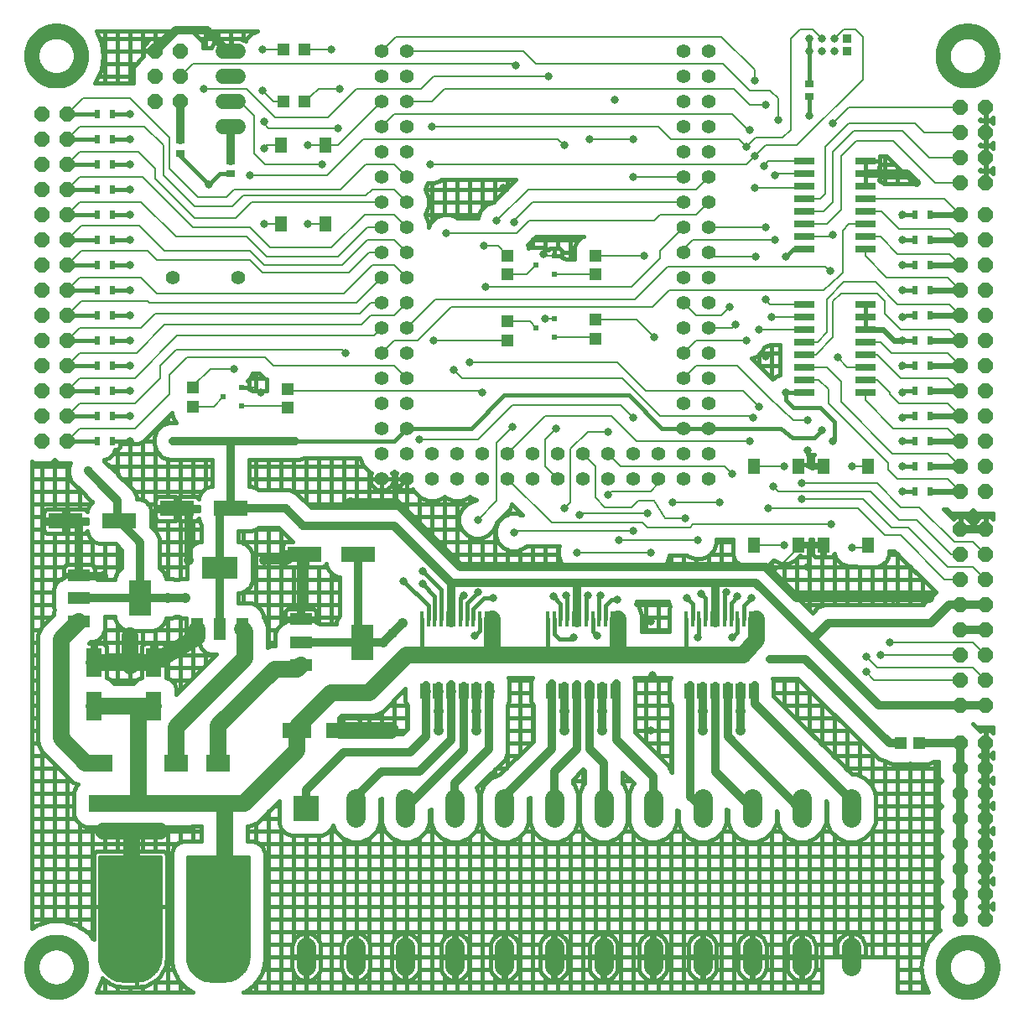
<source format=gtl>
G75*
%MOIN*%
%OFA0B0*%
%FSLAX25Y25*%
%IPPOS*%
%LPD*%
%AMOC8*
5,1,8,0,0,1.08239X$1,22.5*
%
%ADD10C,0.05600*%
%ADD11R,0.06299X0.11811*%
%ADD12R,0.13780X0.06299*%
%ADD13R,0.11811X0.06299*%
%ADD14R,0.09449X0.07087*%
%ADD15R,0.04800X0.08800*%
%ADD16R,0.14173X0.08661*%
%ADD17R,0.08800X0.04800*%
%ADD18R,0.08661X0.14173*%
%ADD19R,0.08000X0.02600*%
%ADD20C,0.03200*%
%ADD21R,0.03200X0.03200*%
%ADD22R,0.10000X0.10000*%
%ADD23C,0.07600*%
%ADD24OC8,0.06000*%
%ADD25C,0.06000*%
%ADD26R,0.04724X0.04724*%
%ADD27R,0.02400X0.03500*%
%ADD28R,0.03543X0.02756*%
%ADD29R,0.05000X0.04500*%
%ADD30R,0.04500X0.05000*%
%ADD31C,0.00500*%
%ADD32R,0.02500X0.05000*%
%ADD33R,0.01575X0.05906*%
%ADD34R,0.02362X0.02362*%
%ADD35R,0.05118X0.06102*%
%ADD36C,0.05906*%
%ADD37C,0.01800*%
%ADD38C,0.04200*%
%ADD39C,0.03200*%
%ADD40C,0.06600*%
%ADD41C,0.00800*%
%ADD42C,0.01600*%
%ADD43C,0.00600*%
%ADD44C,0.02400*%
%ADD45C,0.05000*%
%ADD46C,0.03543*%
D10*
X0146800Y0211800D03*
X0146800Y0221800D03*
X0146800Y0231800D03*
X0146800Y0241800D03*
X0146800Y0251800D03*
X0146800Y0261800D03*
X0146800Y0271800D03*
X0146800Y0281800D03*
X0146800Y0291800D03*
X0146800Y0301800D03*
X0146800Y0311800D03*
X0146800Y0321800D03*
X0146800Y0331800D03*
X0146800Y0341800D03*
X0146800Y0351800D03*
X0146800Y0361800D03*
X0146800Y0371800D03*
X0146800Y0381800D03*
X0156800Y0381800D03*
X0156800Y0371800D03*
X0156800Y0361800D03*
X0156800Y0351800D03*
X0156800Y0341800D03*
X0156800Y0331800D03*
X0156800Y0321800D03*
X0156800Y0311800D03*
X0156800Y0301800D03*
X0156800Y0291800D03*
X0156800Y0281800D03*
X0156800Y0271800D03*
X0156800Y0261800D03*
X0156800Y0251800D03*
X0156800Y0241800D03*
X0156800Y0231800D03*
X0156800Y0221800D03*
X0156800Y0211800D03*
X0166800Y0211800D03*
X0166800Y0221800D03*
X0176800Y0221800D03*
X0176800Y0211800D03*
X0186800Y0211800D03*
X0186800Y0221800D03*
X0196800Y0221800D03*
X0196800Y0211800D03*
X0206800Y0211800D03*
X0206800Y0221800D03*
X0216800Y0221800D03*
X0216800Y0211800D03*
X0226800Y0211800D03*
X0226800Y0221800D03*
X0236800Y0221800D03*
X0236800Y0211800D03*
X0246800Y0211800D03*
X0246800Y0221800D03*
X0256800Y0221800D03*
X0256800Y0211800D03*
X0266800Y0211800D03*
X0266800Y0221800D03*
X0276800Y0221800D03*
X0276800Y0211800D03*
X0276800Y0231800D03*
X0276800Y0241800D03*
X0266800Y0241800D03*
X0266800Y0231800D03*
X0266800Y0251800D03*
X0266800Y0261800D03*
X0276800Y0261800D03*
X0276800Y0251800D03*
X0276800Y0271800D03*
X0276800Y0281800D03*
X0266800Y0281800D03*
X0266800Y0271800D03*
X0266800Y0291800D03*
X0266800Y0301800D03*
X0276800Y0301800D03*
X0276800Y0291800D03*
X0276800Y0311800D03*
X0276800Y0321800D03*
X0266800Y0321800D03*
X0266800Y0311800D03*
X0266800Y0331800D03*
X0276800Y0331800D03*
X0276800Y0341800D03*
X0276800Y0351800D03*
X0266800Y0351800D03*
X0266800Y0341800D03*
X0266800Y0361800D03*
X0266800Y0371800D03*
X0276800Y0371800D03*
X0276800Y0361800D03*
X0276800Y0381800D03*
X0266800Y0381800D03*
X0089792Y0291800D03*
X0063808Y0291800D03*
D11*
X0056175Y0138586D03*
X0056175Y0121264D03*
X0032425Y0121264D03*
X0032425Y0138586D03*
D12*
X0042430Y0194925D03*
X0021170Y0194925D03*
X0065545Y0199925D03*
X0086805Y0199925D03*
X0116170Y0181800D03*
X0137430Y0181800D03*
D13*
X0130461Y0111800D03*
X0113139Y0111800D03*
D14*
X0081800Y0098772D03*
X0081800Y0082828D03*
X0064925Y0082828D03*
X0064925Y0098772D03*
X0034925Y0098772D03*
X0034925Y0082828D03*
D15*
X0073325Y0152100D03*
X0082425Y0152100D03*
X0091525Y0152100D03*
D16*
X0082425Y0176501D03*
D17*
X0114600Y0155900D03*
X0114600Y0146800D03*
X0114600Y0137700D03*
X0026475Y0155200D03*
X0026475Y0164300D03*
X0026475Y0173400D03*
D18*
X0050876Y0164300D03*
X0139001Y0146800D03*
D19*
X0314700Y0246175D03*
X0314700Y0251175D03*
X0314700Y0256175D03*
X0314700Y0261175D03*
X0314700Y0266175D03*
X0314700Y0271175D03*
X0314700Y0276175D03*
X0314700Y0281175D03*
X0314700Y0303050D03*
X0314700Y0308050D03*
X0314700Y0313050D03*
X0314700Y0318050D03*
X0314700Y0323050D03*
X0314700Y0328050D03*
X0314700Y0333050D03*
X0314700Y0338050D03*
X0338900Y0338050D03*
X0338900Y0333050D03*
X0338900Y0328050D03*
X0338900Y0323050D03*
X0338900Y0318050D03*
X0338900Y0313050D03*
X0338900Y0308050D03*
X0338900Y0303050D03*
X0338900Y0281175D03*
X0338900Y0276175D03*
X0338900Y0271175D03*
X0338900Y0266175D03*
X0338900Y0261175D03*
X0338900Y0256175D03*
X0338900Y0251175D03*
X0338900Y0246175D03*
D20*
X0353675Y0246175D03*
X0353675Y0236175D03*
X0353675Y0226800D03*
X0353675Y0216800D03*
X0353675Y0206800D03*
X0333675Y0216800D03*
X0326175Y0226800D03*
X0321800Y0231175D03*
X0316175Y0234925D03*
X0307425Y0246175D03*
X0296800Y0240550D03*
X0294300Y0236175D03*
X0293050Y0226800D03*
X0286175Y0213675D03*
X0281175Y0202425D03*
X0267425Y0196175D03*
X0262425Y0202425D03*
X0252425Y0198050D03*
X0246800Y0191175D03*
X0241175Y0187425D03*
X0253675Y0182425D03*
X0240550Y0163675D03*
X0233675Y0165550D03*
X0228675Y0165550D03*
X0219925Y0165550D03*
X0214925Y0164925D03*
X0207425Y0176800D03*
X0199300Y0190550D03*
X0184925Y0195550D03*
X0179300Y0176800D03*
X0179300Y0165550D03*
X0184925Y0166800D03*
X0191175Y0164300D03*
X0183675Y0149300D03*
X0163050Y0169925D03*
X0163050Y0174925D03*
X0155550Y0171175D03*
X0161800Y0227425D03*
X0175550Y0254925D03*
X0181800Y0258050D03*
X0186800Y0246175D03*
X0198675Y0232425D03*
X0216175Y0231800D03*
X0236800Y0230550D03*
X0246800Y0236175D03*
X0236800Y0205550D03*
X0225550Y0197425D03*
X0219300Y0199925D03*
X0224300Y0182425D03*
X0228675Y0176800D03*
X0253675Y0154925D03*
X0268050Y0164300D03*
X0273675Y0166175D03*
X0283675Y0166800D03*
X0288050Y0164925D03*
X0293675Y0164300D03*
X0280550Y0176800D03*
X0272425Y0187425D03*
X0300550Y0199925D03*
X0302425Y0208675D03*
X0306800Y0216800D03*
X0313675Y0209925D03*
X0313675Y0203675D03*
X0325550Y0193675D03*
X0333675Y0184300D03*
X0316175Y0176800D03*
X0306800Y0185550D03*
X0286175Y0148675D03*
X0301175Y0139925D03*
X0308675Y0139925D03*
X0314925Y0139925D03*
X0339300Y0141175D03*
X0344925Y0141800D03*
X0348675Y0146800D03*
X0339300Y0134925D03*
X0272425Y0148675D03*
X0254300Y0133675D03*
X0253675Y0111800D03*
X0232425Y0149300D03*
X0223050Y0148675D03*
X0316175Y0223050D03*
X0328050Y0259925D03*
X0353675Y0256800D03*
X0353675Y0266800D03*
X0353675Y0276175D03*
X0353675Y0286800D03*
X0353675Y0296800D03*
X0353675Y0306800D03*
X0353675Y0316800D03*
X0359300Y0329300D03*
X0326175Y0308675D03*
X0324925Y0294300D03*
X0307425Y0299925D03*
X0303050Y0306800D03*
X0299300Y0311800D03*
X0295550Y0299925D03*
X0299300Y0283050D03*
X0301800Y0276175D03*
X0296800Y0271175D03*
X0291800Y0266800D03*
X0287425Y0273050D03*
X0284925Y0279925D03*
X0299300Y0260550D03*
X0254925Y0268050D03*
X0251175Y0300550D03*
X0246800Y0331800D03*
X0246800Y0346800D03*
X0239300Y0362425D03*
X0229300Y0346800D03*
X0219300Y0344300D03*
X0194925Y0327425D03*
X0192425Y0314300D03*
X0199300Y0313675D03*
X0187425Y0304300D03*
X0172425Y0309300D03*
X0188050Y0288050D03*
X0167425Y0266800D03*
X0132425Y0261800D03*
X0112425Y0226800D03*
X0098675Y0246175D03*
X0088050Y0255550D03*
X0086800Y0226800D03*
X0063675Y0226800D03*
X0046800Y0226800D03*
X0046800Y0236800D03*
X0046800Y0246800D03*
X0046800Y0256800D03*
X0046800Y0266800D03*
X0046800Y0276800D03*
X0046800Y0286800D03*
X0046800Y0296800D03*
X0046800Y0306800D03*
X0046800Y0316800D03*
X0046800Y0326800D03*
X0046800Y0336800D03*
X0046800Y0346800D03*
X0046800Y0356800D03*
X0076175Y0366800D03*
X0099300Y0366175D03*
X0099925Y0353675D03*
X0099925Y0343050D03*
X0094300Y0332425D03*
X0078050Y0328675D03*
X0099925Y0313050D03*
X0117425Y0313050D03*
X0123050Y0336800D03*
X0117425Y0344300D03*
X0129300Y0351175D03*
X0129925Y0366800D03*
X0126800Y0382425D03*
X0099300Y0382425D03*
X0166800Y0351800D03*
X0166175Y0336800D03*
X0199925Y0376175D03*
X0213050Y0371800D03*
X0211175Y0301175D03*
X0211800Y0275550D03*
X0291800Y0343675D03*
X0294925Y0339925D03*
X0298675Y0336175D03*
X0303050Y0332425D03*
X0294925Y0327425D03*
X0293050Y0350550D03*
X0299300Y0360550D03*
X0304300Y0354300D03*
X0316800Y0356175D03*
X0326175Y0353050D03*
X0326800Y0381800D03*
X0326800Y0386800D03*
X0321800Y0386800D03*
X0321800Y0381800D03*
X0316800Y0381800D03*
X0316800Y0386800D03*
X0294925Y0369925D03*
D21*
X0331800Y0381800D03*
X0331800Y0386800D03*
D22*
X0116800Y0080855D03*
D23*
X0136485Y0077055D02*
X0136485Y0084655D01*
X0156170Y0084655D02*
X0156170Y0077055D01*
X0175855Y0077055D02*
X0175855Y0084655D01*
X0195540Y0084655D02*
X0195540Y0077055D01*
X0215225Y0077055D02*
X0215225Y0084655D01*
X0234910Y0084655D02*
X0234910Y0077055D01*
X0254595Y0077055D02*
X0254595Y0084655D01*
X0274280Y0084655D02*
X0274280Y0077055D01*
X0293965Y0077055D02*
X0293965Y0084655D01*
X0313650Y0084655D02*
X0313650Y0077055D01*
X0333335Y0077055D02*
X0333335Y0084655D01*
X0333335Y0025600D02*
X0333335Y0018000D01*
X0313650Y0018000D02*
X0313650Y0025600D01*
X0293965Y0025600D02*
X0293965Y0018000D01*
X0274280Y0018000D02*
X0274280Y0025600D01*
X0254595Y0025600D02*
X0254595Y0018000D01*
X0234910Y0018000D02*
X0234910Y0025600D01*
X0215225Y0025600D02*
X0215225Y0018000D01*
X0195540Y0018000D02*
X0195540Y0025600D01*
X0175855Y0025600D02*
X0175855Y0018000D01*
X0156170Y0018000D02*
X0156170Y0025600D01*
X0136485Y0025600D02*
X0136485Y0018000D01*
X0116800Y0018000D02*
X0116800Y0025600D01*
D24*
X0021800Y0226800D03*
X0021800Y0236800D03*
X0021800Y0246800D03*
X0021800Y0256800D03*
X0021800Y0266800D03*
X0021800Y0276800D03*
X0021800Y0286800D03*
X0021800Y0296800D03*
X0021800Y0306800D03*
X0021800Y0316800D03*
X0021800Y0326800D03*
X0021800Y0336800D03*
X0021800Y0346800D03*
X0021800Y0356800D03*
X0011800Y0356800D03*
X0011800Y0346800D03*
X0011800Y0336800D03*
X0011800Y0326800D03*
X0011800Y0316800D03*
X0011800Y0306800D03*
X0011800Y0296800D03*
X0011800Y0286800D03*
X0011800Y0276800D03*
X0011800Y0266800D03*
X0011800Y0256800D03*
X0011800Y0246800D03*
X0011800Y0236800D03*
X0011800Y0226800D03*
X0056800Y0361800D03*
X0056800Y0371800D03*
X0066800Y0371800D03*
X0066800Y0361800D03*
X0066800Y0381800D03*
X0056800Y0381800D03*
X0376800Y0359300D03*
X0376800Y0349300D03*
X0376800Y0339300D03*
X0376800Y0329300D03*
X0386800Y0329300D03*
X0386800Y0339300D03*
X0386800Y0349300D03*
X0386800Y0359300D03*
X0386800Y0316800D03*
X0386800Y0306800D03*
X0386800Y0296800D03*
X0386800Y0286800D03*
X0386800Y0276800D03*
X0386800Y0266800D03*
X0386800Y0256800D03*
X0386800Y0246800D03*
X0386800Y0236800D03*
X0386800Y0226800D03*
X0386800Y0216800D03*
X0386800Y0206800D03*
X0376800Y0206800D03*
X0376800Y0216800D03*
X0376800Y0226800D03*
X0376800Y0236800D03*
X0376800Y0246800D03*
X0376800Y0256800D03*
X0376800Y0266800D03*
X0376800Y0276800D03*
X0376800Y0286800D03*
X0376800Y0296800D03*
X0376800Y0306800D03*
X0376800Y0316800D03*
X0376800Y0191800D03*
X0376800Y0181800D03*
X0376800Y0171800D03*
X0376800Y0161800D03*
X0376800Y0151800D03*
X0376800Y0141800D03*
X0376800Y0131800D03*
X0376800Y0121800D03*
X0386800Y0121800D03*
X0386800Y0131800D03*
X0386800Y0141800D03*
X0386800Y0151800D03*
X0386800Y0161800D03*
X0386800Y0171800D03*
X0386800Y0181800D03*
X0386800Y0191800D03*
X0386800Y0106800D03*
X0386800Y0096800D03*
X0386800Y0086800D03*
X0386800Y0076800D03*
X0386800Y0066800D03*
X0386800Y0056800D03*
X0386800Y0046800D03*
X0386800Y0036800D03*
X0376800Y0036800D03*
X0376800Y0046800D03*
X0376800Y0056800D03*
X0376800Y0066800D03*
X0376800Y0076800D03*
X0376800Y0086800D03*
X0376800Y0096800D03*
X0376800Y0106800D03*
D25*
X0089800Y0351800D02*
X0083800Y0351800D01*
X0083800Y0361800D02*
X0089800Y0361800D01*
X0089800Y0371800D02*
X0083800Y0371800D01*
X0083800Y0381800D02*
X0089800Y0381800D01*
D26*
X0107666Y0382425D03*
X0115934Y0382425D03*
X0115934Y0361800D03*
X0107666Y0361800D03*
D27*
X0039750Y0356800D03*
X0033850Y0356800D03*
X0033850Y0346800D03*
X0039750Y0346800D03*
X0039750Y0336800D03*
X0033850Y0336800D03*
X0033850Y0326800D03*
X0039750Y0326800D03*
X0039750Y0316800D03*
X0033850Y0316800D03*
X0033850Y0306800D03*
X0039750Y0306800D03*
X0039750Y0296800D03*
X0033850Y0296800D03*
X0033850Y0286800D03*
X0039750Y0286800D03*
X0039750Y0276800D03*
X0033850Y0276800D03*
X0033850Y0266800D03*
X0039750Y0266800D03*
X0039750Y0256800D03*
X0033850Y0256800D03*
X0033850Y0246800D03*
X0039750Y0246800D03*
X0039750Y0236800D03*
X0033850Y0236800D03*
X0033850Y0226800D03*
X0039750Y0226800D03*
X0358850Y0226800D03*
X0364750Y0226800D03*
X0364750Y0236800D03*
X0358850Y0236800D03*
X0358850Y0246800D03*
X0364750Y0246800D03*
X0364750Y0256800D03*
X0358850Y0256800D03*
X0358850Y0266800D03*
X0364750Y0266800D03*
X0364750Y0276800D03*
X0358850Y0276800D03*
X0358850Y0286800D03*
X0364750Y0286800D03*
X0364750Y0296800D03*
X0358850Y0296800D03*
X0358850Y0306800D03*
X0364750Y0306800D03*
X0364750Y0316800D03*
X0358850Y0316800D03*
X0358850Y0216800D03*
X0364750Y0216800D03*
X0364750Y0206800D03*
X0358850Y0206800D03*
D28*
X0316800Y0363616D03*
X0316800Y0368734D03*
X0086800Y0338109D03*
X0086800Y0332991D03*
X0066800Y0341116D03*
X0066800Y0346234D03*
D29*
X0071800Y0248050D03*
X0071800Y0240550D03*
X0109300Y0239925D03*
X0109300Y0247425D03*
X0196800Y0266800D03*
X0196800Y0274300D03*
X0196800Y0293050D03*
X0196800Y0300550D03*
X0231800Y0300550D03*
X0231800Y0293050D03*
X0231800Y0274925D03*
X0231800Y0267425D03*
D30*
X0353050Y0106800D03*
X0360550Y0106800D03*
D31*
X0094300Y0061800D02*
X0094300Y0021800D01*
X0094198Y0020377D01*
X0093895Y0018983D01*
X0093396Y0017646D01*
X0092713Y0016394D01*
X0091857Y0015251D01*
X0090849Y0014243D01*
X0089706Y0013387D01*
X0088454Y0012704D01*
X0087117Y0012205D01*
X0085723Y0011902D01*
X0084300Y0011800D01*
X0079300Y0011800D01*
X0077877Y0011902D01*
X0076483Y0012205D01*
X0075146Y0012704D01*
X0073894Y0013387D01*
X0072751Y0014243D01*
X0071743Y0015251D01*
X0070887Y0016394D01*
X0070204Y0017646D01*
X0069705Y0018983D01*
X0069402Y0020377D01*
X0069300Y0021800D01*
X0069300Y0061800D01*
X0094300Y0061800D01*
X0094300Y0061621D02*
X0069300Y0061621D01*
X0069300Y0061123D02*
X0094300Y0061123D01*
X0094300Y0060624D02*
X0069300Y0060624D01*
X0069300Y0060126D02*
X0094300Y0060126D01*
X0094300Y0059627D02*
X0069300Y0059627D01*
X0069300Y0059129D02*
X0094300Y0059129D01*
X0094300Y0058630D02*
X0069300Y0058630D01*
X0069300Y0058132D02*
X0094300Y0058132D01*
X0094300Y0057633D02*
X0069300Y0057633D01*
X0069300Y0057135D02*
X0094300Y0057135D01*
X0094300Y0056636D02*
X0069300Y0056636D01*
X0069300Y0056138D02*
X0094300Y0056138D01*
X0094300Y0055639D02*
X0069300Y0055639D01*
X0069300Y0055141D02*
X0094300Y0055141D01*
X0094300Y0054642D02*
X0069300Y0054642D01*
X0069300Y0054144D02*
X0094300Y0054144D01*
X0094300Y0053645D02*
X0069300Y0053645D01*
X0069300Y0053147D02*
X0094300Y0053147D01*
X0094300Y0052648D02*
X0069300Y0052648D01*
X0069300Y0052150D02*
X0094300Y0052150D01*
X0094300Y0051651D02*
X0069300Y0051651D01*
X0069300Y0051153D02*
X0094300Y0051153D01*
X0094300Y0050654D02*
X0069300Y0050654D01*
X0069300Y0050156D02*
X0094300Y0050156D01*
X0094300Y0049657D02*
X0069300Y0049657D01*
X0069300Y0049159D02*
X0094300Y0049159D01*
X0094300Y0048660D02*
X0069300Y0048660D01*
X0069300Y0048162D02*
X0094300Y0048162D01*
X0094300Y0047663D02*
X0069300Y0047663D01*
X0069300Y0047165D02*
X0094300Y0047165D01*
X0094300Y0046666D02*
X0069300Y0046666D01*
X0069300Y0046168D02*
X0094300Y0046168D01*
X0094300Y0045669D02*
X0069300Y0045669D01*
X0069300Y0045170D02*
X0094300Y0045170D01*
X0094300Y0044672D02*
X0069300Y0044672D01*
X0069300Y0044173D02*
X0094300Y0044173D01*
X0094300Y0043675D02*
X0069300Y0043675D01*
X0069300Y0043176D02*
X0094300Y0043176D01*
X0094300Y0042678D02*
X0069300Y0042678D01*
X0069300Y0042179D02*
X0094300Y0042179D01*
X0094300Y0041681D02*
X0069300Y0041681D01*
X0069300Y0041182D02*
X0094300Y0041182D01*
X0094300Y0040684D02*
X0069300Y0040684D01*
X0069300Y0040185D02*
X0094300Y0040185D01*
X0094300Y0039687D02*
X0069300Y0039687D01*
X0069300Y0039188D02*
X0094300Y0039188D01*
X0094300Y0038690D02*
X0069300Y0038690D01*
X0069300Y0038191D02*
X0094300Y0038191D01*
X0094300Y0037693D02*
X0069300Y0037693D01*
X0069300Y0037194D02*
X0094300Y0037194D01*
X0094300Y0036696D02*
X0069300Y0036696D01*
X0069300Y0036197D02*
X0094300Y0036197D01*
X0094300Y0035699D02*
X0069300Y0035699D01*
X0069300Y0035200D02*
X0094300Y0035200D01*
X0094300Y0034702D02*
X0069300Y0034702D01*
X0069300Y0034203D02*
X0094300Y0034203D01*
X0094300Y0033705D02*
X0069300Y0033705D01*
X0069300Y0033206D02*
X0094300Y0033206D01*
X0094300Y0032708D02*
X0069300Y0032708D01*
X0069300Y0032209D02*
X0094300Y0032209D01*
X0094300Y0031711D02*
X0069300Y0031711D01*
X0069300Y0031212D02*
X0094300Y0031212D01*
X0094300Y0030714D02*
X0069300Y0030714D01*
X0069300Y0030215D02*
X0094300Y0030215D01*
X0094300Y0029717D02*
X0069300Y0029717D01*
X0069300Y0029218D02*
X0094300Y0029218D01*
X0094300Y0028720D02*
X0069300Y0028720D01*
X0069300Y0028221D02*
X0094300Y0028221D01*
X0094300Y0027723D02*
X0069300Y0027723D01*
X0069300Y0027224D02*
X0094300Y0027224D01*
X0094300Y0026726D02*
X0069300Y0026726D01*
X0069300Y0026227D02*
X0094300Y0026227D01*
X0094300Y0025729D02*
X0069300Y0025729D01*
X0069300Y0025230D02*
X0094300Y0025230D01*
X0094300Y0024732D02*
X0069300Y0024732D01*
X0069300Y0024233D02*
X0094300Y0024233D01*
X0094300Y0023734D02*
X0069300Y0023734D01*
X0069300Y0023236D02*
X0094300Y0023236D01*
X0094300Y0022737D02*
X0069300Y0022737D01*
X0069300Y0022239D02*
X0094300Y0022239D01*
X0094296Y0021740D02*
X0069304Y0021740D01*
X0069340Y0021242D02*
X0094260Y0021242D01*
X0094224Y0020743D02*
X0069376Y0020743D01*
X0069430Y0020245D02*
X0094170Y0020245D01*
X0094061Y0019746D02*
X0069539Y0019746D01*
X0069647Y0019248D02*
X0093953Y0019248D01*
X0093808Y0018749D02*
X0069792Y0018749D01*
X0069978Y0018251D02*
X0093622Y0018251D01*
X0093436Y0017752D02*
X0070164Y0017752D01*
X0070418Y0017254D02*
X0093182Y0017254D01*
X0092910Y0016755D02*
X0070690Y0016755D01*
X0070990Y0016257D02*
X0092610Y0016257D01*
X0092237Y0015758D02*
X0071363Y0015758D01*
X0071736Y0015260D02*
X0091864Y0015260D01*
X0091367Y0014761D02*
X0072233Y0014761D01*
X0072731Y0014263D02*
X0090869Y0014263D01*
X0090210Y0013764D02*
X0073390Y0013764D01*
X0074116Y0013266D02*
X0089484Y0013266D01*
X0088571Y0012767D02*
X0075029Y0012767D01*
X0076312Y0012269D02*
X0087288Y0012269D01*
X0058895Y0018983D02*
X0059198Y0020377D01*
X0059300Y0021800D01*
X0059300Y0061800D01*
X0034300Y0061800D01*
X0034300Y0021800D01*
X0034402Y0020377D01*
X0034705Y0018983D01*
X0035204Y0017646D01*
X0035887Y0016394D01*
X0036743Y0015251D01*
X0037751Y0014243D01*
X0038894Y0013387D01*
X0040146Y0012704D01*
X0041483Y0012205D01*
X0042877Y0011902D01*
X0044300Y0011800D01*
X0049300Y0011800D01*
X0050723Y0011902D01*
X0052117Y0012205D01*
X0053454Y0012704D01*
X0054706Y0013387D01*
X0055849Y0014243D01*
X0056857Y0015251D01*
X0057713Y0016394D01*
X0058396Y0017646D01*
X0058895Y0018983D01*
X0058808Y0018749D02*
X0034792Y0018749D01*
X0034647Y0019248D02*
X0058953Y0019248D01*
X0059061Y0019746D02*
X0034539Y0019746D01*
X0034430Y0020245D02*
X0059170Y0020245D01*
X0059224Y0020743D02*
X0034376Y0020743D01*
X0034340Y0021242D02*
X0059260Y0021242D01*
X0059296Y0021740D02*
X0034304Y0021740D01*
X0034300Y0022239D02*
X0059300Y0022239D01*
X0059300Y0022737D02*
X0034300Y0022737D01*
X0034300Y0023236D02*
X0059300Y0023236D01*
X0059300Y0023734D02*
X0034300Y0023734D01*
X0034300Y0024233D02*
X0059300Y0024233D01*
X0059300Y0024732D02*
X0034300Y0024732D01*
X0034300Y0025230D02*
X0059300Y0025230D01*
X0059300Y0025729D02*
X0034300Y0025729D01*
X0034300Y0026227D02*
X0059300Y0026227D01*
X0059300Y0026726D02*
X0034300Y0026726D01*
X0034300Y0027224D02*
X0059300Y0027224D01*
X0059300Y0027723D02*
X0034300Y0027723D01*
X0034300Y0028221D02*
X0059300Y0028221D01*
X0059300Y0028720D02*
X0034300Y0028720D01*
X0034300Y0029218D02*
X0059300Y0029218D01*
X0059300Y0029717D02*
X0034300Y0029717D01*
X0034300Y0030215D02*
X0059300Y0030215D01*
X0059300Y0030714D02*
X0034300Y0030714D01*
X0034300Y0031212D02*
X0059300Y0031212D01*
X0059300Y0031711D02*
X0034300Y0031711D01*
X0034300Y0032209D02*
X0059300Y0032209D01*
X0059300Y0032708D02*
X0034300Y0032708D01*
X0034300Y0033206D02*
X0059300Y0033206D01*
X0059300Y0033705D02*
X0034300Y0033705D01*
X0034300Y0034203D02*
X0059300Y0034203D01*
X0059300Y0034702D02*
X0034300Y0034702D01*
X0034300Y0035200D02*
X0059300Y0035200D01*
X0059300Y0035699D02*
X0034300Y0035699D01*
X0034300Y0036197D02*
X0059300Y0036197D01*
X0059300Y0036696D02*
X0034300Y0036696D01*
X0034300Y0037194D02*
X0059300Y0037194D01*
X0059300Y0037693D02*
X0034300Y0037693D01*
X0034300Y0038191D02*
X0059300Y0038191D01*
X0059300Y0038690D02*
X0034300Y0038690D01*
X0034300Y0039188D02*
X0059300Y0039188D01*
X0059300Y0039687D02*
X0034300Y0039687D01*
X0034300Y0040185D02*
X0059300Y0040185D01*
X0059300Y0040684D02*
X0034300Y0040684D01*
X0034300Y0041182D02*
X0059300Y0041182D01*
X0059300Y0041681D02*
X0034300Y0041681D01*
X0034300Y0042179D02*
X0059300Y0042179D01*
X0059300Y0042678D02*
X0034300Y0042678D01*
X0034300Y0043176D02*
X0059300Y0043176D01*
X0059300Y0043675D02*
X0034300Y0043675D01*
X0034300Y0044173D02*
X0059300Y0044173D01*
X0059300Y0044672D02*
X0034300Y0044672D01*
X0034300Y0045170D02*
X0059300Y0045170D01*
X0059300Y0045669D02*
X0034300Y0045669D01*
X0034300Y0046168D02*
X0059300Y0046168D01*
X0059300Y0046666D02*
X0034300Y0046666D01*
X0034300Y0047165D02*
X0059300Y0047165D01*
X0059300Y0047663D02*
X0034300Y0047663D01*
X0034300Y0048162D02*
X0059300Y0048162D01*
X0059300Y0048660D02*
X0034300Y0048660D01*
X0034300Y0049159D02*
X0059300Y0049159D01*
X0059300Y0049657D02*
X0034300Y0049657D01*
X0034300Y0050156D02*
X0059300Y0050156D01*
X0059300Y0050654D02*
X0034300Y0050654D01*
X0034300Y0051153D02*
X0059300Y0051153D01*
X0059300Y0051651D02*
X0034300Y0051651D01*
X0034300Y0052150D02*
X0059300Y0052150D01*
X0059300Y0052648D02*
X0034300Y0052648D01*
X0034300Y0053147D02*
X0059300Y0053147D01*
X0059300Y0053645D02*
X0034300Y0053645D01*
X0034300Y0054144D02*
X0059300Y0054144D01*
X0059300Y0054642D02*
X0034300Y0054642D01*
X0034300Y0055141D02*
X0059300Y0055141D01*
X0059300Y0055639D02*
X0034300Y0055639D01*
X0034300Y0056138D02*
X0059300Y0056138D01*
X0059300Y0056636D02*
X0034300Y0056636D01*
X0034300Y0057135D02*
X0059300Y0057135D01*
X0059300Y0057633D02*
X0034300Y0057633D01*
X0034300Y0058132D02*
X0059300Y0058132D01*
X0059300Y0058630D02*
X0034300Y0058630D01*
X0034300Y0059129D02*
X0059300Y0059129D01*
X0059300Y0059627D02*
X0034300Y0059627D01*
X0034300Y0060126D02*
X0059300Y0060126D01*
X0059300Y0060624D02*
X0034300Y0060624D01*
X0034300Y0061123D02*
X0059300Y0061123D01*
X0059300Y0061621D02*
X0034300Y0061621D01*
X0034978Y0018251D02*
X0058622Y0018251D01*
X0058436Y0017752D02*
X0035164Y0017752D01*
X0035418Y0017254D02*
X0058182Y0017254D01*
X0057910Y0016755D02*
X0035690Y0016755D01*
X0035990Y0016257D02*
X0057610Y0016257D01*
X0057237Y0015758D02*
X0036363Y0015758D01*
X0036736Y0015260D02*
X0056864Y0015260D01*
X0056367Y0014761D02*
X0037233Y0014761D01*
X0037731Y0014263D02*
X0055869Y0014263D01*
X0055210Y0013764D02*
X0038390Y0013764D01*
X0039116Y0013266D02*
X0054484Y0013266D01*
X0053571Y0012767D02*
X0040029Y0012767D01*
X0041312Y0012269D02*
X0052288Y0012269D01*
D32*
X0049300Y0041800D03*
X0084300Y0046800D03*
D33*
X0162725Y0127528D03*
X0165284Y0127528D03*
X0167843Y0127528D03*
X0170402Y0127528D03*
X0172961Y0127528D03*
X0175520Y0127528D03*
X0178080Y0127528D03*
X0180639Y0127528D03*
X0183198Y0127528D03*
X0185757Y0127528D03*
X0188316Y0127528D03*
X0190875Y0127528D03*
X0212725Y0127528D03*
X0215284Y0127528D03*
X0217843Y0127528D03*
X0220402Y0127528D03*
X0222961Y0127528D03*
X0225520Y0127528D03*
X0228080Y0127528D03*
X0230639Y0127528D03*
X0233198Y0127528D03*
X0235757Y0127528D03*
X0238316Y0127528D03*
X0240875Y0127528D03*
X0267725Y0127528D03*
X0270284Y0127528D03*
X0272843Y0127528D03*
X0275402Y0127528D03*
X0277961Y0127528D03*
X0280520Y0127528D03*
X0283080Y0127528D03*
X0285639Y0127528D03*
X0288198Y0127528D03*
X0290757Y0127528D03*
X0293316Y0127528D03*
X0295875Y0127528D03*
X0295875Y0156072D03*
X0293316Y0156072D03*
X0290757Y0156072D03*
X0288198Y0156072D03*
X0285639Y0156072D03*
X0283080Y0156072D03*
X0280520Y0156072D03*
X0277961Y0156072D03*
X0275402Y0156072D03*
X0272843Y0156072D03*
X0270284Y0156072D03*
X0267725Y0156072D03*
X0240875Y0156072D03*
X0238316Y0156072D03*
X0235757Y0156072D03*
X0233198Y0156072D03*
X0230639Y0156072D03*
X0228080Y0156072D03*
X0225520Y0156072D03*
X0222961Y0156072D03*
X0220402Y0156072D03*
X0217843Y0156072D03*
X0215284Y0156072D03*
X0212725Y0156072D03*
X0190875Y0156072D03*
X0188316Y0156072D03*
X0185757Y0156072D03*
X0183198Y0156072D03*
X0180639Y0156072D03*
X0178080Y0156072D03*
X0175520Y0156072D03*
X0172961Y0156072D03*
X0170402Y0156072D03*
X0167843Y0156072D03*
X0165284Y0156072D03*
X0162725Y0156072D03*
D34*
X0091165Y0240560D03*
X0083685Y0244300D03*
X0091165Y0248040D03*
X0208060Y0271800D03*
X0215540Y0268060D03*
X0215540Y0275540D03*
X0215540Y0293060D03*
X0215540Y0300540D03*
X0208060Y0296800D03*
D35*
X0124408Y0313025D03*
X0106692Y0313025D03*
X0106692Y0344325D03*
X0124408Y0344325D03*
X0294817Y0216825D03*
X0312533Y0216825D03*
X0322317Y0216825D03*
X0340033Y0216825D03*
X0340033Y0185525D03*
X0322317Y0185525D03*
X0312533Y0185525D03*
X0294817Y0185525D03*
D36*
X0369910Y0017548D02*
X0369913Y0017790D01*
X0369922Y0018031D01*
X0369937Y0018272D01*
X0369957Y0018513D01*
X0369984Y0018753D01*
X0370017Y0018992D01*
X0370055Y0019231D01*
X0370099Y0019468D01*
X0370149Y0019705D01*
X0370205Y0019940D01*
X0370267Y0020173D01*
X0370334Y0020405D01*
X0370407Y0020636D01*
X0370485Y0020864D01*
X0370570Y0021090D01*
X0370659Y0021315D01*
X0370754Y0021537D01*
X0370855Y0021756D01*
X0370961Y0021974D01*
X0371072Y0022188D01*
X0371189Y0022400D01*
X0371310Y0022608D01*
X0371437Y0022814D01*
X0371569Y0023016D01*
X0371706Y0023216D01*
X0371847Y0023411D01*
X0371993Y0023604D01*
X0372144Y0023792D01*
X0372300Y0023977D01*
X0372460Y0024158D01*
X0372624Y0024335D01*
X0372793Y0024508D01*
X0372966Y0024677D01*
X0373143Y0024841D01*
X0373324Y0025001D01*
X0373509Y0025157D01*
X0373697Y0025308D01*
X0373890Y0025454D01*
X0374085Y0025595D01*
X0374285Y0025732D01*
X0374487Y0025864D01*
X0374693Y0025991D01*
X0374901Y0026112D01*
X0375113Y0026229D01*
X0375327Y0026340D01*
X0375545Y0026446D01*
X0375764Y0026547D01*
X0375986Y0026642D01*
X0376211Y0026731D01*
X0376437Y0026816D01*
X0376665Y0026894D01*
X0376896Y0026967D01*
X0377128Y0027034D01*
X0377361Y0027096D01*
X0377596Y0027152D01*
X0377833Y0027202D01*
X0378070Y0027246D01*
X0378309Y0027284D01*
X0378548Y0027317D01*
X0378788Y0027344D01*
X0379029Y0027364D01*
X0379270Y0027379D01*
X0379511Y0027388D01*
X0379753Y0027391D01*
X0379995Y0027388D01*
X0380236Y0027379D01*
X0380477Y0027364D01*
X0380718Y0027344D01*
X0380958Y0027317D01*
X0381197Y0027284D01*
X0381436Y0027246D01*
X0381673Y0027202D01*
X0381910Y0027152D01*
X0382145Y0027096D01*
X0382378Y0027034D01*
X0382610Y0026967D01*
X0382841Y0026894D01*
X0383069Y0026816D01*
X0383295Y0026731D01*
X0383520Y0026642D01*
X0383742Y0026547D01*
X0383961Y0026446D01*
X0384179Y0026340D01*
X0384393Y0026229D01*
X0384605Y0026112D01*
X0384813Y0025991D01*
X0385019Y0025864D01*
X0385221Y0025732D01*
X0385421Y0025595D01*
X0385616Y0025454D01*
X0385809Y0025308D01*
X0385997Y0025157D01*
X0386182Y0025001D01*
X0386363Y0024841D01*
X0386540Y0024677D01*
X0386713Y0024508D01*
X0386882Y0024335D01*
X0387046Y0024158D01*
X0387206Y0023977D01*
X0387362Y0023792D01*
X0387513Y0023604D01*
X0387659Y0023411D01*
X0387800Y0023216D01*
X0387937Y0023016D01*
X0388069Y0022814D01*
X0388196Y0022608D01*
X0388317Y0022400D01*
X0388434Y0022188D01*
X0388545Y0021974D01*
X0388651Y0021756D01*
X0388752Y0021537D01*
X0388847Y0021315D01*
X0388936Y0021090D01*
X0389021Y0020864D01*
X0389099Y0020636D01*
X0389172Y0020405D01*
X0389239Y0020173D01*
X0389301Y0019940D01*
X0389357Y0019705D01*
X0389407Y0019468D01*
X0389451Y0019231D01*
X0389489Y0018992D01*
X0389522Y0018753D01*
X0389549Y0018513D01*
X0389569Y0018272D01*
X0389584Y0018031D01*
X0389593Y0017790D01*
X0389596Y0017548D01*
X0389593Y0017306D01*
X0389584Y0017065D01*
X0389569Y0016824D01*
X0389549Y0016583D01*
X0389522Y0016343D01*
X0389489Y0016104D01*
X0389451Y0015865D01*
X0389407Y0015628D01*
X0389357Y0015391D01*
X0389301Y0015156D01*
X0389239Y0014923D01*
X0389172Y0014691D01*
X0389099Y0014460D01*
X0389021Y0014232D01*
X0388936Y0014006D01*
X0388847Y0013781D01*
X0388752Y0013559D01*
X0388651Y0013340D01*
X0388545Y0013122D01*
X0388434Y0012908D01*
X0388317Y0012696D01*
X0388196Y0012488D01*
X0388069Y0012282D01*
X0387937Y0012080D01*
X0387800Y0011880D01*
X0387659Y0011685D01*
X0387513Y0011492D01*
X0387362Y0011304D01*
X0387206Y0011119D01*
X0387046Y0010938D01*
X0386882Y0010761D01*
X0386713Y0010588D01*
X0386540Y0010419D01*
X0386363Y0010255D01*
X0386182Y0010095D01*
X0385997Y0009939D01*
X0385809Y0009788D01*
X0385616Y0009642D01*
X0385421Y0009501D01*
X0385221Y0009364D01*
X0385019Y0009232D01*
X0384813Y0009105D01*
X0384605Y0008984D01*
X0384393Y0008867D01*
X0384179Y0008756D01*
X0383961Y0008650D01*
X0383742Y0008549D01*
X0383520Y0008454D01*
X0383295Y0008365D01*
X0383069Y0008280D01*
X0382841Y0008202D01*
X0382610Y0008129D01*
X0382378Y0008062D01*
X0382145Y0008000D01*
X0381910Y0007944D01*
X0381673Y0007894D01*
X0381436Y0007850D01*
X0381197Y0007812D01*
X0380958Y0007779D01*
X0380718Y0007752D01*
X0380477Y0007732D01*
X0380236Y0007717D01*
X0379995Y0007708D01*
X0379753Y0007705D01*
X0379511Y0007708D01*
X0379270Y0007717D01*
X0379029Y0007732D01*
X0378788Y0007752D01*
X0378548Y0007779D01*
X0378309Y0007812D01*
X0378070Y0007850D01*
X0377833Y0007894D01*
X0377596Y0007944D01*
X0377361Y0008000D01*
X0377128Y0008062D01*
X0376896Y0008129D01*
X0376665Y0008202D01*
X0376437Y0008280D01*
X0376211Y0008365D01*
X0375986Y0008454D01*
X0375764Y0008549D01*
X0375545Y0008650D01*
X0375327Y0008756D01*
X0375113Y0008867D01*
X0374901Y0008984D01*
X0374693Y0009105D01*
X0374487Y0009232D01*
X0374285Y0009364D01*
X0374085Y0009501D01*
X0373890Y0009642D01*
X0373697Y0009788D01*
X0373509Y0009939D01*
X0373324Y0010095D01*
X0373143Y0010255D01*
X0372966Y0010419D01*
X0372793Y0010588D01*
X0372624Y0010761D01*
X0372460Y0010938D01*
X0372300Y0011119D01*
X0372144Y0011304D01*
X0371993Y0011492D01*
X0371847Y0011685D01*
X0371706Y0011880D01*
X0371569Y0012080D01*
X0371437Y0012282D01*
X0371310Y0012488D01*
X0371189Y0012696D01*
X0371072Y0012908D01*
X0370961Y0013122D01*
X0370855Y0013340D01*
X0370754Y0013559D01*
X0370659Y0013781D01*
X0370570Y0014006D01*
X0370485Y0014232D01*
X0370407Y0014460D01*
X0370334Y0014691D01*
X0370267Y0014923D01*
X0370205Y0015156D01*
X0370149Y0015391D01*
X0370099Y0015628D01*
X0370055Y0015865D01*
X0370017Y0016104D01*
X0369984Y0016343D01*
X0369957Y0016583D01*
X0369937Y0016824D01*
X0369922Y0017065D01*
X0369913Y0017306D01*
X0369910Y0017548D01*
X0007705Y0017548D02*
X0007708Y0017790D01*
X0007717Y0018031D01*
X0007732Y0018272D01*
X0007752Y0018513D01*
X0007779Y0018753D01*
X0007812Y0018992D01*
X0007850Y0019231D01*
X0007894Y0019468D01*
X0007944Y0019705D01*
X0008000Y0019940D01*
X0008062Y0020173D01*
X0008129Y0020405D01*
X0008202Y0020636D01*
X0008280Y0020864D01*
X0008365Y0021090D01*
X0008454Y0021315D01*
X0008549Y0021537D01*
X0008650Y0021756D01*
X0008756Y0021974D01*
X0008867Y0022188D01*
X0008984Y0022400D01*
X0009105Y0022608D01*
X0009232Y0022814D01*
X0009364Y0023016D01*
X0009501Y0023216D01*
X0009642Y0023411D01*
X0009788Y0023604D01*
X0009939Y0023792D01*
X0010095Y0023977D01*
X0010255Y0024158D01*
X0010419Y0024335D01*
X0010588Y0024508D01*
X0010761Y0024677D01*
X0010938Y0024841D01*
X0011119Y0025001D01*
X0011304Y0025157D01*
X0011492Y0025308D01*
X0011685Y0025454D01*
X0011880Y0025595D01*
X0012080Y0025732D01*
X0012282Y0025864D01*
X0012488Y0025991D01*
X0012696Y0026112D01*
X0012908Y0026229D01*
X0013122Y0026340D01*
X0013340Y0026446D01*
X0013559Y0026547D01*
X0013781Y0026642D01*
X0014006Y0026731D01*
X0014232Y0026816D01*
X0014460Y0026894D01*
X0014691Y0026967D01*
X0014923Y0027034D01*
X0015156Y0027096D01*
X0015391Y0027152D01*
X0015628Y0027202D01*
X0015865Y0027246D01*
X0016104Y0027284D01*
X0016343Y0027317D01*
X0016583Y0027344D01*
X0016824Y0027364D01*
X0017065Y0027379D01*
X0017306Y0027388D01*
X0017548Y0027391D01*
X0017790Y0027388D01*
X0018031Y0027379D01*
X0018272Y0027364D01*
X0018513Y0027344D01*
X0018753Y0027317D01*
X0018992Y0027284D01*
X0019231Y0027246D01*
X0019468Y0027202D01*
X0019705Y0027152D01*
X0019940Y0027096D01*
X0020173Y0027034D01*
X0020405Y0026967D01*
X0020636Y0026894D01*
X0020864Y0026816D01*
X0021090Y0026731D01*
X0021315Y0026642D01*
X0021537Y0026547D01*
X0021756Y0026446D01*
X0021974Y0026340D01*
X0022188Y0026229D01*
X0022400Y0026112D01*
X0022608Y0025991D01*
X0022814Y0025864D01*
X0023016Y0025732D01*
X0023216Y0025595D01*
X0023411Y0025454D01*
X0023604Y0025308D01*
X0023792Y0025157D01*
X0023977Y0025001D01*
X0024158Y0024841D01*
X0024335Y0024677D01*
X0024508Y0024508D01*
X0024677Y0024335D01*
X0024841Y0024158D01*
X0025001Y0023977D01*
X0025157Y0023792D01*
X0025308Y0023604D01*
X0025454Y0023411D01*
X0025595Y0023216D01*
X0025732Y0023016D01*
X0025864Y0022814D01*
X0025991Y0022608D01*
X0026112Y0022400D01*
X0026229Y0022188D01*
X0026340Y0021974D01*
X0026446Y0021756D01*
X0026547Y0021537D01*
X0026642Y0021315D01*
X0026731Y0021090D01*
X0026816Y0020864D01*
X0026894Y0020636D01*
X0026967Y0020405D01*
X0027034Y0020173D01*
X0027096Y0019940D01*
X0027152Y0019705D01*
X0027202Y0019468D01*
X0027246Y0019231D01*
X0027284Y0018992D01*
X0027317Y0018753D01*
X0027344Y0018513D01*
X0027364Y0018272D01*
X0027379Y0018031D01*
X0027388Y0017790D01*
X0027391Y0017548D01*
X0027388Y0017306D01*
X0027379Y0017065D01*
X0027364Y0016824D01*
X0027344Y0016583D01*
X0027317Y0016343D01*
X0027284Y0016104D01*
X0027246Y0015865D01*
X0027202Y0015628D01*
X0027152Y0015391D01*
X0027096Y0015156D01*
X0027034Y0014923D01*
X0026967Y0014691D01*
X0026894Y0014460D01*
X0026816Y0014232D01*
X0026731Y0014006D01*
X0026642Y0013781D01*
X0026547Y0013559D01*
X0026446Y0013340D01*
X0026340Y0013122D01*
X0026229Y0012908D01*
X0026112Y0012696D01*
X0025991Y0012488D01*
X0025864Y0012282D01*
X0025732Y0012080D01*
X0025595Y0011880D01*
X0025454Y0011685D01*
X0025308Y0011492D01*
X0025157Y0011304D01*
X0025001Y0011119D01*
X0024841Y0010938D01*
X0024677Y0010761D01*
X0024508Y0010588D01*
X0024335Y0010419D01*
X0024158Y0010255D01*
X0023977Y0010095D01*
X0023792Y0009939D01*
X0023604Y0009788D01*
X0023411Y0009642D01*
X0023216Y0009501D01*
X0023016Y0009364D01*
X0022814Y0009232D01*
X0022608Y0009105D01*
X0022400Y0008984D01*
X0022188Y0008867D01*
X0021974Y0008756D01*
X0021756Y0008650D01*
X0021537Y0008549D01*
X0021315Y0008454D01*
X0021090Y0008365D01*
X0020864Y0008280D01*
X0020636Y0008202D01*
X0020405Y0008129D01*
X0020173Y0008062D01*
X0019940Y0008000D01*
X0019705Y0007944D01*
X0019468Y0007894D01*
X0019231Y0007850D01*
X0018992Y0007812D01*
X0018753Y0007779D01*
X0018513Y0007752D01*
X0018272Y0007732D01*
X0018031Y0007717D01*
X0017790Y0007708D01*
X0017548Y0007705D01*
X0017306Y0007708D01*
X0017065Y0007717D01*
X0016824Y0007732D01*
X0016583Y0007752D01*
X0016343Y0007779D01*
X0016104Y0007812D01*
X0015865Y0007850D01*
X0015628Y0007894D01*
X0015391Y0007944D01*
X0015156Y0008000D01*
X0014923Y0008062D01*
X0014691Y0008129D01*
X0014460Y0008202D01*
X0014232Y0008280D01*
X0014006Y0008365D01*
X0013781Y0008454D01*
X0013559Y0008549D01*
X0013340Y0008650D01*
X0013122Y0008756D01*
X0012908Y0008867D01*
X0012696Y0008984D01*
X0012488Y0009105D01*
X0012282Y0009232D01*
X0012080Y0009364D01*
X0011880Y0009501D01*
X0011685Y0009642D01*
X0011492Y0009788D01*
X0011304Y0009939D01*
X0011119Y0010095D01*
X0010938Y0010255D01*
X0010761Y0010419D01*
X0010588Y0010588D01*
X0010419Y0010761D01*
X0010255Y0010938D01*
X0010095Y0011119D01*
X0009939Y0011304D01*
X0009788Y0011492D01*
X0009642Y0011685D01*
X0009501Y0011880D01*
X0009364Y0012080D01*
X0009232Y0012282D01*
X0009105Y0012488D01*
X0008984Y0012696D01*
X0008867Y0012908D01*
X0008756Y0013122D01*
X0008650Y0013340D01*
X0008549Y0013559D01*
X0008454Y0013781D01*
X0008365Y0014006D01*
X0008280Y0014232D01*
X0008202Y0014460D01*
X0008129Y0014691D01*
X0008062Y0014923D01*
X0008000Y0015156D01*
X0007944Y0015391D01*
X0007894Y0015628D01*
X0007850Y0015865D01*
X0007812Y0016104D01*
X0007779Y0016343D01*
X0007752Y0016583D01*
X0007732Y0016824D01*
X0007717Y0017065D01*
X0007708Y0017306D01*
X0007705Y0017548D01*
X0007705Y0379753D02*
X0007708Y0379995D01*
X0007717Y0380236D01*
X0007732Y0380477D01*
X0007752Y0380718D01*
X0007779Y0380958D01*
X0007812Y0381197D01*
X0007850Y0381436D01*
X0007894Y0381673D01*
X0007944Y0381910D01*
X0008000Y0382145D01*
X0008062Y0382378D01*
X0008129Y0382610D01*
X0008202Y0382841D01*
X0008280Y0383069D01*
X0008365Y0383295D01*
X0008454Y0383520D01*
X0008549Y0383742D01*
X0008650Y0383961D01*
X0008756Y0384179D01*
X0008867Y0384393D01*
X0008984Y0384605D01*
X0009105Y0384813D01*
X0009232Y0385019D01*
X0009364Y0385221D01*
X0009501Y0385421D01*
X0009642Y0385616D01*
X0009788Y0385809D01*
X0009939Y0385997D01*
X0010095Y0386182D01*
X0010255Y0386363D01*
X0010419Y0386540D01*
X0010588Y0386713D01*
X0010761Y0386882D01*
X0010938Y0387046D01*
X0011119Y0387206D01*
X0011304Y0387362D01*
X0011492Y0387513D01*
X0011685Y0387659D01*
X0011880Y0387800D01*
X0012080Y0387937D01*
X0012282Y0388069D01*
X0012488Y0388196D01*
X0012696Y0388317D01*
X0012908Y0388434D01*
X0013122Y0388545D01*
X0013340Y0388651D01*
X0013559Y0388752D01*
X0013781Y0388847D01*
X0014006Y0388936D01*
X0014232Y0389021D01*
X0014460Y0389099D01*
X0014691Y0389172D01*
X0014923Y0389239D01*
X0015156Y0389301D01*
X0015391Y0389357D01*
X0015628Y0389407D01*
X0015865Y0389451D01*
X0016104Y0389489D01*
X0016343Y0389522D01*
X0016583Y0389549D01*
X0016824Y0389569D01*
X0017065Y0389584D01*
X0017306Y0389593D01*
X0017548Y0389596D01*
X0017790Y0389593D01*
X0018031Y0389584D01*
X0018272Y0389569D01*
X0018513Y0389549D01*
X0018753Y0389522D01*
X0018992Y0389489D01*
X0019231Y0389451D01*
X0019468Y0389407D01*
X0019705Y0389357D01*
X0019940Y0389301D01*
X0020173Y0389239D01*
X0020405Y0389172D01*
X0020636Y0389099D01*
X0020864Y0389021D01*
X0021090Y0388936D01*
X0021315Y0388847D01*
X0021537Y0388752D01*
X0021756Y0388651D01*
X0021974Y0388545D01*
X0022188Y0388434D01*
X0022400Y0388317D01*
X0022608Y0388196D01*
X0022814Y0388069D01*
X0023016Y0387937D01*
X0023216Y0387800D01*
X0023411Y0387659D01*
X0023604Y0387513D01*
X0023792Y0387362D01*
X0023977Y0387206D01*
X0024158Y0387046D01*
X0024335Y0386882D01*
X0024508Y0386713D01*
X0024677Y0386540D01*
X0024841Y0386363D01*
X0025001Y0386182D01*
X0025157Y0385997D01*
X0025308Y0385809D01*
X0025454Y0385616D01*
X0025595Y0385421D01*
X0025732Y0385221D01*
X0025864Y0385019D01*
X0025991Y0384813D01*
X0026112Y0384605D01*
X0026229Y0384393D01*
X0026340Y0384179D01*
X0026446Y0383961D01*
X0026547Y0383742D01*
X0026642Y0383520D01*
X0026731Y0383295D01*
X0026816Y0383069D01*
X0026894Y0382841D01*
X0026967Y0382610D01*
X0027034Y0382378D01*
X0027096Y0382145D01*
X0027152Y0381910D01*
X0027202Y0381673D01*
X0027246Y0381436D01*
X0027284Y0381197D01*
X0027317Y0380958D01*
X0027344Y0380718D01*
X0027364Y0380477D01*
X0027379Y0380236D01*
X0027388Y0379995D01*
X0027391Y0379753D01*
X0027388Y0379511D01*
X0027379Y0379270D01*
X0027364Y0379029D01*
X0027344Y0378788D01*
X0027317Y0378548D01*
X0027284Y0378309D01*
X0027246Y0378070D01*
X0027202Y0377833D01*
X0027152Y0377596D01*
X0027096Y0377361D01*
X0027034Y0377128D01*
X0026967Y0376896D01*
X0026894Y0376665D01*
X0026816Y0376437D01*
X0026731Y0376211D01*
X0026642Y0375986D01*
X0026547Y0375764D01*
X0026446Y0375545D01*
X0026340Y0375327D01*
X0026229Y0375113D01*
X0026112Y0374901D01*
X0025991Y0374693D01*
X0025864Y0374487D01*
X0025732Y0374285D01*
X0025595Y0374085D01*
X0025454Y0373890D01*
X0025308Y0373697D01*
X0025157Y0373509D01*
X0025001Y0373324D01*
X0024841Y0373143D01*
X0024677Y0372966D01*
X0024508Y0372793D01*
X0024335Y0372624D01*
X0024158Y0372460D01*
X0023977Y0372300D01*
X0023792Y0372144D01*
X0023604Y0371993D01*
X0023411Y0371847D01*
X0023216Y0371706D01*
X0023016Y0371569D01*
X0022814Y0371437D01*
X0022608Y0371310D01*
X0022400Y0371189D01*
X0022188Y0371072D01*
X0021974Y0370961D01*
X0021756Y0370855D01*
X0021537Y0370754D01*
X0021315Y0370659D01*
X0021090Y0370570D01*
X0020864Y0370485D01*
X0020636Y0370407D01*
X0020405Y0370334D01*
X0020173Y0370267D01*
X0019940Y0370205D01*
X0019705Y0370149D01*
X0019468Y0370099D01*
X0019231Y0370055D01*
X0018992Y0370017D01*
X0018753Y0369984D01*
X0018513Y0369957D01*
X0018272Y0369937D01*
X0018031Y0369922D01*
X0017790Y0369913D01*
X0017548Y0369910D01*
X0017306Y0369913D01*
X0017065Y0369922D01*
X0016824Y0369937D01*
X0016583Y0369957D01*
X0016343Y0369984D01*
X0016104Y0370017D01*
X0015865Y0370055D01*
X0015628Y0370099D01*
X0015391Y0370149D01*
X0015156Y0370205D01*
X0014923Y0370267D01*
X0014691Y0370334D01*
X0014460Y0370407D01*
X0014232Y0370485D01*
X0014006Y0370570D01*
X0013781Y0370659D01*
X0013559Y0370754D01*
X0013340Y0370855D01*
X0013122Y0370961D01*
X0012908Y0371072D01*
X0012696Y0371189D01*
X0012488Y0371310D01*
X0012282Y0371437D01*
X0012080Y0371569D01*
X0011880Y0371706D01*
X0011685Y0371847D01*
X0011492Y0371993D01*
X0011304Y0372144D01*
X0011119Y0372300D01*
X0010938Y0372460D01*
X0010761Y0372624D01*
X0010588Y0372793D01*
X0010419Y0372966D01*
X0010255Y0373143D01*
X0010095Y0373324D01*
X0009939Y0373509D01*
X0009788Y0373697D01*
X0009642Y0373890D01*
X0009501Y0374085D01*
X0009364Y0374285D01*
X0009232Y0374487D01*
X0009105Y0374693D01*
X0008984Y0374901D01*
X0008867Y0375113D01*
X0008756Y0375327D01*
X0008650Y0375545D01*
X0008549Y0375764D01*
X0008454Y0375986D01*
X0008365Y0376211D01*
X0008280Y0376437D01*
X0008202Y0376665D01*
X0008129Y0376896D01*
X0008062Y0377128D01*
X0008000Y0377361D01*
X0007944Y0377596D01*
X0007894Y0377833D01*
X0007850Y0378070D01*
X0007812Y0378309D01*
X0007779Y0378548D01*
X0007752Y0378788D01*
X0007732Y0379029D01*
X0007717Y0379270D01*
X0007708Y0379511D01*
X0007705Y0379753D01*
X0369910Y0379753D02*
X0369913Y0379995D01*
X0369922Y0380236D01*
X0369937Y0380477D01*
X0369957Y0380718D01*
X0369984Y0380958D01*
X0370017Y0381197D01*
X0370055Y0381436D01*
X0370099Y0381673D01*
X0370149Y0381910D01*
X0370205Y0382145D01*
X0370267Y0382378D01*
X0370334Y0382610D01*
X0370407Y0382841D01*
X0370485Y0383069D01*
X0370570Y0383295D01*
X0370659Y0383520D01*
X0370754Y0383742D01*
X0370855Y0383961D01*
X0370961Y0384179D01*
X0371072Y0384393D01*
X0371189Y0384605D01*
X0371310Y0384813D01*
X0371437Y0385019D01*
X0371569Y0385221D01*
X0371706Y0385421D01*
X0371847Y0385616D01*
X0371993Y0385809D01*
X0372144Y0385997D01*
X0372300Y0386182D01*
X0372460Y0386363D01*
X0372624Y0386540D01*
X0372793Y0386713D01*
X0372966Y0386882D01*
X0373143Y0387046D01*
X0373324Y0387206D01*
X0373509Y0387362D01*
X0373697Y0387513D01*
X0373890Y0387659D01*
X0374085Y0387800D01*
X0374285Y0387937D01*
X0374487Y0388069D01*
X0374693Y0388196D01*
X0374901Y0388317D01*
X0375113Y0388434D01*
X0375327Y0388545D01*
X0375545Y0388651D01*
X0375764Y0388752D01*
X0375986Y0388847D01*
X0376211Y0388936D01*
X0376437Y0389021D01*
X0376665Y0389099D01*
X0376896Y0389172D01*
X0377128Y0389239D01*
X0377361Y0389301D01*
X0377596Y0389357D01*
X0377833Y0389407D01*
X0378070Y0389451D01*
X0378309Y0389489D01*
X0378548Y0389522D01*
X0378788Y0389549D01*
X0379029Y0389569D01*
X0379270Y0389584D01*
X0379511Y0389593D01*
X0379753Y0389596D01*
X0379995Y0389593D01*
X0380236Y0389584D01*
X0380477Y0389569D01*
X0380718Y0389549D01*
X0380958Y0389522D01*
X0381197Y0389489D01*
X0381436Y0389451D01*
X0381673Y0389407D01*
X0381910Y0389357D01*
X0382145Y0389301D01*
X0382378Y0389239D01*
X0382610Y0389172D01*
X0382841Y0389099D01*
X0383069Y0389021D01*
X0383295Y0388936D01*
X0383520Y0388847D01*
X0383742Y0388752D01*
X0383961Y0388651D01*
X0384179Y0388545D01*
X0384393Y0388434D01*
X0384605Y0388317D01*
X0384813Y0388196D01*
X0385019Y0388069D01*
X0385221Y0387937D01*
X0385421Y0387800D01*
X0385616Y0387659D01*
X0385809Y0387513D01*
X0385997Y0387362D01*
X0386182Y0387206D01*
X0386363Y0387046D01*
X0386540Y0386882D01*
X0386713Y0386713D01*
X0386882Y0386540D01*
X0387046Y0386363D01*
X0387206Y0386182D01*
X0387362Y0385997D01*
X0387513Y0385809D01*
X0387659Y0385616D01*
X0387800Y0385421D01*
X0387937Y0385221D01*
X0388069Y0385019D01*
X0388196Y0384813D01*
X0388317Y0384605D01*
X0388434Y0384393D01*
X0388545Y0384179D01*
X0388651Y0383961D01*
X0388752Y0383742D01*
X0388847Y0383520D01*
X0388936Y0383295D01*
X0389021Y0383069D01*
X0389099Y0382841D01*
X0389172Y0382610D01*
X0389239Y0382378D01*
X0389301Y0382145D01*
X0389357Y0381910D01*
X0389407Y0381673D01*
X0389451Y0381436D01*
X0389489Y0381197D01*
X0389522Y0380958D01*
X0389549Y0380718D01*
X0389569Y0380477D01*
X0389584Y0380236D01*
X0389593Y0379995D01*
X0389596Y0379753D01*
X0389593Y0379511D01*
X0389584Y0379270D01*
X0389569Y0379029D01*
X0389549Y0378788D01*
X0389522Y0378548D01*
X0389489Y0378309D01*
X0389451Y0378070D01*
X0389407Y0377833D01*
X0389357Y0377596D01*
X0389301Y0377361D01*
X0389239Y0377128D01*
X0389172Y0376896D01*
X0389099Y0376665D01*
X0389021Y0376437D01*
X0388936Y0376211D01*
X0388847Y0375986D01*
X0388752Y0375764D01*
X0388651Y0375545D01*
X0388545Y0375327D01*
X0388434Y0375113D01*
X0388317Y0374901D01*
X0388196Y0374693D01*
X0388069Y0374487D01*
X0387937Y0374285D01*
X0387800Y0374085D01*
X0387659Y0373890D01*
X0387513Y0373697D01*
X0387362Y0373509D01*
X0387206Y0373324D01*
X0387046Y0373143D01*
X0386882Y0372966D01*
X0386713Y0372793D01*
X0386540Y0372624D01*
X0386363Y0372460D01*
X0386182Y0372300D01*
X0385997Y0372144D01*
X0385809Y0371993D01*
X0385616Y0371847D01*
X0385421Y0371706D01*
X0385221Y0371569D01*
X0385019Y0371437D01*
X0384813Y0371310D01*
X0384605Y0371189D01*
X0384393Y0371072D01*
X0384179Y0370961D01*
X0383961Y0370855D01*
X0383742Y0370754D01*
X0383520Y0370659D01*
X0383295Y0370570D01*
X0383069Y0370485D01*
X0382841Y0370407D01*
X0382610Y0370334D01*
X0382378Y0370267D01*
X0382145Y0370205D01*
X0381910Y0370149D01*
X0381673Y0370099D01*
X0381436Y0370055D01*
X0381197Y0370017D01*
X0380958Y0369984D01*
X0380718Y0369957D01*
X0380477Y0369937D01*
X0380236Y0369922D01*
X0379995Y0369913D01*
X0379753Y0369910D01*
X0379511Y0369913D01*
X0379270Y0369922D01*
X0379029Y0369937D01*
X0378788Y0369957D01*
X0378548Y0369984D01*
X0378309Y0370017D01*
X0378070Y0370055D01*
X0377833Y0370099D01*
X0377596Y0370149D01*
X0377361Y0370205D01*
X0377128Y0370267D01*
X0376896Y0370334D01*
X0376665Y0370407D01*
X0376437Y0370485D01*
X0376211Y0370570D01*
X0375986Y0370659D01*
X0375764Y0370754D01*
X0375545Y0370855D01*
X0375327Y0370961D01*
X0375113Y0371072D01*
X0374901Y0371189D01*
X0374693Y0371310D01*
X0374487Y0371437D01*
X0374285Y0371569D01*
X0374085Y0371706D01*
X0373890Y0371847D01*
X0373697Y0371993D01*
X0373509Y0372144D01*
X0373324Y0372300D01*
X0373143Y0372460D01*
X0372966Y0372624D01*
X0372793Y0372793D01*
X0372624Y0372966D01*
X0372460Y0373143D01*
X0372300Y0373324D01*
X0372144Y0373509D01*
X0371993Y0373697D01*
X0371847Y0373890D01*
X0371706Y0374085D01*
X0371569Y0374285D01*
X0371437Y0374487D01*
X0371310Y0374693D01*
X0371189Y0374901D01*
X0371072Y0375113D01*
X0370961Y0375327D01*
X0370855Y0375545D01*
X0370754Y0375764D01*
X0370659Y0375986D01*
X0370570Y0376211D01*
X0370485Y0376437D01*
X0370407Y0376665D01*
X0370334Y0376896D01*
X0370267Y0377128D01*
X0370205Y0377361D01*
X0370149Y0377596D01*
X0370099Y0377833D01*
X0370055Y0378070D01*
X0370017Y0378309D01*
X0369984Y0378548D01*
X0369957Y0378788D01*
X0369937Y0379029D01*
X0369922Y0379270D01*
X0369913Y0379511D01*
X0369910Y0379753D01*
D37*
X0010548Y0010548D03*
X0017548Y0007548D03*
X0025048Y0010548D03*
X0028048Y0017548D03*
X0024548Y0024048D03*
X0017548Y0027548D03*
X0010548Y0024548D03*
X0007548Y0018048D03*
X0017548Y0369753D03*
X0010548Y0372753D03*
X0007548Y0380253D03*
X0010548Y0386753D03*
X0017548Y0389753D03*
X0024548Y0386253D03*
X0028048Y0379753D03*
X0025048Y0372753D03*
X0369753Y0380253D03*
X0372753Y0386753D03*
X0379753Y0389753D03*
X0386753Y0386253D03*
X0390253Y0379753D03*
X0387253Y0372753D03*
X0379753Y0369753D03*
X0372753Y0372753D03*
X0379753Y0027548D03*
X0372753Y0024548D03*
X0369753Y0018048D03*
X0372753Y0010548D03*
X0379753Y0007548D03*
X0387253Y0010548D03*
X0390253Y0017548D03*
X0386753Y0024048D03*
D38*
X0289300Y0111800D03*
X0289300Y0119300D03*
X0274300Y0119300D03*
X0274300Y0111800D03*
X0234300Y0111800D03*
X0234300Y0119300D03*
X0219300Y0119300D03*
X0219300Y0111800D03*
X0184300Y0111800D03*
X0184300Y0119300D03*
X0169300Y0119300D03*
X0169300Y0111800D03*
X0150550Y0111800D03*
X0141800Y0111800D03*
X0147425Y0146800D03*
X0151175Y0150550D03*
X0154925Y0154300D03*
X0134300Y0202425D03*
X0099925Y0179300D03*
X0069925Y0179300D03*
X0068675Y0164300D03*
X0061800Y0164300D03*
X0046800Y0149300D03*
X0046800Y0137425D03*
X0036175Y0173050D03*
X0036175Y0071800D03*
X0047425Y0071800D03*
X0058675Y0071800D03*
X0349925Y0164300D03*
X0364300Y0164300D03*
D39*
X0349925Y0164300D01*
X0311800Y0164300D01*
X0302113Y0173987D01*
X0299300Y0176800D01*
X0280550Y0176800D01*
X0228675Y0176800D01*
X0207425Y0176800D01*
X0179300Y0176800D01*
X0178050Y0176800D01*
X0152425Y0202425D01*
X0134300Y0202425D01*
X0151800Y0193050D02*
X0115550Y0193050D01*
X0108675Y0199925D01*
X0086805Y0199925D01*
X0086805Y0226795D01*
X0086800Y0226800D01*
X0063675Y0226800D01*
X0086800Y0226800D02*
X0112425Y0226800D01*
X0092430Y0199631D02*
X0086805Y0199925D01*
X0086180Y0200550D01*
X0082425Y0200550D01*
X0082425Y0176501D01*
X0082425Y0152100D01*
X0068675Y0164300D02*
X0050876Y0164300D01*
X0050876Y0186479D01*
X0042430Y0194925D01*
X0041800Y0195555D01*
X0041800Y0203050D01*
X0035550Y0209300D01*
X0029925Y0214925D01*
X0025550Y0194925D02*
X0021170Y0194925D01*
X0025550Y0194925D02*
X0026475Y0194000D01*
X0026475Y0173400D01*
X0026825Y0173050D01*
X0036175Y0173050D01*
X0026475Y0164300D02*
X0050876Y0164300D01*
X0069925Y0179300D02*
X0069925Y0198680D01*
X0068675Y0199930D01*
X0065545Y0199925D01*
X0099925Y0179300D02*
X0109300Y0179300D01*
X0111800Y0181800D01*
X0116170Y0181800D01*
X0114600Y0180230D01*
X0114600Y0155900D01*
X0114600Y0146800D02*
X0139001Y0146800D01*
X0147425Y0146800D01*
X0151175Y0150550D01*
X0154925Y0154300D01*
X0137430Y0148371D02*
X0137430Y0181800D01*
X0151800Y0193050D02*
X0174300Y0170550D01*
X0174300Y0154300D01*
X0174300Y0170550D02*
X0224300Y0170550D01*
X0224300Y0154300D01*
X0224300Y0170550D02*
X0279925Y0170550D01*
X0279300Y0169925D01*
X0279300Y0154300D01*
X0279925Y0170550D02*
X0295550Y0170550D01*
X0318050Y0148050D01*
X0324300Y0154300D01*
X0364925Y0154300D01*
X0372425Y0161800D01*
X0376800Y0161800D01*
X0386800Y0161800D01*
X0386800Y0151800D02*
X0376800Y0151800D01*
X0376800Y0121800D02*
X0344300Y0121800D01*
X0318050Y0148050D01*
X0314925Y0139925D02*
X0308675Y0139925D01*
X0301175Y0139925D01*
X0294925Y0129704D02*
X0294925Y0122425D01*
X0333050Y0084300D01*
X0333050Y0081141D01*
X0333335Y0080855D01*
X0313650Y0080855D02*
X0312745Y0080855D01*
X0284300Y0109300D01*
X0284300Y0129315D01*
X0279300Y0129315D02*
X0279300Y0095550D01*
X0293965Y0080885D01*
X0293965Y0080855D01*
X0274280Y0080855D02*
X0274280Y0080570D01*
X0269300Y0085550D01*
X0269300Y0129704D01*
X0274300Y0129300D02*
X0274300Y0127425D01*
X0274300Y0119300D01*
X0274300Y0111800D01*
X0289300Y0111800D02*
X0289300Y0119300D01*
X0289300Y0129300D01*
X0314925Y0139925D02*
X0348675Y0106800D01*
X0353050Y0106800D01*
X0360550Y0106800D02*
X0376800Y0106800D01*
X0376800Y0096800D01*
X0376800Y0086800D01*
X0376800Y0076800D01*
X0376800Y0066800D01*
X0376800Y0056800D01*
X0376800Y0046800D01*
X0376800Y0036800D01*
X0386800Y0036800D02*
X0386800Y0046800D01*
X0386800Y0056800D01*
X0386800Y0066800D01*
X0386800Y0076800D01*
X0386800Y0086800D01*
X0386800Y0096800D01*
X0386800Y0106800D01*
X0386800Y0121800D02*
X0376800Y0121800D01*
X0376800Y0191800D02*
X0386800Y0191800D01*
X0254595Y0093380D02*
X0254595Y0080855D01*
X0254595Y0093380D02*
X0239925Y0108050D01*
X0239925Y0129925D01*
X0239925Y0130353D01*
X0234300Y0129300D02*
X0234300Y0119300D01*
X0234300Y0111800D01*
X0229300Y0104300D02*
X0234910Y0098690D01*
X0234910Y0080855D01*
X0215225Y0080855D02*
X0215225Y0095225D01*
X0224300Y0104300D01*
X0224300Y0129300D01*
X0224300Y0129999D01*
X0229300Y0129940D02*
X0229300Y0104300D01*
X0219300Y0111800D02*
X0219300Y0119300D01*
X0219300Y0129300D01*
X0214300Y0129300D02*
X0214300Y0104300D01*
X0195540Y0085540D01*
X0195540Y0080855D01*
X0175855Y0080855D02*
X0175855Y0090855D01*
X0189300Y0104300D01*
X0189300Y0129704D01*
X0184300Y0129300D02*
X0184300Y0127425D01*
X0184300Y0119300D01*
X0184300Y0111800D01*
X0179300Y0103985D02*
X0156170Y0080855D01*
X0161800Y0095550D02*
X0146800Y0095550D01*
X0136485Y0085235D01*
X0136485Y0080855D01*
X0116800Y0080855D02*
X0116800Y0088050D01*
X0131800Y0103050D01*
X0158050Y0103050D01*
X0164300Y0109300D01*
X0164300Y0128675D01*
X0164300Y0129704D01*
X0169300Y0129300D02*
X0169300Y0127425D01*
X0169300Y0119300D01*
X0169300Y0111800D01*
X0174300Y0108050D02*
X0161800Y0095550D01*
X0174300Y0108050D02*
X0174300Y0129300D01*
X0174300Y0129940D01*
X0179300Y0129433D02*
X0179300Y0129300D01*
X0179300Y0103985D01*
X0214300Y0129300D02*
X0214300Y0130294D01*
X0359300Y0329300D02*
X0355550Y0333050D01*
X0338900Y0333050D01*
X0086800Y0338109D02*
X0086800Y0351800D01*
X0066800Y0346234D02*
X0066800Y0361800D01*
X0056800Y0381800D02*
X0064925Y0389925D01*
X0077425Y0389925D01*
X0085550Y0381800D01*
X0086800Y0381800D01*
D40*
X0026475Y0155200D02*
X0019300Y0148025D01*
X0019300Y0108675D01*
X0029203Y0098772D01*
X0034925Y0098772D01*
X0034925Y0082828D02*
X0048675Y0082828D01*
X0049925Y0084078D01*
X0049925Y0119925D01*
X0051264Y0121264D01*
X0056175Y0121264D01*
X0032425Y0121264D01*
X0032425Y0138586D02*
X0056175Y0138586D01*
X0047961Y0138586D01*
X0046800Y0137425D01*
X0046800Y0149300D01*
X0056175Y0138586D02*
X0073325Y0148861D01*
X0073325Y0152100D01*
X0091525Y0152100D02*
X0092425Y0151200D01*
X0092425Y0140550D01*
X0064925Y0113050D01*
X0064925Y0098772D01*
X0064925Y0082828D02*
X0048675Y0082828D01*
X0047425Y0071800D02*
X0047425Y0043675D01*
X0049300Y0041800D01*
X0047425Y0071800D02*
X0036175Y0071800D01*
X0047425Y0071800D02*
X0058675Y0071800D01*
X0064925Y0082828D02*
X0081800Y0082828D01*
X0084300Y0082828D01*
X0084300Y0046800D01*
X0084300Y0082828D02*
X0092203Y0082828D01*
X0113050Y0103675D01*
X0113050Y0111711D01*
X0113139Y0111800D01*
X0113139Y0113139D01*
X0126800Y0126800D01*
X0141800Y0126800D01*
X0156800Y0141800D01*
X0163050Y0141800D01*
X0191800Y0141800D01*
X0213050Y0141800D01*
X0241800Y0141800D01*
X0268050Y0141800D01*
X0290550Y0141800D01*
X0295875Y0147750D01*
X0295875Y0156072D01*
X0240875Y0156072D02*
X0240875Y0142725D01*
X0190875Y0142725D02*
X0190875Y0156072D01*
X0150550Y0111800D02*
X0141800Y0111800D01*
X0130461Y0111800D01*
X0113075Y0136175D02*
X0104300Y0136175D01*
X0081800Y0113675D01*
X0081800Y0098772D01*
X0113075Y0136175D02*
X0114600Y0137700D01*
D41*
X0172961Y0156072D02*
X0175520Y0156072D01*
X0174300Y0154851D01*
X0174300Y0154300D01*
X0212725Y0127725D02*
X0214300Y0129300D01*
X0215284Y0127528D02*
X0212725Y0127528D01*
X0212725Y0127725D01*
X0217843Y0127843D02*
X0219300Y0129300D01*
X0219300Y0128631D01*
X0220402Y0127528D01*
X0217843Y0127528D02*
X0217843Y0127843D01*
X0222961Y0127961D02*
X0224300Y0129300D01*
X0222961Y0127961D02*
X0222961Y0127528D01*
X0225520Y0127528D01*
X0228080Y0127528D02*
X0230639Y0127528D01*
X0233198Y0127528D02*
X0233198Y0128198D01*
X0234300Y0129300D01*
X0234300Y0128985D01*
X0235757Y0127528D01*
X0238316Y0127528D02*
X0240875Y0127528D01*
X0240875Y0128975D01*
X0239925Y0129925D01*
X0229300Y0129940D02*
X0228080Y0128719D01*
X0228080Y0127528D01*
X0224300Y0154300D02*
X0224300Y0154851D01*
X0225520Y0156072D01*
X0224300Y0154300D02*
X0222961Y0155639D01*
X0222961Y0156072D01*
X0267725Y0127528D02*
X0270284Y0127528D01*
X0269300Y0128513D01*
X0269300Y0129704D01*
X0272843Y0127528D02*
X0275402Y0127528D01*
X0274403Y0127528D01*
X0274300Y0127425D01*
X0277961Y0127528D02*
X0279300Y0128867D01*
X0279300Y0129315D01*
X0280520Y0128094D01*
X0280520Y0127528D01*
X0283080Y0127528D02*
X0284300Y0128749D01*
X0284300Y0129315D01*
X0283080Y0127528D02*
X0285639Y0127528D01*
X0288198Y0127528D02*
X0289300Y0128631D01*
X0289300Y0129300D01*
X0288198Y0127528D02*
X0290757Y0127528D01*
X0293316Y0127528D02*
X0295875Y0127528D01*
X0294925Y0128478D01*
X0294925Y0129704D01*
X0279300Y0154300D02*
X0279300Y0154851D01*
X0280520Y0156072D01*
X0277961Y0156072D01*
D42*
X0275402Y0156072D02*
X0275402Y0164448D01*
X0273675Y0166175D01*
X0270284Y0162066D02*
X0268050Y0164300D01*
X0270284Y0162066D02*
X0270284Y0156072D01*
X0267725Y0156072D02*
X0267725Y0142125D01*
X0268050Y0141800D01*
X0272425Y0148675D02*
X0272843Y0149093D01*
X0272843Y0156072D01*
X0283080Y0156072D02*
X0283080Y0166205D01*
X0283675Y0166800D01*
X0285639Y0162514D02*
X0288050Y0164925D01*
X0285639Y0162514D02*
X0285639Y0156072D01*
X0288198Y0156072D02*
X0288198Y0150698D01*
X0286175Y0148675D01*
X0290757Y0156072D02*
X0290757Y0161382D01*
X0293675Y0164300D01*
X0301823Y0174742D02*
X0301823Y0174742D01*
X0299742Y0176823D01*
X0299316Y0177000D01*
X0300661Y0177557D01*
X0302293Y0179189D01*
X0302391Y0179425D01*
X0302459Y0179425D01*
X0302608Y0179277D01*
X0305328Y0178150D01*
X0308272Y0178150D01*
X0310992Y0179277D01*
X0313013Y0181298D01*
X0313013Y0180674D01*
X0315329Y0180674D01*
X0315787Y0180797D01*
X0316198Y0181034D01*
X0316533Y0181369D01*
X0316770Y0181779D01*
X0316892Y0182237D01*
X0316892Y0185046D01*
X0314200Y0185046D01*
X0314200Y0186005D01*
X0316892Y0186005D01*
X0316892Y0187575D01*
X0317958Y0187575D01*
X0317958Y0186005D01*
X0321837Y0186005D01*
X0321837Y0185046D01*
X0317958Y0185046D01*
X0317958Y0182237D01*
X0318080Y0181779D01*
X0318317Y0181369D01*
X0318652Y0181034D01*
X0319063Y0180797D01*
X0319521Y0180674D01*
X0321837Y0180674D01*
X0321837Y0185046D01*
X0322796Y0185046D01*
X0322796Y0180674D01*
X0325113Y0180674D01*
X0325571Y0180797D01*
X0325981Y0181034D01*
X0326316Y0181369D01*
X0326553Y0181779D01*
X0326614Y0182008D01*
X0327402Y0180108D01*
X0329483Y0178027D01*
X0332203Y0176900D01*
X0335147Y0176900D01*
X0335461Y0177030D01*
X0336321Y0176674D01*
X0343746Y0176674D01*
X0345878Y0177557D01*
X0347509Y0179189D01*
X0348392Y0181321D01*
X0348392Y0183200D01*
X0350523Y0183200D01*
X0366942Y0166782D01*
X0361860Y0161700D01*
X0322828Y0161700D01*
X0320108Y0160573D01*
X0318050Y0158515D01*
X0301823Y0174742D01*
X0301800Y0174765D02*
X0301800Y0178696D01*
X0299765Y0176800D02*
X0336017Y0176800D01*
X0336800Y0176674D02*
X0336800Y0161700D01*
X0331800Y0161700D02*
X0331800Y0177067D01*
X0326800Y0181561D02*
X0326800Y0161700D01*
X0321800Y0161274D02*
X0321800Y0180674D01*
X0321837Y0181800D02*
X0322796Y0181800D01*
X0321800Y0185046D02*
X0321800Y0186005D01*
X0317958Y0186800D02*
X0316892Y0186800D01*
X0316800Y0186005D02*
X0316800Y0185046D01*
X0316800Y0181893D02*
X0316800Y0159765D01*
X0314765Y0161800D02*
X0361960Y0161800D01*
X0361800Y0161700D02*
X0361800Y0171923D01*
X0361923Y0171800D02*
X0304765Y0171800D01*
X0306800Y0169765D02*
X0306800Y0178150D01*
X0311800Y0180085D02*
X0311800Y0164765D01*
X0309765Y0166800D02*
X0366923Y0166800D01*
X0366800Y0166923D02*
X0366800Y0166640D01*
X0356800Y0161700D02*
X0356800Y0176923D01*
X0356923Y0176800D02*
X0344050Y0176800D01*
X0341800Y0176674D02*
X0341800Y0161700D01*
X0346800Y0161700D02*
X0346800Y0178479D01*
X0348392Y0181800D02*
X0351923Y0181800D01*
X0351800Y0181923D02*
X0351800Y0161700D01*
X0326701Y0181800D02*
X0326559Y0181800D01*
X0318075Y0181800D02*
X0316775Y0181800D01*
X0288579Y0177950D02*
X0259665Y0177950D01*
X0259948Y0178233D01*
X0261075Y0180953D01*
X0261075Y0181325D01*
X0268060Y0181325D01*
X0268233Y0181152D01*
X0270953Y0180025D01*
X0273897Y0180025D01*
X0276617Y0181152D01*
X0278698Y0183233D01*
X0279825Y0185953D01*
X0279825Y0187575D01*
X0286458Y0187575D01*
X0286458Y0181321D01*
X0287341Y0179189D01*
X0288579Y0177950D01*
X0286800Y0177950D02*
X0286800Y0180494D01*
X0286458Y0181800D02*
X0277265Y0181800D01*
X0276800Y0181335D02*
X0276800Y0177950D01*
X0271800Y0177950D02*
X0271800Y0180025D01*
X0266800Y0181325D02*
X0266800Y0177950D01*
X0261800Y0177950D02*
X0261800Y0181325D01*
X0260650Y0163150D02*
X0247950Y0163150D01*
X0247950Y0162203D01*
X0247851Y0161965D01*
X0248589Y0161226D01*
X0249975Y0157882D01*
X0249975Y0150900D01*
X0261125Y0150900D01*
X0261125Y0157384D01*
X0261138Y0157415D01*
X0261138Y0160178D01*
X0261443Y0160914D01*
X0260650Y0162828D01*
X0260650Y0163150D01*
X0261076Y0161800D02*
X0248016Y0161800D01*
X0251800Y0163150D02*
X0251800Y0150900D01*
X0249975Y0151800D02*
X0261125Y0151800D01*
X0256800Y0150900D02*
X0256800Y0163150D01*
X0261125Y0156800D02*
X0249975Y0156800D01*
X0240550Y0163675D02*
X0238050Y0163675D01*
X0235757Y0161382D01*
X0235757Y0156072D01*
X0233198Y0156072D02*
X0233198Y0165073D01*
X0233675Y0165550D01*
X0228675Y0165550D02*
X0228080Y0164955D01*
X0228080Y0156072D01*
X0230639Y0156072D02*
X0230639Y0151086D01*
X0232425Y0149300D01*
X0223050Y0148675D02*
X0222425Y0148050D01*
X0217425Y0148050D01*
X0215284Y0150191D01*
X0215284Y0156072D01*
X0212725Y0156072D02*
X0212725Y0142125D01*
X0213050Y0141800D01*
X0206579Y0132700D02*
X0206138Y0131635D01*
X0206138Y0123422D01*
X0206900Y0121582D01*
X0206900Y0107365D01*
X0193790Y0094255D01*
X0193631Y0094255D01*
X0190102Y0092794D01*
X0187402Y0090093D01*
X0185940Y0086565D01*
X0185940Y0075146D01*
X0187402Y0071617D01*
X0190102Y0068917D01*
X0193631Y0067455D01*
X0197450Y0067455D01*
X0200978Y0068917D01*
X0203679Y0071617D01*
X0205140Y0075146D01*
X0205140Y0084675D01*
X0205625Y0085160D01*
X0205625Y0075146D01*
X0207087Y0071617D01*
X0209787Y0068917D01*
X0213316Y0067455D01*
X0217135Y0067455D01*
X0220663Y0068917D01*
X0223364Y0071617D01*
X0224825Y0075146D01*
X0224825Y0086565D01*
X0223364Y0090093D01*
X0222625Y0090832D01*
X0222625Y0092160D01*
X0226800Y0096335D01*
X0227510Y0095625D01*
X0227510Y0090832D01*
X0226772Y0090093D01*
X0225310Y0086565D01*
X0225310Y0075146D01*
X0226772Y0071617D01*
X0229472Y0068917D01*
X0233001Y0067455D01*
X0236820Y0067455D01*
X0240348Y0068917D01*
X0243049Y0071617D01*
X0244510Y0075146D01*
X0244510Y0086565D01*
X0243049Y0090093D01*
X0242310Y0090832D01*
X0242310Y0095200D01*
X0246937Y0090573D01*
X0246457Y0090093D01*
X0244995Y0086565D01*
X0244995Y0075146D01*
X0246457Y0071617D01*
X0249157Y0068917D01*
X0252686Y0067455D01*
X0256505Y0067455D01*
X0260033Y0068917D01*
X0262734Y0071617D01*
X0264195Y0075146D01*
X0264195Y0080190D01*
X0264680Y0079705D01*
X0264680Y0075146D01*
X0266142Y0071617D01*
X0268842Y0068917D01*
X0272371Y0067455D01*
X0276190Y0067455D01*
X0279718Y0068917D01*
X0282419Y0071617D01*
X0283880Y0075146D01*
X0283880Y0080505D01*
X0284365Y0080019D01*
X0284365Y0075146D01*
X0285827Y0071617D01*
X0288527Y0068917D01*
X0292056Y0067455D01*
X0295875Y0067455D01*
X0299403Y0068917D01*
X0302104Y0071617D01*
X0303565Y0075146D01*
X0303565Y0079569D01*
X0304050Y0079084D01*
X0304050Y0075146D01*
X0305512Y0071617D01*
X0308212Y0068917D01*
X0311741Y0067455D01*
X0315560Y0067455D01*
X0319088Y0068917D01*
X0321789Y0071617D01*
X0323250Y0075146D01*
X0323250Y0083634D01*
X0323735Y0083149D01*
X0323735Y0075146D01*
X0325197Y0071617D01*
X0327897Y0068917D01*
X0331426Y0067455D01*
X0335245Y0067455D01*
X0338773Y0068917D01*
X0341474Y0071617D01*
X0342935Y0075146D01*
X0342935Y0086565D01*
X0341474Y0090093D01*
X0338773Y0092794D01*
X0335245Y0094255D01*
X0333560Y0094255D01*
X0302462Y0125353D01*
X0302462Y0131635D01*
X0302093Y0132525D01*
X0311900Y0132525D01*
X0343467Y0101543D01*
X0344483Y0100527D01*
X0344516Y0100513D01*
X0344542Y0100488D01*
X0345875Y0099950D01*
X0347203Y0099400D01*
X0347239Y0099400D01*
X0347272Y0099387D01*
X0347509Y0099389D01*
X0347515Y0099383D01*
X0349646Y0098500D01*
X0356454Y0098500D01*
X0356800Y0098643D01*
X0356800Y0007600D01*
X0351800Y0007600D02*
X0351800Y0098500D01*
X0356800Y0098643D02*
X0357146Y0098500D01*
X0363954Y0098500D01*
X0366085Y0099383D01*
X0366102Y0099400D01*
X0368000Y0099400D01*
X0368000Y0093155D01*
X0369355Y0091800D01*
X0339767Y0091800D01*
X0341800Y0089306D02*
X0341800Y0103179D01*
X0343205Y0101800D02*
X0326015Y0101800D01*
X0326800Y0101015D02*
X0326800Y0117901D01*
X0327922Y0116800D02*
X0311015Y0116800D01*
X0311800Y0116015D02*
X0311800Y0132525D01*
X0312639Y0131800D02*
X0302394Y0131800D01*
X0306800Y0132525D02*
X0306800Y0121015D01*
X0306015Y0121800D02*
X0322828Y0121800D01*
X0321800Y0122809D02*
X0321800Y0106015D01*
X0321015Y0106800D02*
X0338111Y0106800D01*
X0336800Y0108086D02*
X0336800Y0093611D01*
X0331800Y0096015D02*
X0331800Y0112994D01*
X0333016Y0111800D02*
X0316015Y0111800D01*
X0316800Y0111015D02*
X0316800Y0127716D01*
X0317733Y0126800D02*
X0302462Y0126800D01*
X0331015Y0096800D02*
X0368000Y0096800D01*
X0366800Y0099400D02*
X0366800Y0030706D01*
X0367575Y0031601D02*
X0364109Y0027601D01*
X0361911Y0022787D01*
X0361911Y0022787D01*
X0361157Y0017548D01*
X0361911Y0012309D01*
X0364061Y0007600D01*
X0351800Y0007600D01*
X0351800Y0021800D01*
X0333717Y0021800D01*
X0361769Y0021800D01*
X0361800Y0022017D02*
X0361800Y0098500D01*
X0369355Y0091800D02*
X0368000Y0090445D01*
X0368000Y0083155D01*
X0369355Y0081800D01*
X0342935Y0081800D01*
X0342935Y0076800D02*
X0368000Y0076800D01*
X0368000Y0080445D02*
X0368000Y0073155D01*
X0369355Y0071800D01*
X0341550Y0071800D01*
X0341800Y0072404D02*
X0341800Y0021800D01*
X0338935Y0022181D02*
X0338935Y0026041D01*
X0338798Y0026911D01*
X0338525Y0027750D01*
X0338125Y0028535D01*
X0337607Y0029248D01*
X0336984Y0029871D01*
X0336270Y0030390D01*
X0335485Y0030790D01*
X0334647Y0031062D01*
X0333776Y0031200D01*
X0333717Y0031200D01*
X0333717Y0022181D01*
X0338935Y0022181D01*
X0336800Y0022181D02*
X0336800Y0021800D01*
X0333717Y0021800D02*
X0333717Y0022181D01*
X0332954Y0022181D01*
X0332954Y0021800D01*
X0314032Y0021800D01*
X0314032Y0022181D02*
X0319250Y0022181D01*
X0319250Y0026041D01*
X0319112Y0026911D01*
X0318840Y0027750D01*
X0318440Y0028535D01*
X0317922Y0029248D01*
X0317299Y0029871D01*
X0316585Y0030390D01*
X0315800Y0030790D01*
X0314962Y0031062D01*
X0314091Y0031200D01*
X0314031Y0031200D01*
X0314031Y0022181D01*
X0313269Y0022181D01*
X0313269Y0021419D01*
X0308050Y0021419D01*
X0308050Y0017559D01*
X0308188Y0016689D01*
X0308461Y0015850D01*
X0308861Y0015065D01*
X0309379Y0014352D01*
X0310002Y0013729D01*
X0310715Y0013210D01*
X0311501Y0012810D01*
X0312339Y0012538D01*
X0313210Y0012400D01*
X0313269Y0012400D01*
X0313269Y0021419D01*
X0314031Y0021419D01*
X0314031Y0012400D01*
X0314091Y0012400D01*
X0314962Y0012538D01*
X0315800Y0012810D01*
X0316585Y0013210D01*
X0317299Y0013729D01*
X0317922Y0014352D01*
X0318440Y0015065D01*
X0318840Y0015850D01*
X0319112Y0016689D01*
X0319250Y0017559D01*
X0319250Y0021419D01*
X0314032Y0021419D01*
X0314032Y0022181D01*
X0313269Y0022181D02*
X0313269Y0031200D01*
X0313210Y0031200D01*
X0312339Y0031062D01*
X0311501Y0030790D01*
X0310715Y0030390D01*
X0310002Y0029871D01*
X0309379Y0029248D01*
X0308861Y0028535D01*
X0308461Y0027750D01*
X0308188Y0026911D01*
X0308050Y0026041D01*
X0308050Y0022181D01*
X0313269Y0022181D01*
X0313269Y0021800D02*
X0294347Y0021800D01*
X0294347Y0022181D02*
X0299565Y0022181D01*
X0299565Y0026041D01*
X0299427Y0026911D01*
X0299155Y0027750D01*
X0298755Y0028535D01*
X0298237Y0029248D01*
X0297613Y0029871D01*
X0296900Y0030390D01*
X0296115Y0030790D01*
X0295277Y0031062D01*
X0294406Y0031200D01*
X0294346Y0031200D01*
X0294346Y0022181D01*
X0293584Y0022181D01*
X0293584Y0021419D01*
X0288365Y0021419D01*
X0288365Y0017559D01*
X0288503Y0016689D01*
X0288776Y0015850D01*
X0289176Y0015065D01*
X0289694Y0014352D01*
X0290317Y0013729D01*
X0291030Y0013210D01*
X0291816Y0012810D01*
X0292654Y0012538D01*
X0293525Y0012400D01*
X0293584Y0012400D01*
X0293584Y0021419D01*
X0294346Y0021419D01*
X0294346Y0012400D01*
X0294406Y0012400D01*
X0295277Y0012538D01*
X0296115Y0012810D01*
X0296900Y0013210D01*
X0297613Y0013729D01*
X0298237Y0014352D01*
X0298755Y0015065D01*
X0299155Y0015850D01*
X0299427Y0016689D01*
X0299565Y0017559D01*
X0299565Y0021419D01*
X0294347Y0021419D01*
X0294347Y0022181D01*
X0293584Y0022181D02*
X0293584Y0031200D01*
X0293525Y0031200D01*
X0292654Y0031062D01*
X0291816Y0030790D01*
X0291030Y0030390D01*
X0290317Y0029871D01*
X0289694Y0029248D01*
X0289176Y0028535D01*
X0288776Y0027750D01*
X0288503Y0026911D01*
X0288365Y0026041D01*
X0288365Y0022181D01*
X0293584Y0022181D01*
X0293584Y0021800D02*
X0274661Y0021800D01*
X0274661Y0022181D02*
X0279880Y0022181D01*
X0279880Y0026041D01*
X0279742Y0026911D01*
X0279470Y0027750D01*
X0279070Y0028535D01*
X0278552Y0029248D01*
X0277928Y0029871D01*
X0277215Y0030390D01*
X0276430Y0030790D01*
X0275592Y0031062D01*
X0274721Y0031200D01*
X0274661Y0031200D01*
X0274661Y0022181D01*
X0273899Y0022181D01*
X0273899Y0021419D01*
X0268680Y0021419D01*
X0268680Y0017559D01*
X0268818Y0016689D01*
X0269091Y0015850D01*
X0269491Y0015065D01*
X0270009Y0014352D01*
X0270632Y0013729D01*
X0271345Y0013210D01*
X0272131Y0012810D01*
X0272969Y0012538D01*
X0273840Y0012400D01*
X0273899Y0012400D01*
X0273899Y0021419D01*
X0274661Y0021419D01*
X0274661Y0012400D01*
X0274721Y0012400D01*
X0275592Y0012538D01*
X0276430Y0012810D01*
X0277215Y0013210D01*
X0277928Y0013729D01*
X0278552Y0014352D01*
X0279070Y0015065D01*
X0279470Y0015850D01*
X0279742Y0016689D01*
X0279880Y0017559D01*
X0279880Y0021419D01*
X0274661Y0021419D01*
X0274661Y0022181D01*
X0273899Y0022181D02*
X0273899Y0031200D01*
X0273840Y0031200D01*
X0272969Y0031062D01*
X0272131Y0030790D01*
X0271345Y0030390D01*
X0270632Y0029871D01*
X0270009Y0029248D01*
X0269491Y0028535D01*
X0269091Y0027750D01*
X0268818Y0026911D01*
X0268680Y0026041D01*
X0268680Y0022181D01*
X0273899Y0022181D01*
X0273899Y0021800D02*
X0254976Y0021800D01*
X0254976Y0022181D02*
X0260195Y0022181D01*
X0260195Y0026041D01*
X0260057Y0026911D01*
X0259785Y0027750D01*
X0259385Y0028535D01*
X0258867Y0029248D01*
X0258243Y0029871D01*
X0257530Y0030390D01*
X0256745Y0030790D01*
X0255907Y0031062D01*
X0255036Y0031200D01*
X0254976Y0031200D01*
X0254976Y0022181D01*
X0254214Y0022181D01*
X0254214Y0021419D01*
X0248995Y0021419D01*
X0248995Y0017559D01*
X0249133Y0016689D01*
X0249406Y0015850D01*
X0249806Y0015065D01*
X0250324Y0014352D01*
X0250947Y0013729D01*
X0251660Y0013210D01*
X0252446Y0012810D01*
X0253284Y0012538D01*
X0254155Y0012400D01*
X0254214Y0012400D01*
X0254214Y0021419D01*
X0254976Y0021419D01*
X0254976Y0012400D01*
X0255036Y0012400D01*
X0255907Y0012538D01*
X0256745Y0012810D01*
X0257530Y0013210D01*
X0258243Y0013729D01*
X0258867Y0014352D01*
X0259385Y0015065D01*
X0259785Y0015850D01*
X0260057Y0016689D01*
X0260195Y0017559D01*
X0260195Y0021419D01*
X0254976Y0021419D01*
X0254976Y0022181D01*
X0254214Y0022181D02*
X0254214Y0031200D01*
X0254155Y0031200D01*
X0253284Y0031062D01*
X0252446Y0030790D01*
X0251660Y0030390D01*
X0250947Y0029871D01*
X0250324Y0029248D01*
X0249806Y0028535D01*
X0249406Y0027750D01*
X0249133Y0026911D01*
X0248995Y0026041D01*
X0248995Y0022181D01*
X0254214Y0022181D01*
X0254214Y0021800D02*
X0235291Y0021800D01*
X0235291Y0022181D02*
X0240510Y0022181D01*
X0240510Y0026041D01*
X0240372Y0026911D01*
X0240100Y0027750D01*
X0239700Y0028535D01*
X0239182Y0029248D01*
X0238558Y0029871D01*
X0237845Y0030390D01*
X0237060Y0030790D01*
X0236222Y0031062D01*
X0235351Y0031200D01*
X0235291Y0031200D01*
X0235291Y0022181D01*
X0234529Y0022181D01*
X0234529Y0021419D01*
X0229310Y0021419D01*
X0229310Y0017559D01*
X0229448Y0016689D01*
X0229721Y0015850D01*
X0230121Y0015065D01*
X0230639Y0014352D01*
X0231262Y0013729D01*
X0231975Y0013210D01*
X0232761Y0012810D01*
X0233599Y0012538D01*
X0234470Y0012400D01*
X0234529Y0012400D01*
X0234529Y0021419D01*
X0235291Y0021419D01*
X0235291Y0012400D01*
X0235351Y0012400D01*
X0236222Y0012538D01*
X0237060Y0012810D01*
X0237845Y0013210D01*
X0238558Y0013729D01*
X0239182Y0014352D01*
X0239700Y0015065D01*
X0240100Y0015850D01*
X0240372Y0016689D01*
X0240510Y0017559D01*
X0240510Y0021419D01*
X0235291Y0021419D01*
X0235291Y0022181D01*
X0234529Y0022181D02*
X0234529Y0031200D01*
X0234470Y0031200D01*
X0233599Y0031062D01*
X0232761Y0030790D01*
X0231975Y0030390D01*
X0231262Y0029871D01*
X0230639Y0029248D01*
X0230121Y0028535D01*
X0229721Y0027750D01*
X0229448Y0026911D01*
X0229310Y0026041D01*
X0229310Y0022181D01*
X0234529Y0022181D01*
X0234529Y0021800D02*
X0215606Y0021800D01*
X0215606Y0022181D02*
X0220825Y0022181D01*
X0220825Y0026041D01*
X0220687Y0026911D01*
X0220415Y0027750D01*
X0220015Y0028535D01*
X0219497Y0029248D01*
X0218873Y0029871D01*
X0218160Y0030390D01*
X0217375Y0030790D01*
X0216537Y0031062D01*
X0215666Y0031200D01*
X0215606Y0031200D01*
X0215606Y0022181D01*
X0214844Y0022181D01*
X0214844Y0021419D01*
X0209625Y0021419D01*
X0209625Y0017559D01*
X0209763Y0016689D01*
X0210035Y0015850D01*
X0210436Y0015065D01*
X0210954Y0014352D01*
X0211577Y0013729D01*
X0212290Y0013210D01*
X0213076Y0012810D01*
X0213914Y0012538D01*
X0214784Y0012400D01*
X0214844Y0012400D01*
X0214844Y0021419D01*
X0215606Y0021419D01*
X0215606Y0012400D01*
X0215666Y0012400D01*
X0216537Y0012538D01*
X0217375Y0012810D01*
X0218160Y0013210D01*
X0218873Y0013729D01*
X0219497Y0014352D01*
X0220015Y0015065D01*
X0220415Y0015850D01*
X0220687Y0016689D01*
X0220825Y0017559D01*
X0220825Y0021419D01*
X0215606Y0021419D01*
X0215606Y0022181D01*
X0214844Y0022181D02*
X0214844Y0031200D01*
X0214784Y0031200D01*
X0213914Y0031062D01*
X0213076Y0030790D01*
X0212290Y0030390D01*
X0211577Y0029871D01*
X0210954Y0029248D01*
X0210436Y0028535D01*
X0210035Y0027750D01*
X0209763Y0026911D01*
X0209625Y0026041D01*
X0209625Y0022181D01*
X0214844Y0022181D01*
X0214844Y0021800D02*
X0195921Y0021800D01*
X0195921Y0022181D02*
X0201140Y0022181D01*
X0201140Y0026041D01*
X0201002Y0026911D01*
X0200730Y0027750D01*
X0200330Y0028535D01*
X0199812Y0029248D01*
X0199188Y0029871D01*
X0198475Y0030390D01*
X0197690Y0030790D01*
X0196851Y0031062D01*
X0195981Y0031200D01*
X0195921Y0031200D01*
X0195921Y0022181D01*
X0195159Y0022181D01*
X0195159Y0021419D01*
X0189940Y0021419D01*
X0189940Y0017559D01*
X0190078Y0016689D01*
X0190350Y0015850D01*
X0190751Y0015065D01*
X0191269Y0014352D01*
X0191892Y0013729D01*
X0192605Y0013210D01*
X0193391Y0012810D01*
X0194229Y0012538D01*
X0195099Y0012400D01*
X0195159Y0012400D01*
X0195159Y0021419D01*
X0195921Y0021419D01*
X0195921Y0012400D01*
X0195981Y0012400D01*
X0196851Y0012538D01*
X0197690Y0012810D01*
X0198475Y0013210D01*
X0199188Y0013729D01*
X0199812Y0014352D01*
X0200330Y0015065D01*
X0200730Y0015850D01*
X0201002Y0016689D01*
X0201140Y0017559D01*
X0201140Y0021419D01*
X0195921Y0021419D01*
X0195921Y0022181D01*
X0195159Y0022181D02*
X0195159Y0031200D01*
X0195099Y0031200D01*
X0194229Y0031062D01*
X0193391Y0030790D01*
X0192605Y0030390D01*
X0191892Y0029871D01*
X0191269Y0029248D01*
X0190751Y0028535D01*
X0190350Y0027750D01*
X0190078Y0026911D01*
X0189940Y0026041D01*
X0189940Y0022181D01*
X0195159Y0022181D01*
X0195159Y0021800D02*
X0176236Y0021800D01*
X0176236Y0022181D02*
X0181455Y0022181D01*
X0181455Y0026041D01*
X0181317Y0026911D01*
X0181045Y0027750D01*
X0180645Y0028535D01*
X0180127Y0029248D01*
X0179503Y0029871D01*
X0178790Y0030390D01*
X0178005Y0030790D01*
X0177166Y0031062D01*
X0176296Y0031200D01*
X0176236Y0031200D01*
X0176236Y0022181D01*
X0175474Y0022181D01*
X0175474Y0021419D01*
X0170255Y0021419D01*
X0170255Y0017559D01*
X0170393Y0016689D01*
X0170665Y0015850D01*
X0171066Y0015065D01*
X0171584Y0014352D01*
X0172207Y0013729D01*
X0172920Y0013210D01*
X0173705Y0012810D01*
X0174544Y0012538D01*
X0175414Y0012400D01*
X0175474Y0012400D01*
X0175474Y0021419D01*
X0176236Y0021419D01*
X0176236Y0012400D01*
X0176296Y0012400D01*
X0177166Y0012538D01*
X0178005Y0012810D01*
X0178790Y0013210D01*
X0179503Y0013729D01*
X0180127Y0014352D01*
X0180645Y0015065D01*
X0181045Y0015850D01*
X0181317Y0016689D01*
X0181455Y0017559D01*
X0181455Y0021419D01*
X0176236Y0021419D01*
X0176236Y0022181D01*
X0176800Y0022181D02*
X0176800Y0021419D01*
X0175474Y0021800D02*
X0156551Y0021800D01*
X0156551Y0022181D02*
X0161770Y0022181D01*
X0161770Y0026041D01*
X0161632Y0026911D01*
X0161360Y0027750D01*
X0160960Y0028535D01*
X0160442Y0029248D01*
X0159818Y0029871D01*
X0159105Y0030390D01*
X0158320Y0030790D01*
X0157481Y0031062D01*
X0156611Y0031200D01*
X0156551Y0031200D01*
X0156551Y0022181D01*
X0155789Y0022181D01*
X0155789Y0021419D01*
X0150570Y0021419D01*
X0150570Y0017559D01*
X0150708Y0016689D01*
X0150980Y0015850D01*
X0151381Y0015065D01*
X0151899Y0014352D01*
X0152522Y0013729D01*
X0153235Y0013210D01*
X0154020Y0012810D01*
X0154859Y0012538D01*
X0155729Y0012400D01*
X0155789Y0012400D01*
X0155789Y0021419D01*
X0156551Y0021419D01*
X0156551Y0012400D01*
X0156611Y0012400D01*
X0157481Y0012538D01*
X0158320Y0012810D01*
X0159105Y0013210D01*
X0159818Y0013729D01*
X0160442Y0014352D01*
X0160960Y0015065D01*
X0161360Y0015850D01*
X0161632Y0016689D01*
X0161770Y0017559D01*
X0161770Y0021419D01*
X0156551Y0021419D01*
X0156551Y0022181D01*
X0156800Y0022181D02*
X0156800Y0021419D01*
X0155789Y0021800D02*
X0136866Y0021800D01*
X0136866Y0022181D02*
X0142085Y0022181D01*
X0142085Y0026041D01*
X0141947Y0026911D01*
X0141675Y0027750D01*
X0141275Y0028535D01*
X0140756Y0029248D01*
X0140133Y0029871D01*
X0139420Y0030390D01*
X0138635Y0030790D01*
X0137796Y0031062D01*
X0136926Y0031200D01*
X0136866Y0031200D01*
X0136866Y0022181D01*
X0136104Y0022181D01*
X0136104Y0021419D01*
X0130885Y0021419D01*
X0130885Y0017559D01*
X0131023Y0016689D01*
X0131295Y0015850D01*
X0131695Y0015065D01*
X0132214Y0014352D01*
X0132837Y0013729D01*
X0133550Y0013210D01*
X0134335Y0012810D01*
X0135174Y0012538D01*
X0136044Y0012400D01*
X0136104Y0012400D01*
X0136104Y0021419D01*
X0136866Y0021419D01*
X0136866Y0012400D01*
X0136926Y0012400D01*
X0137796Y0012538D01*
X0138635Y0012810D01*
X0139420Y0013210D01*
X0140133Y0013729D01*
X0140756Y0014352D01*
X0141275Y0015065D01*
X0141675Y0015850D01*
X0141947Y0016689D01*
X0142085Y0017559D01*
X0142085Y0021419D01*
X0136866Y0021419D01*
X0136866Y0022181D01*
X0136800Y0022181D02*
X0136800Y0067455D01*
X0138395Y0067455D02*
X0141923Y0068917D01*
X0144624Y0071617D01*
X0146085Y0075146D01*
X0146085Y0084370D01*
X0146570Y0084855D01*
X0146570Y0075146D01*
X0148032Y0071617D01*
X0150732Y0068917D01*
X0154261Y0067455D01*
X0158080Y0067455D01*
X0161608Y0068917D01*
X0164309Y0071617D01*
X0165770Y0075146D01*
X0165770Y0079990D01*
X0166255Y0080475D01*
X0166255Y0075146D01*
X0167717Y0071617D01*
X0170417Y0068917D01*
X0173946Y0067455D01*
X0177765Y0067455D01*
X0181293Y0068917D01*
X0183994Y0071617D01*
X0185455Y0075146D01*
X0185455Y0086565D01*
X0184452Y0088987D01*
X0195573Y0100108D01*
X0196700Y0102828D01*
X0196700Y0121582D01*
X0197462Y0123422D01*
X0197462Y0126185D01*
X0197475Y0126216D01*
X0197475Y0128841D01*
X0197462Y0128872D01*
X0197462Y0131635D01*
X0197021Y0132700D01*
X0206579Y0132700D01*
X0206206Y0131800D02*
X0197394Y0131800D01*
X0201800Y0132700D02*
X0201800Y0102265D01*
X0201335Y0101800D02*
X0196274Y0101800D01*
X0196800Y0097265D02*
X0196800Y0121823D01*
X0196790Y0121800D02*
X0206810Y0121800D01*
X0206800Y0121823D02*
X0206800Y0107265D01*
X0206335Y0106800D02*
X0196700Y0106800D01*
X0196700Y0111800D02*
X0206900Y0111800D01*
X0206900Y0116800D02*
X0196700Y0116800D01*
X0197475Y0126800D02*
X0206138Y0126800D01*
X0190875Y0127528D02*
X0188316Y0127528D01*
X0188316Y0128719D01*
X0189300Y0129704D01*
X0185757Y0127528D02*
X0183198Y0127528D01*
X0183301Y0127425D01*
X0184300Y0127425D01*
X0184300Y0129300D02*
X0184300Y0129925D01*
X0175520Y0127528D02*
X0174300Y0128749D01*
X0174300Y0129300D01*
X0175520Y0127528D02*
X0172961Y0127528D01*
X0170402Y0127528D02*
X0170299Y0127425D01*
X0169300Y0127425D01*
X0170402Y0127528D02*
X0167843Y0127528D01*
X0165284Y0127528D02*
X0164300Y0128513D01*
X0164300Y0128675D01*
X0165284Y0127528D02*
X0162725Y0127528D01*
X0156125Y0128256D02*
X0156125Y0126216D01*
X0156138Y0126185D01*
X0156138Y0123422D01*
X0156900Y0121582D01*
X0156900Y0112365D01*
X0154985Y0110450D01*
X0138167Y0110450D01*
X0138167Y0111025D01*
X0131236Y0111025D01*
X0131236Y0112575D01*
X0129687Y0112575D01*
X0129687Y0116750D01*
X0129619Y0116750D01*
X0130569Y0117700D01*
X0143610Y0117700D01*
X0146955Y0119085D01*
X0156125Y0128256D01*
X0156125Y0126800D02*
X0154669Y0126800D01*
X0151800Y0123931D02*
X0151800Y0110450D01*
X0156335Y0111800D02*
X0131236Y0111800D01*
X0131236Y0112575D02*
X0138167Y0112575D01*
X0138167Y0115187D01*
X0138044Y0115644D01*
X0137807Y0116055D01*
X0137472Y0116390D01*
X0137062Y0116627D01*
X0136604Y0116750D01*
X0131236Y0116750D01*
X0131236Y0112575D01*
X0131800Y0112575D02*
X0131800Y0111025D01*
X0136800Y0111025D02*
X0136800Y0112575D01*
X0136800Y0116697D02*
X0136800Y0117700D01*
X0131800Y0117700D02*
X0131800Y0116750D01*
X0129669Y0116800D02*
X0156900Y0116800D01*
X0156800Y0112265D02*
X0156800Y0121823D01*
X0156810Y0121800D02*
X0149669Y0121800D01*
X0146800Y0119021D02*
X0146800Y0110450D01*
X0141800Y0110450D02*
X0141800Y0117700D01*
X0163050Y0141800D02*
X0162725Y0142125D01*
X0162725Y0156072D01*
X0165284Y0156072D02*
X0165284Y0161441D01*
X0155550Y0171175D01*
X0163050Y0169925D02*
X0167843Y0165132D01*
X0167843Y0156072D01*
X0170402Y0156072D02*
X0170402Y0167573D01*
X0163050Y0174925D01*
X0171800Y0183515D02*
X0171800Y0204638D01*
X0171928Y0204509D01*
X0175089Y0203200D01*
X0178511Y0203200D01*
X0181672Y0204509D01*
X0181800Y0204638D01*
X0181928Y0204509D01*
X0184283Y0203534D01*
X0183698Y0202950D01*
X0183453Y0202950D01*
X0180733Y0201823D01*
X0178652Y0199742D01*
X0177525Y0197022D01*
X0177525Y0194078D01*
X0178652Y0191358D01*
X0180733Y0189277D01*
X0183453Y0188150D01*
X0186397Y0188150D01*
X0189117Y0189277D01*
X0191198Y0191358D01*
X0192325Y0194078D01*
X0192325Y0194323D01*
X0197596Y0199595D01*
X0198411Y0201562D01*
X0202698Y0197275D01*
X0202402Y0197275D01*
X0200772Y0197950D01*
X0197828Y0197950D01*
X0195108Y0196823D01*
X0193027Y0194742D01*
X0191900Y0192022D01*
X0191900Y0189078D01*
X0193027Y0186358D01*
X0195108Y0184277D01*
X0197828Y0183150D01*
X0200772Y0183150D01*
X0203492Y0184277D01*
X0204290Y0185075D01*
X0217388Y0185075D01*
X0216900Y0183897D01*
X0216900Y0180953D01*
X0218027Y0178233D01*
X0218310Y0177950D01*
X0177365Y0177950D01*
X0155992Y0199323D01*
X0153272Y0200450D01*
X0118615Y0200450D01*
X0112867Y0206198D01*
X0110147Y0207325D01*
X0097647Y0207325D01*
X0096980Y0207992D01*
X0094848Y0208875D01*
X0094205Y0208875D01*
X0094205Y0219400D01*
X0113897Y0219400D01*
X0115828Y0220200D01*
X0138200Y0220200D01*
X0138200Y0220089D01*
X0139509Y0216928D01*
X0141928Y0214509D01*
X0142828Y0214137D01*
X0142537Y0213566D01*
X0142313Y0212877D01*
X0142200Y0212162D01*
X0142200Y0211886D01*
X0146714Y0211886D01*
X0146714Y0211714D01*
X0146886Y0211714D01*
X0146886Y0211886D01*
X0151400Y0211886D01*
X0151400Y0212162D01*
X0151287Y0212877D01*
X0151063Y0213566D01*
X0150772Y0214137D01*
X0151672Y0214509D01*
X0151800Y0214638D01*
X0151928Y0214509D01*
X0152828Y0214137D01*
X0152537Y0213566D01*
X0152313Y0212877D01*
X0152200Y0212162D01*
X0152200Y0211886D01*
X0156714Y0211886D01*
X0156714Y0211714D01*
X0156886Y0211714D01*
X0156886Y0207200D01*
X0157162Y0207200D01*
X0157877Y0207313D01*
X0158566Y0207537D01*
X0159137Y0207828D01*
X0159509Y0206928D01*
X0161928Y0204509D01*
X0165089Y0203200D01*
X0168511Y0203200D01*
X0171672Y0204509D01*
X0171800Y0204638D01*
X0176800Y0203200D02*
X0176800Y0178515D01*
X0173515Y0181800D02*
X0216900Y0181800D01*
X0216800Y0185075D02*
X0216800Y0177950D01*
X0211800Y0177950D02*
X0211800Y0185075D01*
X0206800Y0185075D02*
X0206800Y0177950D01*
X0201800Y0177950D02*
X0201800Y0183576D01*
X0196800Y0183576D02*
X0196800Y0177950D01*
X0191800Y0177950D02*
X0191800Y0192811D01*
X0191900Y0191800D02*
X0191381Y0191800D01*
X0192844Y0186800D02*
X0168515Y0186800D01*
X0166800Y0188515D02*
X0166800Y0203200D01*
X0161800Y0204638D02*
X0161800Y0193515D01*
X0163515Y0191800D02*
X0178469Y0191800D01*
X0181800Y0188835D02*
X0181800Y0177950D01*
X0186800Y0177950D02*
X0186800Y0188317D01*
X0194802Y0196800D02*
X0195085Y0196800D01*
X0196800Y0197524D02*
X0196800Y0198798D01*
X0201800Y0198173D02*
X0201800Y0197524D01*
X0181800Y0202265D02*
X0181800Y0204638D01*
X0180710Y0201800D02*
X0117265Y0201800D01*
X0116800Y0202265D02*
X0116800Y0220200D01*
X0121800Y0220200D02*
X0121800Y0200450D01*
X0126800Y0200450D02*
X0126800Y0220200D01*
X0131800Y0220200D02*
X0131800Y0200450D01*
X0136800Y0200450D02*
X0136800Y0220200D01*
X0139638Y0216800D02*
X0094205Y0216800D01*
X0096800Y0219400D02*
X0096800Y0208066D01*
X0094205Y0211800D02*
X0146714Y0211800D01*
X0146714Y0211714D02*
X0142200Y0211714D01*
X0142200Y0211438D01*
X0142313Y0210723D01*
X0142537Y0210034D01*
X0142866Y0209389D01*
X0143291Y0208803D01*
X0143803Y0208291D01*
X0144389Y0207866D01*
X0145034Y0207537D01*
X0145723Y0207313D01*
X0146438Y0207200D01*
X0146714Y0207200D01*
X0146714Y0211714D01*
X0146800Y0211714D02*
X0146800Y0200450D01*
X0141800Y0200450D02*
X0141800Y0214638D01*
X0146886Y0211800D02*
X0156714Y0211800D01*
X0156714Y0211714D02*
X0152200Y0211714D01*
X0152200Y0211438D01*
X0152313Y0210723D01*
X0152537Y0210034D01*
X0152866Y0209389D01*
X0153291Y0208803D01*
X0153803Y0208291D01*
X0154389Y0207866D01*
X0155034Y0207537D01*
X0155723Y0207313D01*
X0156438Y0207200D01*
X0156714Y0207200D01*
X0156714Y0211714D01*
X0156800Y0211714D02*
X0156800Y0198515D01*
X0158515Y0196800D02*
X0177525Y0196800D01*
X0159638Y0206800D02*
X0111414Y0206800D01*
X0111800Y0206640D02*
X0111800Y0219400D01*
X0106800Y0219400D02*
X0106800Y0207325D01*
X0101800Y0207325D02*
X0101800Y0219400D01*
X0112425Y0226800D02*
X0151800Y0226800D01*
X0156800Y0231800D01*
X0182425Y0231800D01*
X0195550Y0244925D01*
X0244925Y0244925D01*
X0258050Y0231800D01*
X0266800Y0231800D01*
X0276800Y0231800D01*
X0305550Y0231800D01*
X0309925Y0228050D01*
X0318675Y0228050D01*
X0321800Y0231175D01*
X0326800Y0234300D02*
X0321175Y0239925D01*
X0310550Y0239925D01*
X0307425Y0243050D01*
X0307425Y0246175D01*
X0314700Y0246175D01*
X0304900Y0253139D02*
X0303233Y0252448D01*
X0302131Y0251346D01*
X0293841Y0259636D01*
X0295992Y0260527D01*
X0298073Y0262608D01*
X0298616Y0263917D01*
X0300992Y0264902D01*
X0301165Y0265075D01*
X0304900Y0265075D01*
X0304900Y0263721D01*
X0304919Y0263675D01*
X0304900Y0263629D01*
X0304900Y0258721D01*
X0304919Y0258675D01*
X0304900Y0258629D01*
X0304900Y0253721D01*
X0304919Y0253675D01*
X0304900Y0253629D01*
X0304900Y0253139D01*
X0302585Y0251800D02*
X0301677Y0251800D01*
X0301800Y0251677D02*
X0301800Y0265075D01*
X0304900Y0261800D02*
X0297265Y0261800D01*
X0296800Y0261335D02*
X0296800Y0256677D01*
X0296677Y0256800D02*
X0304900Y0256800D01*
X0326800Y0234300D02*
X0326800Y0227425D01*
X0326175Y0226800D01*
X0318884Y0221450D02*
X0318652Y0221316D01*
X0318317Y0220981D01*
X0318080Y0220571D01*
X0317958Y0220113D01*
X0317958Y0217304D01*
X0321837Y0217304D01*
X0321837Y0216345D01*
X0317958Y0216345D01*
X0317958Y0216107D01*
X0317867Y0216198D01*
X0315197Y0217304D01*
X0316892Y0217304D01*
X0316892Y0220113D01*
X0316770Y0220571D01*
X0316533Y0220981D01*
X0316198Y0221316D01*
X0315966Y0221450D01*
X0318884Y0221450D01*
X0316800Y0221450D02*
X0316800Y0220457D01*
X0316800Y0217304D02*
X0316800Y0216640D01*
X0316414Y0216800D02*
X0321837Y0216800D01*
X0321800Y0216345D02*
X0321800Y0217304D01*
X0286458Y0186800D02*
X0279825Y0186800D01*
X0281800Y0187575D02*
X0281800Y0177950D01*
X0261579Y0132700D02*
X0247021Y0132700D01*
X0247462Y0131635D01*
X0247462Y0123422D01*
X0247325Y0123091D01*
X0247325Y0111115D01*
X0258787Y0099653D01*
X0260869Y0097571D01*
X0261900Y0095082D01*
X0261900Y0121582D01*
X0261138Y0123422D01*
X0261138Y0131635D01*
X0261579Y0132700D01*
X0261206Y0131800D02*
X0247394Y0131800D01*
X0251800Y0132700D02*
X0251800Y0106640D01*
X0251640Y0106800D02*
X0261900Y0106800D01*
X0261900Y0101800D02*
X0256640Y0101800D01*
X0256800Y0101640D02*
X0256800Y0132700D01*
X0261138Y0126800D02*
X0247462Y0126800D01*
X0247325Y0121800D02*
X0261810Y0121800D01*
X0261800Y0121823D02*
X0261800Y0095323D01*
X0261900Y0096800D02*
X0261188Y0096800D01*
X0246800Y0090710D02*
X0246800Y0090436D01*
X0245710Y0091800D02*
X0242310Y0091800D01*
X0244413Y0086800D02*
X0245093Y0086800D01*
X0244995Y0081800D02*
X0244510Y0081800D01*
X0244510Y0076800D02*
X0244995Y0076800D01*
X0246381Y0071800D02*
X0243124Y0071800D01*
X0241800Y0070368D02*
X0241800Y0007600D01*
X0236800Y0007600D02*
X0236800Y0012726D01*
X0235291Y0016800D02*
X0234529Y0016800D01*
X0231800Y0013338D02*
X0231800Y0007600D01*
X0226800Y0007600D02*
X0226800Y0071589D01*
X0226696Y0071800D02*
X0223439Y0071800D01*
X0221800Y0070053D02*
X0221800Y0007600D01*
X0216800Y0007600D02*
X0216800Y0012623D01*
X0215606Y0016800D02*
X0214844Y0016800D01*
X0211800Y0013567D02*
X0211800Y0007600D01*
X0206800Y0007600D02*
X0206800Y0072309D01*
X0207011Y0071800D02*
X0203754Y0071800D01*
X0201800Y0069739D02*
X0201800Y0007600D01*
X0196800Y0007600D02*
X0196800Y0012530D01*
X0195921Y0016800D02*
X0195159Y0016800D01*
X0191800Y0013821D02*
X0191800Y0007600D01*
X0186800Y0007600D02*
X0186800Y0073070D01*
X0187326Y0071800D02*
X0184069Y0071800D01*
X0181800Y0069424D02*
X0181800Y0007600D01*
X0176800Y0007600D02*
X0176800Y0012480D01*
X0176236Y0016800D02*
X0175474Y0016800D01*
X0171800Y0014136D02*
X0171800Y0007600D01*
X0166800Y0007600D02*
X0166800Y0073830D01*
X0167641Y0071800D02*
X0164384Y0071800D01*
X0161800Y0069109D02*
X0161800Y0007600D01*
X0156800Y0007600D02*
X0156800Y0012430D01*
X0156551Y0016800D02*
X0155789Y0016800D01*
X0151800Y0014488D02*
X0151800Y0007600D01*
X0146800Y0007600D02*
X0146800Y0074590D01*
X0146570Y0076800D02*
X0146085Y0076800D01*
X0146085Y0081800D02*
X0146570Y0081800D01*
X0147956Y0071800D02*
X0144699Y0071800D01*
X0141800Y0068866D02*
X0141800Y0027364D01*
X0141965Y0026800D02*
X0150690Y0026800D01*
X0150708Y0026911D02*
X0150570Y0026041D01*
X0150570Y0022181D01*
X0155789Y0022181D01*
X0155789Y0031200D01*
X0155729Y0031200D01*
X0154859Y0031062D01*
X0154020Y0030790D01*
X0153235Y0030390D01*
X0152522Y0029871D01*
X0151899Y0029248D01*
X0151381Y0028535D01*
X0150980Y0027750D01*
X0150708Y0026911D01*
X0151800Y0029112D02*
X0151800Y0068474D01*
X0156800Y0067455D02*
X0156800Y0031170D01*
X0156551Y0026800D02*
X0155789Y0026800D01*
X0161650Y0026800D02*
X0170375Y0026800D01*
X0170393Y0026911D02*
X0170255Y0026041D01*
X0170255Y0022181D01*
X0175474Y0022181D01*
X0175474Y0031200D01*
X0175414Y0031200D01*
X0174544Y0031062D01*
X0173705Y0030790D01*
X0172920Y0030390D01*
X0172207Y0029871D01*
X0171584Y0029248D01*
X0171066Y0028535D01*
X0170665Y0027750D01*
X0170393Y0026911D01*
X0171800Y0029464D02*
X0171800Y0068344D01*
X0176800Y0067455D02*
X0176800Y0031120D01*
X0176236Y0026800D02*
X0175474Y0026800D01*
X0181335Y0026800D02*
X0190060Y0026800D01*
X0191800Y0029779D02*
X0191800Y0068213D01*
X0196800Y0067455D02*
X0196800Y0031070D01*
X0195921Y0026800D02*
X0195159Y0026800D01*
X0196800Y0022181D02*
X0196800Y0021419D01*
X0191800Y0021419D02*
X0191800Y0022181D01*
X0190060Y0016800D02*
X0181335Y0016800D01*
X0171800Y0021419D02*
X0171800Y0022181D01*
X0170375Y0016800D02*
X0161650Y0016800D01*
X0151800Y0021419D02*
X0151800Y0022181D01*
X0150690Y0016800D02*
X0141965Y0016800D01*
X0141800Y0016236D02*
X0141800Y0007600D01*
X0136800Y0007600D02*
X0136800Y0021419D01*
X0136104Y0021800D02*
X0117181Y0021800D01*
X0117181Y0022181D02*
X0122400Y0022181D01*
X0122400Y0026041D01*
X0122262Y0026911D01*
X0121990Y0027750D01*
X0121590Y0028535D01*
X0121071Y0029248D01*
X0120448Y0029871D01*
X0119735Y0030390D01*
X0118950Y0030790D01*
X0118111Y0031062D01*
X0117241Y0031200D01*
X0117181Y0031200D01*
X0117181Y0022181D01*
X0117181Y0021419D01*
X0122400Y0021419D01*
X0122400Y0017559D01*
X0122262Y0016689D01*
X0121990Y0015850D01*
X0121590Y0015065D01*
X0121071Y0014352D01*
X0120448Y0013729D01*
X0119735Y0013210D01*
X0118950Y0012810D01*
X0118111Y0012538D01*
X0117241Y0012400D01*
X0117181Y0012400D01*
X0117181Y0021419D01*
X0116419Y0021419D01*
X0116419Y0012400D01*
X0116359Y0012400D01*
X0115489Y0012538D01*
X0114650Y0012810D01*
X0113865Y0013210D01*
X0113152Y0013729D01*
X0112529Y0014352D01*
X0112010Y0015065D01*
X0111610Y0015850D01*
X0111338Y0016689D01*
X0111200Y0017559D01*
X0111200Y0021419D01*
X0116419Y0021419D01*
X0116419Y0022181D01*
X0111200Y0022181D01*
X0111200Y0026041D01*
X0111338Y0026911D01*
X0111610Y0027750D01*
X0112010Y0028535D01*
X0112529Y0029248D01*
X0113152Y0029871D01*
X0113865Y0030390D01*
X0114650Y0030790D01*
X0115489Y0031062D01*
X0116359Y0031200D01*
X0116419Y0031200D01*
X0116419Y0022181D01*
X0117181Y0022181D01*
X0116800Y0022181D02*
X0116800Y0070055D01*
X0111800Y0070055D02*
X0111800Y0028122D01*
X0111320Y0026800D02*
X0100350Y0026800D01*
X0100350Y0022780D02*
X0100350Y0063003D01*
X0099429Y0065227D01*
X0097727Y0066929D01*
X0095503Y0067850D01*
X0093400Y0067850D01*
X0093400Y0073728D01*
X0094013Y0073728D01*
X0097357Y0075113D01*
X0106000Y0083756D01*
X0106000Y0074701D01*
X0106883Y0072570D01*
X0108515Y0070938D01*
X0110646Y0070055D01*
X0122954Y0070055D01*
X0125085Y0070938D01*
X0126717Y0072570D01*
X0127334Y0074060D01*
X0128347Y0071617D01*
X0131047Y0068917D01*
X0134575Y0067455D01*
X0138395Y0067455D01*
X0131800Y0068605D02*
X0131800Y0028679D01*
X0131695Y0028535D02*
X0131295Y0027750D01*
X0131023Y0026911D01*
X0130885Y0026041D01*
X0130885Y0022181D01*
X0136104Y0022181D01*
X0136104Y0031200D01*
X0136044Y0031200D01*
X0135174Y0031062D01*
X0134335Y0030790D01*
X0133550Y0030390D01*
X0132837Y0029871D01*
X0132214Y0029248D01*
X0131695Y0028535D01*
X0131005Y0026800D02*
X0122280Y0026800D01*
X0121800Y0028122D02*
X0121800Y0070055D01*
X0125947Y0071800D02*
X0128271Y0071800D01*
X0126800Y0072770D02*
X0126800Y0007600D01*
X0121800Y0007600D02*
X0121800Y0015478D01*
X0122280Y0016800D02*
X0131005Y0016800D01*
X0131800Y0014921D02*
X0131800Y0007600D01*
X0136104Y0016800D02*
X0136866Y0016800D01*
X0141800Y0021419D02*
X0141800Y0022181D01*
X0136866Y0026800D02*
X0136104Y0026800D01*
X0131800Y0022181D02*
X0131800Y0021419D01*
X0121800Y0021419D02*
X0121800Y0022181D01*
X0116800Y0021419D02*
X0116800Y0007600D01*
X0111800Y0007600D02*
X0111800Y0015478D01*
X0111320Y0016800D02*
X0099612Y0016800D01*
X0099551Y0016521D02*
X0099715Y0017274D01*
X0099984Y0017996D01*
X0099970Y0018391D01*
X0100147Y0018745D01*
X0100202Y0019514D01*
X0100366Y0020267D01*
X0100320Y0020523D01*
X0100350Y0020597D01*
X0100350Y0021584D01*
X0100420Y0022569D01*
X0100350Y0022780D01*
X0100365Y0021800D02*
X0116419Y0021800D01*
X0111800Y0021419D02*
X0111800Y0022181D01*
X0116419Y0026800D02*
X0117181Y0026800D01*
X0117181Y0016800D02*
X0116419Y0016800D01*
X0106800Y0007600D02*
X0106800Y0072770D01*
X0107653Y0071800D02*
X0093400Y0071800D01*
X0096800Y0074882D02*
X0096800Y0067313D01*
X0097856Y0066800D02*
X0368000Y0066800D01*
X0368000Y0070445D02*
X0368000Y0063155D01*
X0369355Y0061800D01*
X0368000Y0060445D01*
X0368000Y0053155D01*
X0369355Y0051800D01*
X0100350Y0051800D01*
X0100350Y0056800D02*
X0368000Y0056800D01*
X0369355Y0051800D02*
X0368000Y0050445D01*
X0368000Y0043155D01*
X0369355Y0041800D01*
X0100350Y0041800D01*
X0100350Y0036800D02*
X0368000Y0036800D01*
X0368000Y0040445D02*
X0368000Y0033155D01*
X0368780Y0032375D01*
X0367575Y0031601D01*
X0367575Y0031601D01*
X0367575Y0031601D01*
X0367884Y0031800D02*
X0100350Y0031800D01*
X0100350Y0046800D02*
X0368000Y0046800D01*
X0369355Y0041800D02*
X0368000Y0040445D01*
X0364109Y0027601D02*
X0364109Y0027601D01*
X0363743Y0026800D02*
X0338815Y0026800D01*
X0336800Y0030005D02*
X0336800Y0068099D01*
X0331800Y0067455D02*
X0331800Y0030989D01*
X0332024Y0031062D02*
X0331186Y0030790D01*
X0330400Y0030390D01*
X0329687Y0029871D01*
X0329064Y0029248D01*
X0328546Y0028535D01*
X0328146Y0027750D01*
X0327873Y0026911D01*
X0327735Y0026041D01*
X0327735Y0022181D01*
X0332954Y0022181D01*
X0332954Y0031200D01*
X0332895Y0031200D01*
X0332024Y0031062D01*
X0332954Y0026800D02*
X0333717Y0026800D01*
X0331800Y0022181D02*
X0331800Y0021800D01*
X0332954Y0021800D02*
X0321800Y0021800D01*
X0321800Y0071644D01*
X0321865Y0071800D02*
X0325121Y0071800D01*
X0326800Y0070014D02*
X0326800Y0021800D01*
X0327856Y0026800D02*
X0319130Y0026800D01*
X0316800Y0030234D02*
X0316800Y0067969D01*
X0311800Y0067455D02*
X0311800Y0030887D01*
X0313269Y0026800D02*
X0314031Y0026800D01*
X0311800Y0022181D02*
X0311800Y0021419D01*
X0313269Y0016800D02*
X0314031Y0016800D01*
X0316800Y0013366D02*
X0316800Y0007600D01*
X0311800Y0007600D02*
X0311800Y0012713D01*
X0308171Y0016800D02*
X0299445Y0016800D01*
X0296800Y0013159D02*
X0296800Y0007600D01*
X0291800Y0007600D02*
X0291800Y0012818D01*
X0293584Y0016800D02*
X0294346Y0016800D01*
X0296800Y0021419D02*
X0296800Y0022181D01*
X0291800Y0022181D02*
X0291800Y0021419D01*
X0293584Y0026800D02*
X0294346Y0026800D01*
X0296800Y0030441D02*
X0296800Y0067838D01*
X0291800Y0067561D02*
X0291800Y0030782D01*
X0288486Y0026800D02*
X0279760Y0026800D01*
X0276800Y0030601D02*
X0276800Y0067708D01*
X0271800Y0067692D02*
X0271800Y0030621D01*
X0273899Y0026800D02*
X0274661Y0026800D01*
X0276800Y0022181D02*
X0276800Y0021419D01*
X0271800Y0021419D02*
X0271800Y0022181D01*
X0268801Y0026800D02*
X0260075Y0026800D01*
X0254976Y0026800D02*
X0254214Y0026800D01*
X0251800Y0030461D02*
X0251800Y0067822D01*
X0256800Y0067577D02*
X0256800Y0030762D01*
X0256800Y0022181D02*
X0256800Y0021419D01*
X0254976Y0016800D02*
X0254214Y0016800D01*
X0251800Y0013139D02*
X0251800Y0007600D01*
X0246800Y0007600D02*
X0246800Y0071274D01*
X0236800Y0067455D02*
X0236800Y0030874D01*
X0235291Y0026800D02*
X0234529Y0026800D01*
X0231800Y0030262D02*
X0231800Y0067952D01*
X0225310Y0076800D02*
X0224825Y0076800D01*
X0224825Y0081800D02*
X0225310Y0081800D01*
X0225408Y0086800D02*
X0224728Y0086800D01*
X0226800Y0090121D02*
X0226800Y0096335D01*
X0227510Y0091800D02*
X0222625Y0091800D01*
X0205625Y0081800D02*
X0205140Y0081800D01*
X0205140Y0076800D02*
X0205625Y0076800D01*
X0211800Y0068083D02*
X0211800Y0030033D01*
X0209745Y0026800D02*
X0201020Y0026800D01*
X0201020Y0016800D02*
X0209745Y0016800D01*
X0211800Y0021419D02*
X0211800Y0022181D01*
X0216800Y0022181D02*
X0216800Y0021419D01*
X0215606Y0026800D02*
X0214844Y0026800D01*
X0216800Y0030976D02*
X0216800Y0067455D01*
X0191800Y0093497D02*
X0191800Y0096335D01*
X0192265Y0096800D02*
X0196335Y0096800D01*
X0189109Y0091800D02*
X0187265Y0091800D01*
X0186800Y0091335D02*
X0186800Y0088641D01*
X0186038Y0086800D02*
X0185358Y0086800D01*
X0185455Y0081800D02*
X0185940Y0081800D01*
X0185940Y0076800D02*
X0185455Y0076800D01*
X0166255Y0076800D02*
X0165770Y0076800D01*
X0220705Y0026800D02*
X0229430Y0026800D01*
X0231800Y0022181D02*
X0231800Y0021419D01*
X0236800Y0021419D02*
X0236800Y0022181D01*
X0240390Y0026800D02*
X0249116Y0026800D01*
X0251800Y0022181D02*
X0251800Y0021419D01*
X0249116Y0016800D02*
X0240390Y0016800D01*
X0229430Y0016800D02*
X0220705Y0016800D01*
X0256800Y0012838D02*
X0256800Y0007600D01*
X0261800Y0007600D02*
X0261800Y0070683D01*
X0262809Y0071800D02*
X0266066Y0071800D01*
X0266800Y0070959D02*
X0266800Y0007600D01*
X0271800Y0007600D02*
X0271800Y0012979D01*
X0273899Y0016800D02*
X0274661Y0016800D01*
X0276800Y0012999D02*
X0276800Y0007600D01*
X0281800Y0007600D02*
X0281800Y0070998D01*
X0282495Y0071800D02*
X0285751Y0071800D01*
X0286800Y0070644D02*
X0286800Y0007600D01*
X0288486Y0016800D02*
X0279760Y0016800D01*
X0268801Y0016800D02*
X0260075Y0016800D01*
X0299445Y0026800D02*
X0308171Y0026800D01*
X0316800Y0022181D02*
X0316800Y0021419D01*
X0321800Y0021800D02*
X0321800Y0007600D01*
X0091851Y0007600D01*
X0091985Y0007725D01*
X0092369Y0007823D01*
X0092986Y0008285D01*
X0093662Y0008654D01*
X0093910Y0008962D01*
X0094276Y0009114D01*
X0094821Y0009659D01*
X0095438Y0010120D01*
X0095639Y0010461D01*
X0095980Y0010662D01*
X0096441Y0011279D01*
X0096986Y0011824D01*
X0097138Y0012190D01*
X0097446Y0012438D01*
X0097815Y0013114D01*
X0098277Y0013731D01*
X0098375Y0014115D01*
X0098644Y0014404D01*
X0098914Y0015126D01*
X0099283Y0015803D01*
X0099325Y0016196D01*
X0099551Y0016521D01*
X0096962Y0011800D02*
X0321800Y0011800D01*
X0321800Y0016800D02*
X0319130Y0016800D01*
X0306800Y0007600D02*
X0306800Y0070329D01*
X0305436Y0071800D02*
X0302180Y0071800D01*
X0301800Y0071313D02*
X0301800Y0007600D01*
X0346800Y0021800D02*
X0346800Y0099567D01*
X0342838Y0086800D02*
X0368000Y0086800D01*
X0369355Y0081800D02*
X0368000Y0080445D01*
X0369355Y0071800D02*
X0368000Y0070445D01*
X0369355Y0061800D02*
X0100350Y0061800D01*
X0099044Y0076800D02*
X0106000Y0076800D01*
X0106000Y0081800D02*
X0104044Y0081800D01*
X0101800Y0079556D02*
X0101800Y0007600D01*
X0096800Y0007600D02*
X0096800Y0011638D01*
X0071749Y0007600D02*
X0033239Y0007600D01*
X0035390Y0012309D01*
X0035390Y0012309D01*
X0035561Y0013498D01*
X0036218Y0012840D01*
X0036258Y0012801D01*
X0036305Y0012763D01*
X0037316Y0011957D01*
X0037316Y0011957D01*
X0037397Y0011906D01*
X0038462Y0011237D01*
X0038562Y0011189D01*
X0039681Y0010650D01*
X0039808Y0010605D01*
X0040959Y0010203D01*
X0041126Y0010164D01*
X0042278Y0009902D01*
X0043623Y0009750D01*
X0049300Y0009750D01*
X0049977Y0009750D01*
X0051322Y0009902D01*
X0052641Y0010203D01*
X0053919Y0010650D01*
X0055138Y0011237D01*
X0056284Y0011957D01*
X0057342Y0012801D01*
X0058299Y0013758D01*
X0058604Y0014141D01*
X0059143Y0014816D01*
X0059143Y0014816D01*
X0059425Y0015265D01*
X0059863Y0015962D01*
X0060116Y0016487D01*
X0060450Y0017181D01*
X0060450Y0017181D01*
X0060897Y0018459D01*
X0061198Y0019778D01*
X0061350Y0021123D01*
X0061350Y0041800D01*
X0061350Y0062070D01*
X0061210Y0062591D01*
X0060940Y0063059D01*
X0060559Y0063440D01*
X0060091Y0063710D01*
X0059570Y0063850D01*
X0049300Y0063850D01*
X0049300Y0041800D01*
X0063250Y0041800D01*
X0061350Y0041800D02*
X0049300Y0041800D01*
X0049300Y0041800D01*
X0049300Y0041800D01*
X0007600Y0041800D01*
X0007600Y0036800D02*
X0032250Y0036800D01*
X0032250Y0041800D02*
X0032250Y0028688D01*
X0029725Y0031601D01*
X0025273Y0034463D01*
X0025273Y0034463D01*
X0020194Y0035954D01*
X0014902Y0035954D01*
X0009823Y0034463D01*
X0007600Y0033034D01*
X0007600Y0218555D01*
X0008155Y0218000D01*
X0015445Y0218000D01*
X0016800Y0219355D01*
X0018155Y0218000D01*
X0023003Y0218000D01*
X0022353Y0216431D01*
X0022353Y0213419D01*
X0023506Y0210636D01*
X0025636Y0208506D01*
X0026050Y0208334D01*
X0028959Y0205425D01*
X0029131Y0205011D01*
X0031261Y0202881D01*
X0031675Y0202709D01*
X0031824Y0202561D01*
X0030623Y0201360D01*
X0029740Y0199228D01*
X0029740Y0198758D01*
X0029737Y0198769D01*
X0029500Y0199180D01*
X0029165Y0199515D01*
X0028755Y0199752D01*
X0028297Y0199875D01*
X0021945Y0199875D01*
X0021945Y0195700D01*
X0020395Y0195700D01*
X0020395Y0194150D01*
X0012480Y0194150D01*
X0012480Y0191538D01*
X0012603Y0191081D01*
X0012840Y0190670D01*
X0013175Y0190335D01*
X0013586Y0190098D01*
X0014043Y0189975D01*
X0020395Y0189975D01*
X0020395Y0194150D01*
X0021945Y0194150D01*
X0021945Y0189975D01*
X0028297Y0189975D01*
X0028755Y0190098D01*
X0029165Y0190335D01*
X0029500Y0190670D01*
X0029737Y0191081D01*
X0029740Y0191092D01*
X0029740Y0190622D01*
X0030623Y0188490D01*
X0032255Y0186858D01*
X0034386Y0185975D01*
X0040914Y0185975D01*
X0043476Y0183414D01*
X0043476Y0176393D01*
X0043260Y0176304D01*
X0041628Y0174672D01*
X0040745Y0172540D01*
X0040745Y0171700D01*
X0033960Y0171700D01*
X0032675Y0172232D01*
X0032675Y0173000D01*
X0026875Y0173000D01*
X0026875Y0173800D01*
X0026075Y0173800D01*
X0026075Y0177600D01*
X0021838Y0177600D01*
X0021380Y0177477D01*
X0020970Y0177240D01*
X0020635Y0176905D01*
X0020398Y0176495D01*
X0020275Y0176037D01*
X0020275Y0173800D01*
X0026075Y0173800D01*
X0026075Y0173000D01*
X0020275Y0173000D01*
X0020275Y0172232D01*
X0018790Y0171617D01*
X0017158Y0169985D01*
X0016275Y0167854D01*
X0016275Y0160746D01*
X0016688Y0159750D01*
X0016275Y0158754D01*
X0016275Y0157869D01*
X0011585Y0153180D01*
X0010200Y0149835D01*
X0010200Y0106865D01*
X0011585Y0103520D01*
X0014145Y0100960D01*
X0024048Y0091058D01*
X0025913Y0090285D01*
X0025284Y0089656D01*
X0024401Y0087525D01*
X0024401Y0078131D01*
X0025284Y0075999D01*
X0026915Y0074367D01*
X0029047Y0073484D01*
X0040803Y0073484D01*
X0041390Y0073728D01*
X0058459Y0073728D01*
X0059047Y0073484D01*
X0070803Y0073484D01*
X0071390Y0073728D01*
X0075200Y0073728D01*
X0075200Y0067850D01*
X0068097Y0067850D01*
X0065873Y0066929D01*
X0064171Y0065227D01*
X0063250Y0063003D01*
X0063250Y0022780D01*
X0063180Y0022569D01*
X0063250Y0021584D01*
X0063250Y0020597D01*
X0063280Y0020523D01*
X0063234Y0020267D01*
X0063398Y0019514D01*
X0063453Y0018745D01*
X0063630Y0018391D01*
X0063616Y0017996D01*
X0063885Y0017274D01*
X0064049Y0016521D01*
X0064275Y0016196D01*
X0064317Y0015803D01*
X0064686Y0015126D01*
X0064956Y0014404D01*
X0065225Y0014115D01*
X0065323Y0013731D01*
X0065785Y0013114D01*
X0066154Y0012438D01*
X0066462Y0012190D01*
X0066614Y0011824D01*
X0067159Y0011279D01*
X0067620Y0010662D01*
X0067961Y0010461D01*
X0068162Y0010120D01*
X0068779Y0009659D01*
X0069324Y0009114D01*
X0069690Y0008962D01*
X0069938Y0008654D01*
X0070614Y0008285D01*
X0071231Y0007823D01*
X0071615Y0007725D01*
X0071749Y0007600D01*
X0066800Y0007600D02*
X0066800Y0011638D01*
X0066638Y0011800D02*
X0056034Y0011800D01*
X0056284Y0011957D02*
X0056284Y0011957D01*
X0056800Y0012369D02*
X0056800Y0007600D01*
X0055138Y0011237D02*
X0055138Y0011237D01*
X0053919Y0010650D02*
X0053919Y0010650D01*
X0052641Y0010203D02*
X0052641Y0010203D01*
X0051800Y0010011D02*
X0051800Y0007600D01*
X0051322Y0009902D02*
X0051322Y0009902D01*
X0049300Y0009750D02*
X0049300Y0041800D01*
X0049300Y0041800D01*
X0032250Y0041800D01*
X0032250Y0062070D01*
X0032390Y0062591D01*
X0032660Y0063059D01*
X0033041Y0063440D01*
X0033509Y0063710D01*
X0034030Y0063850D01*
X0049300Y0063850D01*
X0049300Y0041800D01*
X0061350Y0041800D01*
X0056800Y0041800D02*
X0056800Y0041800D01*
X0051800Y0041800D02*
X0051800Y0041800D01*
X0049300Y0041800D02*
X0049300Y0041800D01*
X0032250Y0041800D01*
X0036800Y0041800D02*
X0036800Y0041800D01*
X0041800Y0041800D02*
X0041800Y0041800D01*
X0046800Y0041800D02*
X0046800Y0041800D01*
X0049300Y0041800D02*
X0049300Y0009750D01*
X0049300Y0011800D02*
X0049300Y0011800D01*
X0046800Y0009750D02*
X0046800Y0007600D01*
X0041800Y0007600D02*
X0041800Y0010011D01*
X0042278Y0009902D02*
X0042278Y0009902D01*
X0040959Y0010203D02*
X0040959Y0010203D01*
X0039681Y0010650D02*
X0039681Y0010650D01*
X0038462Y0011237D02*
X0038462Y0011237D01*
X0037566Y0011800D02*
X0035158Y0011800D01*
X0036258Y0012801D02*
X0036258Y0012801D01*
X0036258Y0012801D01*
X0036800Y0012369D02*
X0036800Y0007600D01*
X0049300Y0016800D02*
X0049300Y0016800D01*
X0049300Y0021800D02*
X0049300Y0021800D01*
X0049300Y0026800D02*
X0049300Y0026800D01*
X0049300Y0031800D02*
X0049300Y0031800D01*
X0049300Y0036800D02*
X0049300Y0036800D01*
X0049300Y0046800D02*
X0049300Y0046800D01*
X0049300Y0051800D02*
X0049300Y0051800D01*
X0049300Y0056800D02*
X0049300Y0056800D01*
X0049300Y0061800D02*
X0049300Y0061800D01*
X0046800Y0063850D02*
X0046800Y0073728D01*
X0041800Y0073728D02*
X0041800Y0063850D01*
X0036800Y0063850D02*
X0036800Y0073484D01*
X0031800Y0073484D02*
X0031800Y0029207D01*
X0032250Y0031800D02*
X0029416Y0031800D01*
X0029725Y0031601D02*
X0029725Y0031601D01*
X0026800Y0033481D02*
X0026800Y0074482D01*
X0024952Y0076800D02*
X0007600Y0076800D01*
X0007600Y0071800D02*
X0075200Y0071800D01*
X0071800Y0073728D02*
X0071800Y0067850D01*
X0066800Y0067313D02*
X0066800Y0073484D01*
X0061800Y0073484D02*
X0061800Y0007600D01*
X0057342Y0012801D02*
X0057342Y0012801D01*
X0058299Y0013758D02*
X0058299Y0013758D01*
X0059863Y0015962D02*
X0059863Y0015962D01*
X0060267Y0016800D02*
X0063988Y0016800D01*
X0063235Y0021800D02*
X0061350Y0021800D01*
X0061350Y0026800D02*
X0063250Y0026800D01*
X0063250Y0031800D02*
X0061350Y0031800D01*
X0061350Y0036800D02*
X0063250Y0036800D01*
X0063250Y0046800D02*
X0061350Y0046800D01*
X0061350Y0051800D02*
X0063250Y0051800D01*
X0063250Y0056800D02*
X0061350Y0056800D01*
X0061350Y0061800D02*
X0063250Y0061800D01*
X0065744Y0066800D02*
X0007600Y0066800D01*
X0007600Y0061800D02*
X0032250Y0061800D01*
X0032250Y0056800D02*
X0007600Y0056800D01*
X0007600Y0051800D02*
X0032250Y0051800D01*
X0032250Y0046800D02*
X0007600Y0046800D01*
X0011800Y0035043D02*
X0011800Y0103306D01*
X0013306Y0101800D02*
X0007600Y0101800D01*
X0007600Y0096800D02*
X0018306Y0096800D01*
X0016800Y0098306D02*
X0016800Y0035954D01*
X0021800Y0035483D02*
X0021800Y0093306D01*
X0023306Y0091800D02*
X0007600Y0091800D01*
X0007600Y0086800D02*
X0024401Y0086800D01*
X0024401Y0081800D02*
X0007600Y0081800D01*
X0007600Y0106800D02*
X0010227Y0106800D01*
X0010200Y0111800D02*
X0007600Y0111800D01*
X0007600Y0116800D02*
X0010200Y0116800D01*
X0010200Y0121800D02*
X0007600Y0121800D01*
X0007600Y0126800D02*
X0010200Y0126800D01*
X0010200Y0131800D02*
X0007600Y0131800D01*
X0007600Y0136800D02*
X0010200Y0136800D01*
X0010200Y0141800D02*
X0007600Y0141800D01*
X0007600Y0146800D02*
X0010200Y0146800D01*
X0011014Y0151800D02*
X0007600Y0151800D01*
X0011800Y0153394D02*
X0011800Y0218000D01*
X0007600Y0216800D02*
X0022506Y0216800D01*
X0021800Y0218000D02*
X0021800Y0195700D01*
X0021945Y0195700D02*
X0029740Y0195700D01*
X0029740Y0194150D01*
X0021945Y0194150D01*
X0021945Y0195700D01*
X0021945Y0196800D02*
X0020395Y0196800D01*
X0020395Y0195700D02*
X0020395Y0199875D01*
X0014043Y0199875D01*
X0013586Y0199752D01*
X0013175Y0199515D01*
X0012840Y0199180D01*
X0012603Y0198769D01*
X0012480Y0198312D01*
X0012480Y0195700D01*
X0020395Y0195700D01*
X0021800Y0194150D02*
X0021800Y0177590D01*
X0020574Y0176800D02*
X0007600Y0176800D01*
X0007600Y0171800D02*
X0019231Y0171800D01*
X0021800Y0173000D02*
X0021800Y0173800D01*
X0026800Y0173800D02*
X0026800Y0189975D01*
X0026800Y0194150D02*
X0026800Y0195700D01*
X0026800Y0199875D02*
X0026800Y0207585D01*
X0027585Y0206800D02*
X0007600Y0206800D01*
X0007600Y0211800D02*
X0023024Y0211800D01*
X0016800Y0219355D02*
X0016800Y0199875D01*
X0016800Y0195700D02*
X0016800Y0194150D01*
X0016800Y0189975D02*
X0016800Y0169121D01*
X0016275Y0166800D02*
X0007600Y0166800D01*
X0007600Y0161800D02*
X0016275Y0161800D01*
X0015206Y0156800D02*
X0007600Y0156800D01*
X0026875Y0173800D02*
X0026875Y0177600D01*
X0031112Y0177600D01*
X0031570Y0177477D01*
X0031980Y0177240D01*
X0032315Y0176905D01*
X0032552Y0176495D01*
X0032675Y0176037D01*
X0032675Y0173800D01*
X0026875Y0173800D01*
X0026875Y0176800D02*
X0026075Y0176800D01*
X0031800Y0177344D02*
X0031800Y0187313D01*
X0032396Y0186800D02*
X0007600Y0186800D01*
X0007600Y0191800D02*
X0012480Y0191800D01*
X0012480Y0196800D02*
X0007600Y0196800D01*
X0007600Y0201800D02*
X0031063Y0201800D01*
X0031800Y0202537D02*
X0031800Y0202585D01*
X0021945Y0191800D02*
X0020395Y0191800D01*
X0007600Y0181800D02*
X0043476Y0181800D01*
X0041800Y0185090D02*
X0041800Y0174844D01*
X0043476Y0176800D02*
X0032376Y0176800D01*
X0031800Y0173800D02*
X0031800Y0173000D01*
X0033719Y0171800D02*
X0040745Y0171800D01*
X0036800Y0171700D02*
X0036800Y0185975D01*
X0055120Y0192700D02*
X0055120Y0199228D01*
X0054237Y0201360D01*
X0052605Y0202992D01*
X0050473Y0203875D01*
X0049372Y0203875D01*
X0049372Y0204556D01*
X0048219Y0207339D01*
X0046089Y0209469D01*
X0045675Y0209641D01*
X0042141Y0213175D01*
X0041969Y0213589D01*
X0039839Y0215719D01*
X0039425Y0215891D01*
X0036516Y0218800D01*
X0036344Y0219214D01*
X0036277Y0219281D01*
X0038335Y0220133D01*
X0039967Y0221765D01*
X0040582Y0223250D01*
X0041187Y0223250D01*
X0041645Y0223373D01*
X0042055Y0223610D01*
X0042390Y0223945D01*
X0042627Y0224355D01*
X0042750Y0224813D01*
X0042750Y0225700D01*
X0049888Y0225700D01*
X0052130Y0226629D01*
X0053846Y0228345D01*
X0063500Y0237998D01*
X0063500Y0237146D01*
X0064383Y0235015D01*
X0065198Y0234200D01*
X0062203Y0234200D01*
X0059483Y0233073D01*
X0057402Y0230992D01*
X0056275Y0228272D01*
X0056275Y0225328D01*
X0057402Y0222608D01*
X0059483Y0220527D01*
X0062203Y0219400D01*
X0079405Y0219400D01*
X0079405Y0208875D01*
X0078761Y0208875D01*
X0076630Y0207992D01*
X0074998Y0206360D01*
X0074115Y0204228D01*
X0074115Y0203758D01*
X0074112Y0203769D01*
X0073875Y0204180D01*
X0073540Y0204515D01*
X0073130Y0204752D01*
X0072672Y0204875D01*
X0066320Y0204875D01*
X0066320Y0200700D01*
X0064770Y0200700D01*
X0064770Y0199150D01*
X0056855Y0199150D01*
X0056855Y0196538D01*
X0056978Y0196081D01*
X0057215Y0195670D01*
X0057550Y0195335D01*
X0057961Y0195098D01*
X0058418Y0194975D01*
X0064770Y0194975D01*
X0064770Y0199150D01*
X0066320Y0199150D01*
X0066320Y0194975D01*
X0072672Y0194975D01*
X0073130Y0195098D01*
X0073540Y0195335D01*
X0073875Y0195670D01*
X0074112Y0196081D01*
X0074115Y0196092D01*
X0074115Y0195622D01*
X0074998Y0193490D01*
X0075025Y0193463D01*
X0075025Y0186631D01*
X0074185Y0186631D01*
X0072053Y0185748D01*
X0070421Y0184117D01*
X0069538Y0181985D01*
X0069538Y0172200D01*
X0067104Y0172200D01*
X0065896Y0171700D01*
X0064579Y0171700D01*
X0063371Y0172200D01*
X0061006Y0172200D01*
X0061006Y0172540D01*
X0060123Y0174672D01*
X0058492Y0176304D01*
X0058276Y0176393D01*
X0058276Y0187951D01*
X0057149Y0190671D01*
X0055120Y0192700D01*
X0056020Y0191800D02*
X0075025Y0191800D01*
X0071800Y0194975D02*
X0071800Y0185496D01*
X0075025Y0186800D02*
X0058276Y0186800D01*
X0056800Y0191020D02*
X0056800Y0224061D01*
X0058210Y0221800D02*
X0039982Y0221800D01*
X0041800Y0223462D02*
X0041800Y0213758D01*
X0043515Y0211800D02*
X0079405Y0211800D01*
X0076800Y0208062D02*
X0076800Y0219400D01*
X0079405Y0216800D02*
X0038515Y0216800D01*
X0036800Y0218515D02*
X0036800Y0219497D01*
X0033850Y0226800D02*
X0021800Y0226800D01*
X0021800Y0236800D02*
X0033850Y0236800D01*
X0039750Y0236800D02*
X0046800Y0236800D01*
X0046800Y0226800D02*
X0039750Y0226800D01*
X0046800Y0225700D02*
X0046800Y0208758D01*
X0048442Y0206800D02*
X0075438Y0206800D01*
X0071800Y0204875D02*
X0071800Y0219400D01*
X0066800Y0219400D02*
X0066800Y0204875D01*
X0064770Y0204875D02*
X0058418Y0204875D01*
X0057961Y0204752D01*
X0057550Y0204515D01*
X0057215Y0204180D01*
X0056978Y0203769D01*
X0056855Y0203312D01*
X0056855Y0200700D01*
X0064770Y0200700D01*
X0064770Y0204875D01*
X0061800Y0204875D02*
X0061800Y0219567D01*
X0056275Y0226800D02*
X0052302Y0226800D01*
X0051800Y0226492D02*
X0051800Y0203325D01*
X0053797Y0201800D02*
X0056855Y0201800D01*
X0056855Y0196800D02*
X0055120Y0196800D01*
X0061800Y0194975D02*
X0061800Y0172200D01*
X0064337Y0171800D02*
X0066138Y0171800D01*
X0066800Y0172074D02*
X0066800Y0194975D01*
X0066320Y0196800D02*
X0064770Y0196800D01*
X0066320Y0199150D02*
X0066320Y0200700D01*
X0074115Y0200700D01*
X0074115Y0199150D01*
X0066320Y0199150D01*
X0066800Y0199150D02*
X0066800Y0200700D01*
X0066320Y0201800D02*
X0064770Y0201800D01*
X0061800Y0200700D02*
X0061800Y0199150D01*
X0071800Y0199150D02*
X0071800Y0200700D01*
X0089825Y0190975D02*
X0089825Y0186631D01*
X0090665Y0186631D01*
X0092797Y0185748D01*
X0094429Y0184117D01*
X0095312Y0181985D01*
X0095312Y0171016D01*
X0094429Y0168885D01*
X0092797Y0167253D01*
X0090665Y0166370D01*
X0089825Y0166370D01*
X0089825Y0162300D01*
X0095079Y0162300D01*
X0097210Y0161417D01*
X0098842Y0159785D01*
X0099725Y0157654D01*
X0099725Y0156769D01*
X0100140Y0156355D01*
X0101525Y0153010D01*
X0101525Y0144875D01*
X0102490Y0145275D01*
X0104400Y0145275D01*
X0104400Y0150354D01*
X0105283Y0152485D01*
X0106915Y0154117D01*
X0108400Y0154732D01*
X0108400Y0155500D01*
X0114200Y0155500D01*
X0114200Y0156300D01*
X0114200Y0160100D01*
X0109963Y0160100D01*
X0109505Y0159977D01*
X0109095Y0159740D01*
X0108760Y0159405D01*
X0108523Y0158995D01*
X0108400Y0158537D01*
X0108400Y0156300D01*
X0114200Y0156300D01*
X0115000Y0156300D01*
X0115000Y0160100D01*
X0119237Y0160100D01*
X0119695Y0159977D01*
X0120105Y0159740D01*
X0120440Y0159405D01*
X0120677Y0158995D01*
X0120800Y0158537D01*
X0120800Y0156300D01*
X0115000Y0156300D01*
X0115000Y0155500D01*
X0120800Y0155500D01*
X0120800Y0154732D01*
X0122085Y0154200D01*
X0128870Y0154200D01*
X0128870Y0155040D01*
X0129753Y0157172D01*
X0130030Y0157449D01*
X0130030Y0172850D01*
X0129386Y0172850D01*
X0127255Y0173733D01*
X0125623Y0175365D01*
X0124740Y0177497D01*
X0124740Y0177967D01*
X0124737Y0177956D01*
X0124500Y0177545D01*
X0124165Y0177210D01*
X0123755Y0176973D01*
X0123297Y0176850D01*
X0116945Y0176850D01*
X0116945Y0181025D01*
X0115395Y0181025D01*
X0107480Y0181025D01*
X0107480Y0178413D01*
X0107603Y0177956D01*
X0107840Y0177545D01*
X0108175Y0177210D01*
X0108586Y0176973D01*
X0109043Y0176850D01*
X0115395Y0176850D01*
X0115395Y0181025D01*
X0115395Y0182575D01*
X0107480Y0182575D01*
X0107480Y0185187D01*
X0107603Y0185644D01*
X0107840Y0186055D01*
X0108175Y0186390D01*
X0108586Y0186627D01*
X0109043Y0186750D01*
X0111423Y0186750D01*
X0111358Y0186777D01*
X0109277Y0188858D01*
X0109277Y0188858D01*
X0105610Y0192525D01*
X0097647Y0192525D01*
X0096980Y0191858D01*
X0094848Y0190975D01*
X0089825Y0190975D01*
X0091800Y0190975D02*
X0091800Y0186161D01*
X0089825Y0186800D02*
X0111335Y0186800D01*
X0111800Y0182575D02*
X0111800Y0181025D01*
X0115395Y0181800D02*
X0095312Y0181800D01*
X0095312Y0176800D02*
X0125029Y0176800D01*
X0126800Y0174188D02*
X0126800Y0154200D01*
X0129599Y0156800D02*
X0120800Y0156800D01*
X0121800Y0154318D02*
X0121800Y0176850D01*
X0116800Y0181025D02*
X0116800Y0160100D01*
X0115000Y0156800D02*
X0114200Y0156800D01*
X0111800Y0156300D02*
X0111800Y0155500D01*
X0108400Y0156800D02*
X0099725Y0156800D01*
X0101525Y0151800D02*
X0104999Y0151800D01*
X0106800Y0154002D02*
X0106800Y0191335D01*
X0106335Y0191800D02*
X0096839Y0191800D01*
X0096800Y0191784D02*
X0096800Y0161587D01*
X0096286Y0161800D02*
X0130030Y0161800D01*
X0130030Y0166800D02*
X0091703Y0166800D01*
X0091800Y0166840D02*
X0091800Y0162300D01*
X0095312Y0171800D02*
X0130030Y0171800D01*
X0111800Y0176850D02*
X0111800Y0160100D01*
X0116800Y0156300D02*
X0116800Y0155500D01*
X0104400Y0146800D02*
X0101525Y0146800D01*
X0101800Y0144989D02*
X0101800Y0192525D01*
X0069538Y0181800D02*
X0058276Y0181800D01*
X0058276Y0176800D02*
X0069538Y0176800D01*
X0065896Y0156900D02*
X0067104Y0156400D01*
X0069125Y0156400D01*
X0069125Y0152500D01*
X0072925Y0152500D01*
X0072925Y0151700D01*
X0073725Y0151700D01*
X0073725Y0145900D01*
X0074493Y0145900D01*
X0075108Y0144415D01*
X0076740Y0142783D01*
X0078871Y0141900D01*
X0080906Y0141900D01*
X0065125Y0126119D01*
X0065125Y0128323D01*
X0064242Y0130455D01*
X0062610Y0132086D01*
X0061125Y0132701D01*
X0061125Y0137812D01*
X0056950Y0137812D01*
X0056950Y0139361D01*
X0061125Y0139361D01*
X0061125Y0144729D01*
X0061002Y0145187D01*
X0060765Y0145597D01*
X0060430Y0145932D01*
X0060019Y0146169D01*
X0059562Y0146292D01*
X0056950Y0146292D01*
X0056950Y0139361D01*
X0055400Y0139361D01*
X0055400Y0137812D01*
X0051225Y0137812D01*
X0051225Y0132701D01*
X0049740Y0132086D01*
X0048108Y0130455D01*
X0048071Y0130364D01*
X0040529Y0130364D01*
X0040492Y0130455D01*
X0038860Y0132086D01*
X0037375Y0132701D01*
X0037375Y0137812D01*
X0033200Y0137812D01*
X0033200Y0139361D01*
X0037375Y0139361D01*
X0037375Y0144729D01*
X0037252Y0145187D01*
X0037015Y0145597D01*
X0036680Y0145932D01*
X0036269Y0146169D01*
X0035812Y0146292D01*
X0033200Y0146292D01*
X0033200Y0139361D01*
X0031650Y0139361D01*
X0031650Y0146292D01*
X0030436Y0146292D01*
X0031144Y0147000D01*
X0032029Y0147000D01*
X0034160Y0147883D01*
X0035792Y0149515D01*
X0036675Y0151646D01*
X0036675Y0156900D01*
X0040745Y0156900D01*
X0040745Y0156060D01*
X0041628Y0153928D01*
X0043260Y0152296D01*
X0045391Y0151413D01*
X0056360Y0151413D01*
X0058492Y0152296D01*
X0060123Y0153928D01*
X0061006Y0156060D01*
X0061006Y0156400D01*
X0063371Y0156400D01*
X0064579Y0156900D01*
X0065896Y0156900D01*
X0066138Y0156800D02*
X0064337Y0156800D01*
X0066800Y0156526D02*
X0066800Y0127794D01*
X0065806Y0126800D02*
X0065125Y0126800D01*
X0062896Y0131800D02*
X0070806Y0131800D01*
X0071800Y0132794D02*
X0071800Y0145900D01*
X0070688Y0145900D02*
X0072925Y0145900D01*
X0072925Y0151700D01*
X0069125Y0151700D01*
X0069125Y0147463D01*
X0069248Y0147005D01*
X0069485Y0146595D01*
X0069820Y0146260D01*
X0070230Y0146023D01*
X0070688Y0145900D01*
X0069366Y0146800D02*
X0030944Y0146800D01*
X0031800Y0147000D02*
X0031800Y0139361D01*
X0031650Y0141800D02*
X0033200Y0141800D01*
X0037375Y0141800D02*
X0051225Y0141800D01*
X0051225Y0139361D02*
X0055400Y0139361D01*
X0055400Y0146292D01*
X0052788Y0146292D01*
X0052331Y0146169D01*
X0051920Y0145932D01*
X0051585Y0145597D01*
X0051348Y0145187D01*
X0051225Y0144729D01*
X0051225Y0139361D01*
X0051800Y0139361D02*
X0051800Y0137812D01*
X0051225Y0136800D02*
X0037375Y0136800D01*
X0036800Y0137812D02*
X0036800Y0139361D01*
X0036800Y0145812D02*
X0036800Y0156900D01*
X0036675Y0156800D02*
X0040745Y0156800D01*
X0041800Y0153756D02*
X0041800Y0130364D01*
X0039146Y0131800D02*
X0049454Y0131800D01*
X0046800Y0130364D02*
X0046800Y0151413D01*
X0044458Y0151800D02*
X0036675Y0151800D01*
X0051800Y0151413D02*
X0051800Y0145812D01*
X0055400Y0141800D02*
X0056950Y0141800D01*
X0056800Y0139361D02*
X0056800Y0151596D01*
X0057294Y0151800D02*
X0072925Y0151800D01*
X0071800Y0151700D02*
X0071800Y0152500D01*
X0072925Y0146800D02*
X0073725Y0146800D01*
X0076800Y0142758D02*
X0076800Y0137794D01*
X0075806Y0136800D02*
X0061125Y0136800D01*
X0061800Y0132422D02*
X0061800Y0156400D01*
X0061125Y0141800D02*
X0080806Y0141800D01*
X0137430Y0148371D02*
X0139001Y0146800D01*
X0178080Y0156072D02*
X0178080Y0164330D01*
X0179300Y0165550D01*
X0180639Y0162514D02*
X0184925Y0166800D01*
X0187425Y0164300D02*
X0183198Y0160073D01*
X0183198Y0156072D01*
X0185757Y0156072D02*
X0185757Y0151382D01*
X0183675Y0149300D01*
X0180639Y0156072D02*
X0180639Y0162514D01*
X0187425Y0164300D02*
X0191175Y0164300D01*
X0214925Y0164925D02*
X0217843Y0162007D01*
X0217843Y0156072D01*
X0220402Y0156072D02*
X0220402Y0165073D01*
X0219925Y0165550D01*
X0247325Y0116800D02*
X0261900Y0116800D01*
X0261900Y0111800D02*
X0247325Y0111800D01*
X0264195Y0076800D02*
X0264680Y0076800D01*
X0283880Y0076800D02*
X0284365Y0076800D01*
X0303565Y0076800D02*
X0304050Y0076800D01*
X0323250Y0076800D02*
X0323735Y0076800D01*
X0323735Y0081800D02*
X0323250Y0081800D01*
X0384245Y0081800D02*
X0389701Y0081800D01*
X0388788Y0081600D02*
X0389701Y0080687D01*
X0389701Y0082913D01*
X0388788Y0082000D01*
X0387000Y0082000D01*
X0387000Y0086600D01*
X0386600Y0086600D01*
X0386600Y0082000D01*
X0384812Y0082000D01*
X0384628Y0082183D01*
X0384245Y0081800D01*
X0384628Y0081417D01*
X0384812Y0081600D01*
X0386600Y0081600D01*
X0386600Y0077000D01*
X0387000Y0077000D01*
X0387000Y0081600D01*
X0388788Y0081600D01*
X0386800Y0077000D02*
X0386800Y0086600D01*
X0386800Y0087000D02*
X0386800Y0096600D01*
X0387000Y0096600D02*
X0387000Y0092000D01*
X0388788Y0092000D01*
X0389701Y0092913D01*
X0389701Y0090687D01*
X0388788Y0091600D01*
X0387000Y0091600D01*
X0387000Y0087000D01*
X0386600Y0087000D01*
X0386600Y0091600D01*
X0384812Y0091600D01*
X0384628Y0091417D01*
X0384245Y0091800D01*
X0389701Y0091800D01*
X0386600Y0092000D02*
X0386600Y0096600D01*
X0387000Y0096600D01*
X0387000Y0097000D02*
X0386600Y0097000D01*
X0386600Y0101600D01*
X0384812Y0101600D01*
X0384628Y0101417D01*
X0384245Y0101800D01*
X0389701Y0101800D01*
X0388788Y0101600D02*
X0389701Y0100687D01*
X0389701Y0102913D01*
X0388788Y0102000D01*
X0387000Y0102000D01*
X0387000Y0106600D01*
X0386600Y0106600D01*
X0386600Y0102000D01*
X0384812Y0102000D01*
X0384628Y0102183D01*
X0384245Y0101800D01*
X0387000Y0101600D02*
X0387000Y0097000D01*
X0386800Y0097000D02*
X0386800Y0106600D01*
X0386800Y0107000D02*
X0386800Y0113000D01*
X0386600Y0111600D02*
X0386600Y0107000D01*
X0387000Y0107000D01*
X0387000Y0111600D01*
X0388788Y0111600D01*
X0389701Y0110687D01*
X0389701Y0113000D01*
X0383155Y0113000D01*
X0381800Y0114355D01*
X0381800Y0114245D01*
X0381745Y0114300D02*
X0381800Y0114355D01*
X0381745Y0114300D02*
X0384628Y0111417D01*
X0384812Y0111600D01*
X0386600Y0111600D01*
X0384245Y0111800D02*
X0389701Y0111800D01*
X0388788Y0101600D02*
X0387000Y0101600D01*
X0386600Y0092000D02*
X0384812Y0092000D01*
X0384628Y0092183D01*
X0384245Y0091800D01*
X0386600Y0076600D02*
X0387000Y0076600D01*
X0387000Y0072000D01*
X0388788Y0072000D01*
X0389701Y0072913D01*
X0389701Y0070687D01*
X0388788Y0071600D01*
X0387000Y0071600D01*
X0387000Y0067000D01*
X0386600Y0067000D01*
X0386600Y0071600D01*
X0384812Y0071600D01*
X0384628Y0071417D01*
X0384245Y0071800D01*
X0389701Y0071800D01*
X0386600Y0072000D02*
X0386600Y0076600D01*
X0386800Y0076600D02*
X0386800Y0067000D01*
X0386800Y0066600D02*
X0386800Y0057000D01*
X0387000Y0057000D02*
X0386600Y0057000D01*
X0386600Y0061600D01*
X0384812Y0061600D01*
X0384628Y0061417D01*
X0384245Y0061800D01*
X0389701Y0061800D01*
X0388788Y0061600D02*
X0389701Y0060687D01*
X0389701Y0062913D01*
X0388788Y0062000D01*
X0387000Y0062000D01*
X0387000Y0066600D01*
X0386600Y0066600D01*
X0386600Y0062000D01*
X0384812Y0062000D01*
X0384628Y0062183D01*
X0384245Y0061800D01*
X0387000Y0061600D02*
X0387000Y0057000D01*
X0387000Y0056600D02*
X0387000Y0052000D01*
X0388788Y0052000D01*
X0389701Y0052913D01*
X0389701Y0050687D01*
X0388788Y0051600D01*
X0387000Y0051600D01*
X0387000Y0047000D01*
X0386600Y0047000D01*
X0386600Y0051600D01*
X0384812Y0051600D01*
X0384628Y0051417D01*
X0384245Y0051800D01*
X0389701Y0051800D01*
X0386600Y0052000D02*
X0386600Y0056600D01*
X0387000Y0056600D01*
X0386800Y0056600D02*
X0386800Y0047000D01*
X0386800Y0046600D02*
X0386800Y0037000D01*
X0387000Y0037000D02*
X0386600Y0037000D01*
X0386600Y0041600D01*
X0384812Y0041600D01*
X0384628Y0041417D01*
X0384245Y0041800D01*
X0389701Y0041800D01*
X0388788Y0041600D02*
X0389701Y0040687D01*
X0389701Y0042913D01*
X0388788Y0042000D01*
X0387000Y0042000D01*
X0387000Y0046600D01*
X0386600Y0046600D01*
X0386600Y0042000D01*
X0384812Y0042000D01*
X0384628Y0042183D01*
X0384245Y0041800D01*
X0387000Y0041600D02*
X0387000Y0037000D01*
X0387000Y0041600D02*
X0388788Y0041600D01*
X0386600Y0052000D02*
X0384812Y0052000D01*
X0384628Y0052183D01*
X0384245Y0051800D01*
X0387000Y0061600D02*
X0388788Y0061600D01*
X0386600Y0072000D02*
X0384812Y0072000D01*
X0384628Y0072183D01*
X0384245Y0071800D01*
X0361157Y0017548D02*
X0361157Y0017548D01*
X0361265Y0016800D02*
X0351800Y0016800D01*
X0351800Y0011800D02*
X0362143Y0011800D01*
X0361911Y0012309D02*
X0361911Y0012309D01*
X0361800Y0013079D02*
X0361800Y0007600D01*
X0376827Y0192900D02*
X0376600Y0193127D01*
X0376600Y0196600D01*
X0374812Y0196600D01*
X0373969Y0195757D01*
X0369927Y0199800D01*
X0371355Y0199800D01*
X0373155Y0198000D01*
X0380445Y0198000D01*
X0381800Y0199355D01*
X0381800Y0192900D01*
X0382000Y0192900D02*
X0381600Y0192900D01*
X0381600Y0193788D01*
X0378788Y0196600D01*
X0377000Y0196600D01*
X0377000Y0192900D01*
X0376827Y0192900D01*
X0376800Y0192927D02*
X0376800Y0198000D01*
X0372927Y0196800D02*
X0389701Y0196800D01*
X0388788Y0196600D02*
X0389701Y0195687D01*
X0389701Y0198000D01*
X0383155Y0198000D01*
X0381800Y0199355D01*
X0384812Y0196600D02*
X0382000Y0193788D01*
X0382000Y0192900D01*
X0384812Y0196600D02*
X0386600Y0196600D01*
X0386600Y0192000D01*
X0387000Y0192000D01*
X0387000Y0196600D01*
X0388788Y0196600D01*
X0386800Y0198000D02*
X0386800Y0192000D01*
X0371800Y0197927D02*
X0371800Y0199355D01*
X0358850Y0206800D02*
X0353675Y0206800D01*
X0353675Y0216800D02*
X0358850Y0216800D01*
X0358850Y0226800D02*
X0353675Y0226800D01*
X0353675Y0236175D02*
X0354300Y0236800D01*
X0358850Y0236800D01*
X0353675Y0246175D02*
X0354300Y0246800D01*
X0358850Y0246800D01*
X0358850Y0256800D02*
X0353675Y0256800D01*
X0353050Y0256175D01*
X0353675Y0266800D02*
X0358850Y0266800D01*
X0358850Y0276800D02*
X0355550Y0276800D01*
X0353675Y0276175D01*
X0353675Y0286800D02*
X0358850Y0286800D01*
X0358850Y0296800D02*
X0353675Y0296800D01*
X0353675Y0306800D02*
X0358850Y0306800D01*
X0358850Y0316800D02*
X0353675Y0316800D01*
X0353050Y0316175D01*
X0351800Y0329150D02*
X0351800Y0335673D01*
X0350673Y0336800D02*
X0344700Y0336800D01*
X0344700Y0336513D02*
X0344700Y0338050D01*
X0344700Y0339587D01*
X0344577Y0340045D01*
X0344560Y0340075D01*
X0347398Y0340075D01*
X0358323Y0329150D01*
X0346302Y0329150D01*
X0346185Y0329267D01*
X0344611Y0329919D01*
X0344577Y0330045D01*
X0344340Y0330455D01*
X0344246Y0330550D01*
X0344340Y0330645D01*
X0344577Y0331055D01*
X0344700Y0331513D01*
X0344700Y0333050D01*
X0344700Y0334587D01*
X0344577Y0335045D01*
X0344340Y0335455D01*
X0344246Y0335550D01*
X0344340Y0335645D01*
X0344577Y0336055D01*
X0344700Y0336513D01*
X0344700Y0338050D02*
X0338900Y0338050D01*
X0338900Y0333050D01*
X0338900Y0328050D01*
X0338900Y0333050D02*
X0338900Y0333050D01*
X0338900Y0333050D01*
X0338900Y0334950D01*
X0338900Y0338050D01*
X0344700Y0338050D01*
X0341800Y0338050D02*
X0341800Y0338050D01*
X0338900Y0338050D02*
X0338900Y0338050D01*
X0338900Y0338050D01*
X0338900Y0333050D01*
X0344700Y0333050D01*
X0338900Y0333050D01*
X0341800Y0333050D02*
X0341800Y0333050D01*
X0344700Y0331800D02*
X0355673Y0331800D01*
X0356800Y0330673D02*
X0356800Y0329150D01*
X0346800Y0329150D02*
X0346800Y0340075D01*
X0338900Y0336800D02*
X0338900Y0336800D01*
X0316800Y0356175D02*
X0316800Y0363616D01*
X0316800Y0368734D02*
X0316800Y0381800D01*
X0316800Y0386800D01*
X0384245Y0354300D02*
X0384628Y0354683D01*
X0384812Y0354500D01*
X0386600Y0354500D01*
X0386600Y0359100D01*
X0387000Y0359100D01*
X0387000Y0354500D01*
X0388788Y0354500D01*
X0389701Y0355413D01*
X0389701Y0353187D01*
X0388788Y0354100D01*
X0387000Y0354100D01*
X0387000Y0349500D01*
X0386600Y0349500D01*
X0386600Y0354100D01*
X0384812Y0354100D01*
X0384628Y0353917D01*
X0384245Y0354300D01*
X0386600Y0351800D02*
X0387000Y0351800D01*
X0386800Y0349500D02*
X0386800Y0359100D01*
X0386600Y0356800D02*
X0387000Y0356800D01*
X0387000Y0349100D02*
X0387000Y0344500D01*
X0388788Y0344500D01*
X0389701Y0345413D01*
X0389701Y0343187D01*
X0388788Y0344100D01*
X0387000Y0344100D01*
X0387000Y0339500D01*
X0386600Y0339500D01*
X0386600Y0344100D01*
X0384812Y0344100D01*
X0384628Y0343917D01*
X0384245Y0344300D01*
X0384628Y0344683D01*
X0384812Y0344500D01*
X0386600Y0344500D01*
X0386600Y0349100D01*
X0387000Y0349100D01*
X0386800Y0349100D02*
X0386800Y0339500D01*
X0386800Y0339100D02*
X0386800Y0329500D01*
X0387000Y0329500D02*
X0386600Y0329500D01*
X0386600Y0334100D01*
X0384812Y0334100D01*
X0384628Y0333917D01*
X0384245Y0334300D01*
X0384628Y0334683D01*
X0384812Y0334500D01*
X0386600Y0334500D01*
X0386600Y0339100D01*
X0387000Y0339100D01*
X0387000Y0334500D01*
X0388788Y0334500D01*
X0389701Y0335413D01*
X0389701Y0333187D01*
X0388788Y0334100D01*
X0387000Y0334100D01*
X0387000Y0329500D01*
X0387000Y0331800D02*
X0386600Y0331800D01*
X0386600Y0336800D02*
X0387000Y0336800D01*
X0387000Y0341800D02*
X0386600Y0341800D01*
X0386600Y0346800D02*
X0387000Y0346800D01*
X0338900Y0281175D02*
X0338900Y0276175D01*
X0338900Y0271175D01*
X0314700Y0303050D02*
X0310550Y0303050D01*
X0307425Y0299925D01*
X0227181Y0308200D02*
X0226015Y0307717D01*
X0224383Y0306085D01*
X0223500Y0303954D01*
X0223500Y0299160D01*
X0220002Y0299160D01*
X0218521Y0299773D01*
X0218521Y0300540D01*
X0215540Y0300540D01*
X0215540Y0303521D01*
X0214122Y0303521D01*
X0213664Y0303399D01*
X0213254Y0303162D01*
X0212919Y0302826D01*
X0212801Y0302623D01*
X0212526Y0302898D01*
X0210395Y0303781D01*
X0205725Y0303781D01*
X0205100Y0303522D01*
X0205100Y0303954D01*
X0204728Y0304851D01*
X0208077Y0308200D01*
X0227181Y0308200D01*
X0226800Y0308200D02*
X0226800Y0308042D01*
X0225098Y0306800D02*
X0206677Y0306800D01*
X0206800Y0306923D02*
X0206800Y0303781D01*
X0211800Y0303199D02*
X0211800Y0308200D01*
X0216800Y0308200D02*
X0216800Y0303521D01*
X0216958Y0303521D02*
X0215540Y0303521D01*
X0215540Y0300540D01*
X0215540Y0300540D01*
X0215540Y0300540D01*
X0218521Y0300540D01*
X0218521Y0301958D01*
X0218399Y0302416D01*
X0218162Y0302826D01*
X0217826Y0303162D01*
X0217416Y0303399D01*
X0216958Y0303521D01*
X0215540Y0301800D02*
X0215540Y0301800D01*
X0216800Y0300540D02*
X0216800Y0300540D01*
X0218521Y0301800D02*
X0223500Y0301800D01*
X0221800Y0299160D02*
X0221800Y0308200D01*
X0199754Y0330255D02*
X0191198Y0321700D01*
X0190953Y0321700D01*
X0188233Y0320573D01*
X0186152Y0318492D01*
X0185025Y0315772D01*
X0185025Y0315400D01*
X0176790Y0315400D01*
X0176617Y0315573D01*
X0173897Y0316700D01*
X0170953Y0316700D01*
X0168233Y0315573D01*
X0166152Y0313492D01*
X0165400Y0311677D01*
X0165400Y0313511D01*
X0164091Y0316672D01*
X0163962Y0316800D01*
X0185451Y0316800D01*
X0186800Y0319140D02*
X0186800Y0330700D01*
X0191800Y0330700D02*
X0191800Y0322302D01*
X0191298Y0321800D02*
X0165400Y0321800D01*
X0165400Y0320089D02*
X0165400Y0323511D01*
X0164091Y0326672D01*
X0163962Y0326800D01*
X0196298Y0326800D01*
X0196800Y0327302D02*
X0196800Y0330700D01*
X0199754Y0330255D02*
X0200198Y0330700D01*
X0170540Y0330700D01*
X0170367Y0330527D01*
X0167647Y0329400D01*
X0165114Y0329400D01*
X0164091Y0326928D01*
X0163962Y0326800D01*
X0166800Y0329400D02*
X0166800Y0314140D01*
X0165451Y0311800D02*
X0165400Y0311800D01*
X0163962Y0316800D02*
X0164091Y0316928D01*
X0165400Y0320089D01*
X0171800Y0316700D02*
X0171800Y0330700D01*
X0176800Y0330700D02*
X0176800Y0315400D01*
X0181800Y0315400D02*
X0181800Y0330700D01*
X0101169Y0251236D02*
X0101000Y0250829D01*
X0101000Y0246660D01*
X0095627Y0246660D01*
X0094146Y0247273D01*
X0094146Y0248040D01*
X0091165Y0248040D01*
X0091165Y0248040D01*
X0094146Y0248040D01*
X0094146Y0249458D01*
X0094024Y0249916D01*
X0093787Y0250326D01*
X0093539Y0250574D01*
X0094323Y0251358D01*
X0095345Y0253825D01*
X0098023Y0253825D01*
X0100220Y0251629D01*
X0101169Y0251236D01*
X0100048Y0251800D02*
X0094506Y0251800D01*
X0096800Y0253825D02*
X0096800Y0246660D01*
X0095289Y0246800D02*
X0101000Y0246800D01*
X0091800Y0248040D02*
X0091800Y0248040D01*
X0063643Y0236800D02*
X0062302Y0236800D01*
X0061800Y0236298D02*
X0061800Y0234033D01*
X0058210Y0231800D02*
X0057302Y0231800D01*
X0056800Y0231298D02*
X0056800Y0229539D01*
X0046800Y0246800D02*
X0039750Y0246800D01*
X0033850Y0246800D02*
X0021800Y0246800D01*
X0021800Y0256800D02*
X0033850Y0256800D01*
X0039750Y0256800D02*
X0046800Y0256800D01*
X0046800Y0266800D02*
X0039750Y0266800D01*
X0033850Y0266800D02*
X0021800Y0266800D01*
X0021800Y0276800D02*
X0033850Y0276800D01*
X0039750Y0276800D02*
X0046800Y0276800D01*
X0046800Y0286800D02*
X0039750Y0286800D01*
X0033850Y0286800D02*
X0021800Y0286800D01*
X0021800Y0296800D02*
X0033850Y0296800D01*
X0039750Y0296800D02*
X0046800Y0296800D01*
X0046800Y0306800D02*
X0039750Y0306800D01*
X0033850Y0306800D02*
X0021800Y0306800D01*
X0021800Y0316800D02*
X0033850Y0316800D01*
X0039750Y0316800D02*
X0046800Y0316800D01*
X0046800Y0326800D02*
X0039750Y0326800D01*
X0033850Y0326800D02*
X0021800Y0326800D01*
X0021800Y0336800D02*
X0033850Y0336800D01*
X0039750Y0336800D02*
X0046800Y0336800D01*
X0046800Y0346800D02*
X0039750Y0346800D01*
X0033850Y0346800D02*
X0021800Y0346800D01*
X0021800Y0356800D02*
X0033850Y0356800D01*
X0039750Y0356800D02*
X0046800Y0356800D01*
X0046800Y0369150D02*
X0046800Y0389701D01*
X0041800Y0389701D02*
X0041800Y0369150D01*
X0036800Y0369150D02*
X0036800Y0389701D01*
X0033239Y0389701D02*
X0062256Y0389701D01*
X0058972Y0386417D01*
X0058788Y0386600D01*
X0057000Y0386600D01*
X0057000Y0382000D01*
X0056600Y0382000D01*
X0056600Y0386600D01*
X0054812Y0386600D01*
X0052000Y0383788D01*
X0052000Y0382000D01*
X0056600Y0382000D01*
X0056600Y0381600D01*
X0052000Y0381600D01*
X0052000Y0379812D01*
X0052183Y0379628D01*
X0048000Y0375445D01*
X0048000Y0369150D01*
X0032715Y0369150D01*
X0033191Y0369699D01*
X0035390Y0374514D01*
X0036143Y0379753D01*
X0035390Y0384992D01*
X0033239Y0389701D01*
X0034564Y0386800D02*
X0059355Y0386800D01*
X0061800Y0389245D02*
X0061800Y0389701D01*
X0056800Y0389701D02*
X0056800Y0382000D01*
X0056600Y0381800D02*
X0035849Y0381800D01*
X0035390Y0384992D02*
X0035390Y0384992D01*
X0035719Y0376800D02*
X0049355Y0376800D01*
X0051800Y0379245D02*
X0051800Y0389701D01*
X0071344Y0389701D02*
X0097528Y0389701D01*
X0095108Y0388698D01*
X0093027Y0386617D01*
X0092636Y0385673D01*
X0092316Y0385905D01*
X0091643Y0386248D01*
X0090924Y0386482D01*
X0090178Y0386600D01*
X0087000Y0386600D01*
X0087000Y0382900D01*
X0086600Y0382900D01*
X0086600Y0386600D01*
X0083422Y0386600D01*
X0082676Y0386482D01*
X0081957Y0386248D01*
X0081284Y0385905D01*
X0080673Y0385461D01*
X0080139Y0384927D01*
X0079695Y0384316D01*
X0079352Y0383643D01*
X0079118Y0382924D01*
X0079114Y0382900D01*
X0075600Y0382900D01*
X0075600Y0385445D01*
X0071344Y0389701D01*
X0071800Y0389701D02*
X0071800Y0389245D01*
X0074245Y0386800D02*
X0093210Y0386800D01*
X0091800Y0386168D02*
X0091800Y0389701D01*
X0096800Y0389701D02*
X0096800Y0389399D01*
X0086800Y0389701D02*
X0086800Y0382900D01*
X0081800Y0386168D02*
X0081800Y0389701D01*
X0076800Y0389701D02*
X0076800Y0382900D01*
X0048000Y0371800D02*
X0034151Y0371800D01*
X0033191Y0369699D02*
X0033191Y0369699D01*
X0035390Y0374514D02*
X0035390Y0374514D01*
X0066800Y0341116D02*
X0066800Y0339925D01*
X0078050Y0328675D01*
X0082366Y0332991D01*
X0086800Y0332991D01*
X0151800Y0214638D02*
X0151800Y0200450D01*
X0152425Y0202425D02*
X0152425Y0207425D01*
X0156800Y0211800D01*
X0151400Y0211714D02*
X0146886Y0211714D01*
X0146886Y0207200D01*
X0147162Y0207200D01*
X0147877Y0207313D01*
X0148566Y0207537D01*
X0149211Y0207866D01*
X0149797Y0208291D01*
X0150309Y0208803D01*
X0150734Y0209389D01*
X0151063Y0210034D01*
X0151287Y0210723D01*
X0151400Y0211438D01*
X0151400Y0211714D01*
X0056800Y0073728D02*
X0056800Y0063850D01*
X0051800Y0063850D02*
X0051800Y0073728D01*
D43*
X0178080Y0127528D02*
X0178080Y0128080D01*
X0179300Y0129300D01*
X0180639Y0127961D01*
X0180639Y0127528D01*
X0188316Y0156072D02*
X0190875Y0156072D01*
X0199300Y0190550D02*
X0199925Y0191175D01*
X0246800Y0191175D01*
X0250550Y0194300D02*
X0252425Y0192425D01*
X0269300Y0192425D01*
X0270550Y0193675D01*
X0325550Y0193675D01*
X0322317Y0185525D02*
X0316175Y0185525D01*
X0316175Y0176800D01*
X0312533Y0184408D02*
X0302113Y0173987D01*
X0306775Y0185525D02*
X0294817Y0185525D01*
X0306775Y0185525D02*
X0306800Y0185550D01*
X0312533Y0185525D02*
X0312533Y0184408D01*
X0312533Y0185525D02*
X0316175Y0185525D01*
X0322317Y0185525D02*
X0323542Y0184300D01*
X0333675Y0184300D02*
X0338808Y0184300D01*
X0340033Y0185525D01*
X0346800Y0189300D02*
X0336175Y0199925D01*
X0300550Y0199925D01*
X0304300Y0206800D02*
X0341175Y0206800D01*
X0352425Y0195550D01*
X0359300Y0195550D01*
X0373050Y0181800D01*
X0376800Y0181800D01*
X0371800Y0176800D02*
X0356175Y0192425D01*
X0349300Y0192425D01*
X0338050Y0203675D01*
X0313675Y0203675D01*
X0313675Y0209925D02*
X0343675Y0209925D01*
X0353050Y0200550D01*
X0360550Y0200550D01*
X0374300Y0186800D01*
X0381800Y0186800D01*
X0386800Y0181800D01*
X0381800Y0176800D02*
X0371800Y0176800D01*
X0370550Y0171800D02*
X0353050Y0189300D01*
X0346800Y0189300D01*
X0351800Y0211800D02*
X0348050Y0215550D01*
X0348050Y0218050D01*
X0324300Y0241800D01*
X0324300Y0247425D01*
X0320550Y0251175D01*
X0314700Y0251175D01*
X0314700Y0256175D02*
X0323675Y0256175D01*
X0329300Y0250550D01*
X0329300Y0242370D01*
X0349870Y0221800D01*
X0371800Y0221800D01*
X0376800Y0216800D01*
X0371800Y0211800D02*
X0351800Y0211800D01*
X0340033Y0216825D02*
X0340009Y0216800D01*
X0333675Y0216800D01*
X0322317Y0216825D02*
X0316175Y0216825D01*
X0316175Y0223050D01*
X0316175Y0216825D02*
X0312533Y0216825D01*
X0306800Y0216800D02*
X0306775Y0216825D01*
X0294817Y0216825D01*
X0286175Y0213675D02*
X0283050Y0216800D01*
X0241800Y0216800D01*
X0236800Y0221800D01*
X0231800Y0216800D02*
X0231800Y0204300D01*
X0235550Y0200550D01*
X0246175Y0200550D01*
X0248675Y0203050D01*
X0254925Y0203050D01*
X0259300Y0196175D01*
X0267425Y0196175D01*
X0262425Y0202425D02*
X0281175Y0202425D01*
X0272425Y0187425D02*
X0241175Y0187425D01*
X0250550Y0194300D02*
X0214300Y0194300D01*
X0196800Y0211800D01*
X0192425Y0203050D02*
X0184925Y0195550D01*
X0192425Y0203050D02*
X0192425Y0226175D01*
X0198675Y0232425D01*
X0198675Y0241175D02*
X0241800Y0241175D01*
X0246800Y0236175D01*
X0238050Y0236800D02*
X0248050Y0226800D01*
X0293050Y0226800D01*
X0293675Y0236175D02*
X0293050Y0236800D01*
X0257425Y0236800D01*
X0242425Y0251800D01*
X0178675Y0251800D01*
X0175550Y0254925D01*
X0181800Y0258050D02*
X0240550Y0258050D01*
X0251800Y0246800D01*
X0290550Y0246800D01*
X0296800Y0240550D01*
X0294300Y0236175D02*
X0293675Y0236175D01*
X0300550Y0244300D02*
X0288050Y0256800D01*
X0271800Y0256800D01*
X0266800Y0251800D01*
X0266800Y0261800D02*
X0271800Y0266800D01*
X0291800Y0266800D01*
X0296800Y0271175D02*
X0314700Y0271175D01*
X0314700Y0276175D02*
X0301800Y0276175D01*
X0301175Y0281175D02*
X0314700Y0281175D01*
X0323675Y0283050D02*
X0330550Y0289925D01*
X0343050Y0289925D01*
X0351800Y0281175D01*
X0372425Y0281175D01*
X0376800Y0276800D01*
X0372425Y0271175D02*
X0376800Y0266800D01*
X0372425Y0271175D02*
X0353050Y0271175D01*
X0346800Y0277425D01*
X0346800Y0282425D01*
X0343675Y0285550D01*
X0329300Y0285550D01*
X0326175Y0282425D01*
X0326175Y0268050D01*
X0319300Y0261175D01*
X0314700Y0261175D01*
X0314700Y0266175D02*
X0319925Y0266175D01*
X0323675Y0269925D01*
X0323675Y0283050D01*
X0322425Y0286800D02*
X0261175Y0286800D01*
X0254300Y0279925D01*
X0174300Y0279925D01*
X0161175Y0266800D01*
X0151800Y0266800D01*
X0146800Y0261800D01*
X0151800Y0256800D02*
X0103675Y0256800D01*
X0100550Y0259925D01*
X0069300Y0259925D01*
X0062425Y0253050D01*
X0062425Y0245550D01*
X0048675Y0231800D01*
X0026800Y0231800D01*
X0021800Y0226800D01*
X0021800Y0236800D02*
X0026800Y0241800D01*
X0048675Y0241800D01*
X0058675Y0251800D01*
X0058675Y0256800D01*
X0064925Y0263050D01*
X0131175Y0263050D01*
X0132425Y0261800D01*
X0138675Y0273050D02*
X0060550Y0273050D01*
X0049300Y0261800D01*
X0026800Y0261800D01*
X0021800Y0256800D01*
X0026800Y0251800D02*
X0021800Y0246800D01*
X0026800Y0251800D02*
X0048675Y0251800D01*
X0065550Y0268675D01*
X0143675Y0268675D01*
X0146800Y0271800D01*
X0142425Y0276800D02*
X0138675Y0273050D01*
X0138050Y0277425D02*
X0056800Y0277425D01*
X0051175Y0271800D01*
X0026800Y0271800D01*
X0021800Y0266800D01*
X0021800Y0276800D02*
X0026800Y0281800D01*
X0027425Y0282425D01*
X0053675Y0282425D01*
X0054300Y0281800D01*
X0136800Y0281800D01*
X0146800Y0291800D01*
X0143050Y0296800D02*
X0131800Y0285550D01*
X0057425Y0285550D01*
X0051175Y0291800D01*
X0026800Y0291800D01*
X0021800Y0286800D01*
X0021800Y0296800D02*
X0027425Y0302425D01*
X0053675Y0302425D01*
X0057425Y0298675D01*
X0094300Y0298675D01*
X0099300Y0293675D01*
X0133675Y0293675D01*
X0141800Y0301800D01*
X0146800Y0301800D01*
X0143050Y0296800D02*
X0151800Y0296800D01*
X0156800Y0291800D01*
X0156800Y0301800D02*
X0151800Y0306800D01*
X0141175Y0306800D01*
X0131175Y0296800D01*
X0099925Y0296800D01*
X0094300Y0302425D01*
X0060550Y0302425D01*
X0050550Y0312425D01*
X0027425Y0312425D01*
X0021800Y0306800D01*
X0021800Y0316800D02*
X0026800Y0321800D01*
X0051175Y0321800D01*
X0064925Y0308050D01*
X0093050Y0308050D01*
X0101175Y0299925D01*
X0129300Y0299925D01*
X0141175Y0311800D01*
X0146800Y0311800D01*
X0151800Y0316800D02*
X0139925Y0316800D01*
X0126800Y0303675D01*
X0102425Y0303675D01*
X0094300Y0311800D01*
X0071800Y0311800D01*
X0051800Y0331800D01*
X0026800Y0331800D01*
X0021800Y0326800D01*
X0021800Y0336800D02*
X0026800Y0341800D01*
X0049925Y0341800D01*
X0056800Y0334925D01*
X0056800Y0331175D01*
X0072425Y0315550D01*
X0088675Y0315550D01*
X0094925Y0321800D01*
X0146800Y0321800D01*
X0143050Y0326800D02*
X0140550Y0324300D01*
X0091800Y0324300D01*
X0087425Y0319925D01*
X0072425Y0319925D01*
X0059925Y0332425D01*
X0059925Y0344300D01*
X0052425Y0351800D01*
X0026800Y0351800D01*
X0021800Y0346800D01*
X0021800Y0356800D02*
X0028050Y0363050D01*
X0046800Y0363050D01*
X0062425Y0347425D01*
X0062425Y0334925D01*
X0073675Y0323675D01*
X0084925Y0323675D01*
X0088050Y0326800D01*
X0130550Y0326800D01*
X0140550Y0336800D01*
X0151800Y0336800D01*
X0156800Y0331800D01*
X0151800Y0326800D02*
X0143050Y0326800D01*
X0151800Y0326800D02*
X0156800Y0321800D01*
X0151800Y0316800D02*
X0156800Y0311800D01*
X0172425Y0309300D02*
X0200550Y0309300D01*
X0205550Y0314300D01*
X0254925Y0314300D01*
X0257425Y0316800D01*
X0271800Y0316800D01*
X0276800Y0321800D01*
X0271800Y0326800D02*
X0204925Y0326800D01*
X0192425Y0314300D01*
X0199300Y0314300D02*
X0199300Y0313675D01*
X0199300Y0314300D02*
X0206800Y0321800D01*
X0266800Y0321800D01*
X0271800Y0326800D02*
X0276800Y0331800D01*
X0266800Y0331800D02*
X0246800Y0331800D01*
X0246800Y0346800D02*
X0229300Y0346800D01*
X0219300Y0344300D02*
X0216800Y0346800D01*
X0139300Y0346800D01*
X0124925Y0332425D01*
X0094300Y0332425D01*
X0100550Y0336800D02*
X0096175Y0341175D01*
X0096175Y0356175D01*
X0090550Y0361800D01*
X0086800Y0361800D01*
X0093050Y0366800D02*
X0076175Y0366800D01*
X0066800Y0371800D02*
X0071800Y0376800D01*
X0199300Y0376800D01*
X0199925Y0376175D01*
X0203050Y0381800D02*
X0156800Y0381800D01*
X0152425Y0387425D02*
X0281800Y0387425D01*
X0294925Y0374300D01*
X0294925Y0369925D01*
X0293050Y0366175D02*
X0282425Y0376800D01*
X0208050Y0376800D01*
X0203050Y0381800D01*
X0213050Y0371800D02*
X0167425Y0371800D01*
X0162425Y0366800D01*
X0136800Y0366800D01*
X0125550Y0355550D01*
X0104300Y0355550D01*
X0093050Y0366800D01*
X0099300Y0366175D02*
X0103675Y0361800D01*
X0107666Y0361800D01*
X0115934Y0361800D02*
X0121559Y0366800D01*
X0129925Y0366800D01*
X0129300Y0351175D02*
X0101800Y0351175D01*
X0099925Y0353050D01*
X0099925Y0353675D01*
X0101200Y0344325D02*
X0099925Y0343050D01*
X0101200Y0344325D02*
X0106692Y0344325D01*
X0100550Y0336800D02*
X0123050Y0336800D01*
X0124408Y0344325D02*
X0118075Y0344325D01*
X0117425Y0344300D01*
X0124408Y0344325D02*
X0129325Y0344325D01*
X0146800Y0361800D01*
X0151800Y0356800D02*
X0146800Y0351800D01*
X0151800Y0356800D02*
X0286175Y0356800D01*
X0292425Y0350550D01*
X0293050Y0350550D01*
X0295550Y0347425D02*
X0306175Y0347425D01*
X0309300Y0350550D01*
X0309300Y0386800D01*
X0313050Y0390550D01*
X0318050Y0390550D01*
X0321800Y0386800D01*
X0326800Y0386800D02*
X0330550Y0390550D01*
X0334925Y0390550D01*
X0338050Y0387425D01*
X0338050Y0370550D01*
X0311800Y0344300D01*
X0299300Y0344300D01*
X0294925Y0339925D01*
X0291800Y0336800D01*
X0166175Y0336800D01*
X0166800Y0351800D02*
X0256800Y0351800D01*
X0261800Y0346800D01*
X0288675Y0346800D01*
X0291800Y0343675D01*
X0295550Y0347425D01*
X0300550Y0338050D02*
X0298675Y0336175D01*
X0300550Y0338050D02*
X0314700Y0338050D01*
X0314700Y0333050D02*
X0303675Y0333050D01*
X0303050Y0332425D01*
X0294925Y0327425D02*
X0314075Y0327425D01*
X0314700Y0328050D01*
X0314700Y0323050D02*
X0321175Y0323050D01*
X0323050Y0324925D01*
X0323050Y0343675D01*
X0332425Y0353050D01*
X0358675Y0353050D01*
X0362425Y0349300D01*
X0376800Y0349300D01*
X0376800Y0339300D02*
X0364300Y0339300D01*
X0353675Y0349925D01*
X0334300Y0349925D01*
X0326175Y0341800D01*
X0326175Y0321800D01*
X0322425Y0318050D01*
X0314700Y0318050D01*
X0314700Y0313050D02*
X0323675Y0313050D01*
X0329300Y0318675D01*
X0329300Y0339925D01*
X0335550Y0346175D01*
X0349925Y0346175D01*
X0366800Y0329300D01*
X0376800Y0329300D01*
X0370550Y0323050D02*
X0376800Y0316800D01*
X0372425Y0311175D02*
X0376800Y0306800D01*
X0372425Y0311175D02*
X0352425Y0311175D01*
X0345550Y0318050D01*
X0338900Y0318050D01*
X0338900Y0323050D02*
X0370550Y0323050D01*
X0372425Y0301175D02*
X0351800Y0301175D01*
X0344925Y0308050D01*
X0338900Y0308050D01*
X0338900Y0303050D02*
X0338900Y0300325D01*
X0347425Y0291800D01*
X0371800Y0291800D01*
X0376800Y0286800D01*
X0376800Y0296800D02*
X0372425Y0301175D01*
X0338900Y0313050D02*
X0332425Y0313050D01*
X0329925Y0310550D01*
X0329925Y0293675D01*
X0328675Y0292425D01*
X0322425Y0286800D01*
X0324925Y0294300D02*
X0323050Y0296175D01*
X0260550Y0296175D01*
X0247425Y0283050D01*
X0168050Y0283050D01*
X0156800Y0271800D01*
X0151800Y0276800D02*
X0142425Y0276800D01*
X0138050Y0277425D02*
X0142425Y0281800D01*
X0146800Y0281800D01*
X0151800Y0276800D02*
X0156800Y0281800D01*
X0167425Y0266800D02*
X0196800Y0266800D01*
X0196800Y0274300D02*
X0205560Y0274300D01*
X0208060Y0271800D01*
X0211810Y0275540D02*
X0211800Y0275550D01*
X0211810Y0275540D02*
X0215540Y0275540D01*
X0215540Y0268060D02*
X0231790Y0268060D01*
X0231800Y0267425D01*
X0231800Y0274925D02*
X0248050Y0274925D01*
X0254925Y0268050D01*
X0266800Y0281800D02*
X0271800Y0276800D01*
X0281800Y0276800D01*
X0284925Y0279925D01*
X0287425Y0273050D02*
X0286175Y0271800D01*
X0276800Y0271800D01*
X0299300Y0283050D02*
X0301175Y0281175D01*
X0295550Y0299925D02*
X0278675Y0299925D01*
X0276800Y0301800D01*
X0270550Y0306800D02*
X0303050Y0306800D01*
X0299300Y0311800D02*
X0276800Y0311800D01*
X0270550Y0306800D02*
X0266800Y0303050D01*
X0266800Y0301800D01*
X0257425Y0302425D02*
X0266800Y0311800D01*
X0257425Y0302425D02*
X0257425Y0299300D01*
X0246175Y0288050D01*
X0188050Y0288050D01*
X0196800Y0293050D02*
X0204310Y0293050D01*
X0208060Y0296800D01*
X0211810Y0300540D02*
X0211175Y0301175D01*
X0211810Y0300540D02*
X0215540Y0300540D01*
X0215540Y0293060D02*
X0231790Y0293060D01*
X0231800Y0293050D01*
X0231800Y0300550D02*
X0251175Y0300550D01*
X0196800Y0300550D02*
X0193050Y0304300D01*
X0187425Y0304300D01*
X0151800Y0256800D02*
X0156800Y0251800D01*
X0161800Y0227425D02*
X0184925Y0227425D01*
X0198675Y0241175D01*
X0186800Y0246175D02*
X0186175Y0246800D01*
X0109925Y0246800D01*
X0109300Y0247425D01*
X0108665Y0240560D02*
X0109300Y0239925D01*
X0108665Y0240560D02*
X0091165Y0240560D01*
X0083685Y0244300D02*
X0079935Y0240550D01*
X0071800Y0240550D01*
X0071800Y0248050D02*
X0071800Y0248675D01*
X0078675Y0255550D01*
X0088050Y0255550D01*
X0091165Y0248040D02*
X0096810Y0248040D01*
X0098675Y0246175D01*
X0099950Y0313025D02*
X0099925Y0313050D01*
X0099950Y0313025D02*
X0106692Y0313025D01*
X0117425Y0313050D02*
X0118075Y0313025D01*
X0124408Y0313025D01*
X0156800Y0361800D02*
X0166800Y0361800D01*
X0171800Y0366800D01*
X0286800Y0366800D01*
X0293050Y0360550D01*
X0299300Y0360550D01*
X0304300Y0363050D02*
X0304300Y0354300D01*
X0304300Y0363050D02*
X0301175Y0366175D01*
X0293050Y0366175D01*
X0326175Y0353050D02*
X0332425Y0359300D01*
X0376800Y0359300D01*
X0326175Y0308675D02*
X0325550Y0308050D01*
X0314700Y0308050D01*
X0338900Y0266175D02*
X0344925Y0266175D01*
X0349300Y0261800D01*
X0371800Y0261800D01*
X0376800Y0256800D01*
X0371800Y0251800D02*
X0353050Y0251800D01*
X0348675Y0256175D01*
X0347112Y0257737D01*
X0343675Y0261175D01*
X0338900Y0261175D01*
X0338900Y0256175D02*
X0331800Y0256175D01*
X0328050Y0259925D01*
X0338900Y0251175D02*
X0343675Y0251175D01*
X0348675Y0246175D01*
X0348675Y0245550D01*
X0352425Y0241800D01*
X0371800Y0241800D01*
X0376800Y0236800D01*
X0371800Y0231800D02*
X0350150Y0231800D01*
X0338900Y0243050D01*
X0338900Y0246175D01*
X0316175Y0234925D02*
X0310550Y0234925D01*
X0300550Y0244300D01*
X0302425Y0208675D02*
X0304300Y0206800D01*
X0256800Y0209925D02*
X0253675Y0206800D01*
X0238050Y0206800D01*
X0236800Y0205550D01*
X0231800Y0216800D02*
X0226800Y0221800D01*
X0221800Y0223675D02*
X0228675Y0230550D01*
X0236800Y0230550D01*
X0238050Y0236800D02*
X0211800Y0236800D01*
X0196800Y0221800D01*
X0211800Y0216800D02*
X0211800Y0227425D01*
X0216175Y0231800D01*
X0221800Y0223675D02*
X0221800Y0202425D01*
X0219300Y0199925D01*
X0225550Y0197425D02*
X0226175Y0198050D01*
X0252425Y0198050D01*
X0256800Y0209925D02*
X0256800Y0211800D01*
X0253675Y0182425D02*
X0224300Y0182425D01*
X0238316Y0156072D02*
X0240875Y0156072D01*
X0293316Y0156072D02*
X0295875Y0156072D01*
X0339300Y0141175D02*
X0343675Y0136800D01*
X0381800Y0136800D01*
X0386800Y0131800D01*
X0386800Y0141800D02*
X0381800Y0146800D01*
X0348675Y0146800D01*
X0344925Y0141800D02*
X0376800Y0141800D01*
X0376800Y0131800D02*
X0342425Y0131800D01*
X0339300Y0134925D01*
X0370550Y0171800D02*
X0376800Y0171800D01*
X0381800Y0176800D02*
X0386800Y0171800D01*
X0376800Y0206800D02*
X0371800Y0211800D01*
X0376800Y0226800D02*
X0371800Y0231800D01*
X0376800Y0246800D02*
X0371800Y0251800D01*
X0216800Y0211800D02*
X0211800Y0216800D01*
X0146800Y0381800D02*
X0152425Y0387425D01*
X0126800Y0382425D02*
X0115934Y0382425D01*
X0107666Y0382425D02*
X0099300Y0382425D01*
D44*
X0338900Y0271175D02*
X0346175Y0271175D01*
X0350550Y0266800D01*
X0353675Y0266800D01*
X0364750Y0266800D02*
X0376800Y0266800D01*
X0376800Y0276800D02*
X0364750Y0276800D01*
X0364750Y0286800D02*
X0376800Y0286800D01*
X0376800Y0296800D02*
X0364750Y0296800D01*
X0364750Y0306800D02*
X0376800Y0306800D01*
X0376800Y0316800D02*
X0364750Y0316800D01*
X0364750Y0256800D02*
X0376800Y0256800D01*
X0376800Y0246800D02*
X0364750Y0246800D01*
X0364750Y0236800D02*
X0376800Y0236800D01*
X0376800Y0226800D02*
X0364750Y0226800D01*
X0364750Y0216800D02*
X0376800Y0216800D01*
X0376800Y0206800D02*
X0364750Y0206800D01*
D45*
X0241800Y0141800D02*
X0240875Y0142725D01*
X0191800Y0141800D02*
X0190875Y0142725D01*
D46*
X0041800Y0203050D03*
X0035550Y0209300D03*
X0029925Y0214925D03*
M02*

</source>
